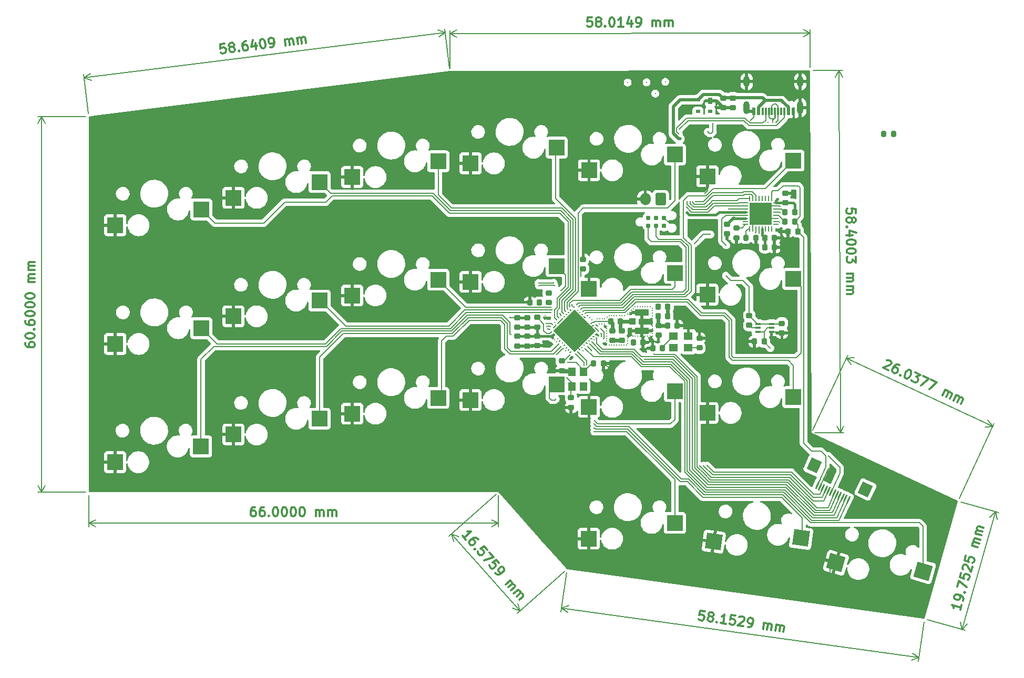
<source format=gbl>
%TF.GenerationSoftware,KiCad,Pcbnew,7.99.0-1450-gc37332bdb3*%
%TF.CreationDate,2023-08-19T09:53:15+01:00*%
%TF.ProjectId,benboard,62656e62-6f61-4726-942e-6b696361645f,rev?*%
%TF.SameCoordinates,Original*%
%TF.FileFunction,Copper,L4,Bot*%
%TF.FilePolarity,Positive*%
%FSLAX46Y46*%
G04 Gerber Fmt 4.6, Leading zero omitted, Abs format (unit mm)*
G04 Created by KiCad (PCBNEW 7.99.0-1450-gc37332bdb3) date 2023-08-19 09:53:15*
%MOMM*%
%LPD*%
G01*
G04 APERTURE LIST*
G04 Aperture macros list*
%AMRoundRect*
0 Rectangle with rounded corners*
0 $1 Rounding radius*
0 $2 $3 $4 $5 $6 $7 $8 $9 X,Y pos of 4 corners*
0 Add a 4 corners polygon primitive as box body*
4,1,4,$2,$3,$4,$5,$6,$7,$8,$9,$2,$3,0*
0 Add four circle primitives for the rounded corners*
1,1,$1+$1,$2,$3*
1,1,$1+$1,$4,$5*
1,1,$1+$1,$6,$7*
1,1,$1+$1,$8,$9*
0 Add four rect primitives between the rounded corners*
20,1,$1+$1,$2,$3,$4,$5,0*
20,1,$1+$1,$4,$5,$6,$7,0*
20,1,$1+$1,$6,$7,$8,$9,0*
20,1,$1+$1,$8,$9,$2,$3,0*%
%AMRotRect*
0 Rectangle, with rotation*
0 The origin of the aperture is its center*
0 $1 length*
0 $2 width*
0 $3 Rotation angle, in degrees counterclockwise*
0 Add horizontal line*
21,1,$1,$2,0,0,$3*%
G04 Aperture macros list end*
%ADD10C,0.300000*%
%TA.AperFunction,NonConductor*%
%ADD11C,0.300000*%
%TD*%
%TA.AperFunction,NonConductor*%
%ADD12C,0.200000*%
%TD*%
%TA.AperFunction,SMDPad,CuDef*%
%ADD13R,2.550000X2.500000*%
%TD*%
%TA.AperFunction,ComponentPad*%
%ADD14RoundRect,0.250000X0.600000X0.750000X-0.600000X0.750000X-0.600000X-0.750000X0.600000X-0.750000X0*%
%TD*%
%TA.AperFunction,ComponentPad*%
%ADD15O,1.700000X2.000000*%
%TD*%
%TA.AperFunction,SMDPad,CuDef*%
%ADD16RotRect,2.550000X2.500000X164.000000*%
%TD*%
%TA.AperFunction,SMDPad,CuDef*%
%ADD17RotRect,2.550000X2.500000X172.000000*%
%TD*%
%TA.AperFunction,SMDPad,CuDef*%
%ADD18RoundRect,0.225000X-0.250000X0.225000X-0.250000X-0.225000X0.250000X-0.225000X0.250000X0.225000X0*%
%TD*%
%TA.AperFunction,ConnectorPad*%
%ADD19C,0.787400*%
%TD*%
%TA.AperFunction,SMDPad,CuDef*%
%ADD20RoundRect,0.225000X-0.225000X-0.250000X0.225000X-0.250000X0.225000X0.250000X-0.225000X0.250000X0*%
%TD*%
%TA.AperFunction,SMDPad,CuDef*%
%ADD21RoundRect,0.225000X0.225000X0.250000X-0.225000X0.250000X-0.225000X-0.250000X0.225000X-0.250000X0*%
%TD*%
%TA.AperFunction,SMDPad,CuDef*%
%ADD22RoundRect,0.225000X0.250000X-0.225000X0.250000X0.225000X-0.250000X0.225000X-0.250000X-0.225000X0*%
%TD*%
%TA.AperFunction,SMDPad,CuDef*%
%ADD23RotRect,0.280000X1.250000X335.013000*%
%TD*%
%TA.AperFunction,SMDPad,CuDef*%
%ADD24RotRect,1.800000X2.000000X335.013000*%
%TD*%
%TA.AperFunction,SMDPad,CuDef*%
%ADD25RoundRect,0.218750X0.218750X0.256250X-0.218750X0.256250X-0.218750X-0.256250X0.218750X-0.256250X0*%
%TD*%
%TA.AperFunction,SMDPad,CuDef*%
%ADD26R,0.900000X0.400000*%
%TD*%
%TA.AperFunction,SMDPad,CuDef*%
%ADD27RoundRect,0.218750X-0.256250X0.218750X-0.256250X-0.218750X0.256250X-0.218750X0.256250X0.218750X0*%
%TD*%
%TA.AperFunction,SMDPad,CuDef*%
%ADD28R,0.600000X1.240000*%
%TD*%
%TA.AperFunction,SMDPad,CuDef*%
%ADD29R,0.300000X1.240000*%
%TD*%
%TA.AperFunction,ComponentPad*%
%ADD30O,1.000000X1.800000*%
%TD*%
%TA.AperFunction,ComponentPad*%
%ADD31O,1.000000X2.100000*%
%TD*%
%TA.AperFunction,SMDPad,CuDef*%
%ADD32R,1.200000X1.400000*%
%TD*%
%TA.AperFunction,SMDPad,CuDef*%
%ADD33RoundRect,0.200000X-0.200000X-0.275000X0.200000X-0.275000X0.200000X0.275000X-0.200000X0.275000X0*%
%TD*%
%TA.AperFunction,SMDPad,CuDef*%
%ADD34R,0.700000X1.000000*%
%TD*%
%TA.AperFunction,SMDPad,CuDef*%
%ADD35R,0.700000X0.600000*%
%TD*%
%TA.AperFunction,SMDPad,CuDef*%
%ADD36R,1.400000X1.200000*%
%TD*%
%TA.AperFunction,SMDPad,CuDef*%
%ADD37R,1.050000X1.000000*%
%TD*%
%TA.AperFunction,SMDPad,CuDef*%
%ADD38R,2.200000X1.050000*%
%TD*%
%TA.AperFunction,SMDPad,CuDef*%
%ADD39RoundRect,0.218750X-0.218750X-0.256250X0.218750X-0.256250X0.218750X0.256250X-0.218750X0.256250X0*%
%TD*%
%TA.AperFunction,SMDPad,CuDef*%
%ADD40RoundRect,0.062500X0.337500X0.062500X-0.337500X0.062500X-0.337500X-0.062500X0.337500X-0.062500X0*%
%TD*%
%TA.AperFunction,SMDPad,CuDef*%
%ADD41RoundRect,0.062500X0.062500X0.337500X-0.062500X0.337500X-0.062500X-0.337500X0.062500X-0.337500X0*%
%TD*%
%TA.AperFunction,ComponentPad*%
%ADD42C,0.500000*%
%TD*%
%TA.AperFunction,SMDPad,CuDef*%
%ADD43R,3.600000X3.600000*%
%TD*%
%TA.AperFunction,SMDPad,CuDef*%
%ADD44RoundRect,0.200000X-0.275000X0.200000X-0.275000X-0.200000X0.275000X-0.200000X0.275000X0.200000X0*%
%TD*%
%TA.AperFunction,SMDPad,CuDef*%
%ADD45C,0.250000*%
%TD*%
%TA.AperFunction,SMDPad,CuDef*%
%ADD46RotRect,4.850000X4.850000X225.000000*%
%TD*%
%TA.AperFunction,SMDPad,CuDef*%
%ADD47RoundRect,0.200000X0.200000X0.275000X-0.200000X0.275000X-0.200000X-0.275000X0.200000X-0.275000X0*%
%TD*%
%TA.AperFunction,ViaPad*%
%ADD48C,0.250000*%
%TD*%
%TA.AperFunction,ViaPad*%
%ADD49C,0.400000*%
%TD*%
%TA.AperFunction,ViaPad*%
%ADD50C,0.500000*%
%TD*%
%TA.AperFunction,Conductor*%
%ADD51C,0.200000*%
%TD*%
%TA.AperFunction,Conductor*%
%ADD52C,0.300000*%
%TD*%
%TA.AperFunction,Conductor*%
%ADD53C,0.600000*%
%TD*%
%TA.AperFunction,Conductor*%
%ADD54C,0.400000*%
%TD*%
%TA.AperFunction,Conductor*%
%ADD55C,0.500000*%
%TD*%
G04 APERTURE END LIST*
D10*
D11*
X84089776Y-38682710D02*
X83381041Y-38771583D01*
X83381041Y-38771583D02*
X83399040Y-39489206D01*
X83399040Y-39489206D02*
X83461027Y-39409445D01*
X83461027Y-39409445D02*
X83593886Y-39320797D01*
X83593886Y-39320797D02*
X83948254Y-39276360D01*
X83948254Y-39276360D02*
X84098888Y-39329459D01*
X84098888Y-39329459D02*
X84178649Y-39391445D01*
X84178649Y-39391445D02*
X84267297Y-39524305D01*
X84267297Y-39524305D02*
X84311734Y-39878672D01*
X84311734Y-39878672D02*
X84258635Y-40029307D01*
X84258635Y-40029307D02*
X84196649Y-40109067D01*
X84196649Y-40109067D02*
X84063789Y-40197716D01*
X84063789Y-40197716D02*
X83709422Y-40242152D01*
X83709422Y-40242152D02*
X83558787Y-40189053D01*
X83558787Y-40189053D02*
X83479026Y-40127067D01*
X85091117Y-39205036D02*
X84940483Y-39151937D01*
X84940483Y-39151937D02*
X84860722Y-39089951D01*
X84860722Y-39089951D02*
X84772074Y-38957091D01*
X84772074Y-38957091D02*
X84763186Y-38886218D01*
X84763186Y-38886218D02*
X84816285Y-38735583D01*
X84816285Y-38735583D02*
X84878271Y-38655823D01*
X84878271Y-38655823D02*
X85011131Y-38567174D01*
X85011131Y-38567174D02*
X85294625Y-38531625D01*
X85294625Y-38531625D02*
X85445260Y-38584724D01*
X85445260Y-38584724D02*
X85525020Y-38646710D01*
X85525020Y-38646710D02*
X85613669Y-38779570D01*
X85613669Y-38779570D02*
X85622556Y-38850443D01*
X85622556Y-38850443D02*
X85569457Y-39001078D01*
X85569457Y-39001078D02*
X85507471Y-39080839D01*
X85507471Y-39080839D02*
X85374611Y-39169487D01*
X85374611Y-39169487D02*
X85091117Y-39205036D01*
X85091117Y-39205036D02*
X84958257Y-39293684D01*
X84958257Y-39293684D02*
X84896271Y-39373445D01*
X84896271Y-39373445D02*
X84843172Y-39524079D01*
X84843172Y-39524079D02*
X84878722Y-39807574D01*
X84878722Y-39807574D02*
X84967370Y-39940433D01*
X84967370Y-39940433D02*
X85047131Y-40002419D01*
X85047131Y-40002419D02*
X85197765Y-40055518D01*
X85197765Y-40055518D02*
X85481259Y-40019969D01*
X85481259Y-40019969D02*
X85614119Y-39931321D01*
X85614119Y-39931321D02*
X85676105Y-39851560D01*
X85676105Y-39851560D02*
X85729204Y-39700926D01*
X85729204Y-39700926D02*
X85693655Y-39417431D01*
X85693655Y-39417431D02*
X85605006Y-39284572D01*
X85605006Y-39284572D02*
X85525246Y-39222586D01*
X85525246Y-39222586D02*
X85374611Y-39169487D01*
X86384840Y-39762687D02*
X86464601Y-39824673D01*
X86464601Y-39824673D02*
X86402615Y-39904434D01*
X86402615Y-39904434D02*
X86322854Y-39842447D01*
X86322854Y-39842447D02*
X86384840Y-39762687D01*
X86384840Y-39762687D02*
X86402615Y-39904434D01*
X87562578Y-38247230D02*
X87279084Y-38282780D01*
X87279084Y-38282780D02*
X87146224Y-38371428D01*
X87146224Y-38371428D02*
X87084238Y-38451189D01*
X87084238Y-38451189D02*
X86969153Y-38681584D01*
X86969153Y-38681584D02*
X86933829Y-38973965D01*
X86933829Y-38973965D02*
X87004927Y-39540954D01*
X87004927Y-39540954D02*
X87093575Y-39673813D01*
X87093575Y-39673813D02*
X87173336Y-39735799D01*
X87173336Y-39735799D02*
X87323971Y-39788898D01*
X87323971Y-39788898D02*
X87607465Y-39753349D01*
X87607465Y-39753349D02*
X87740324Y-39664701D01*
X87740324Y-39664701D02*
X87802311Y-39584940D01*
X87802311Y-39584940D02*
X87855410Y-39434306D01*
X87855410Y-39434306D02*
X87810973Y-39079938D01*
X87810973Y-39079938D02*
X87722325Y-38947078D01*
X87722325Y-38947078D02*
X87642564Y-38885092D01*
X87642564Y-38885092D02*
X87491929Y-38831993D01*
X87491929Y-38831993D02*
X87208435Y-38867542D01*
X87208435Y-38867542D02*
X87075576Y-38956191D01*
X87075576Y-38956191D02*
X87013589Y-39035952D01*
X87013589Y-39035952D02*
X86960491Y-39186586D01*
X89042259Y-38565598D02*
X89166682Y-39557828D01*
X88616793Y-38043047D02*
X88395735Y-39150586D01*
X88395735Y-39150586D02*
X89317091Y-39035051D01*
X90043150Y-37936174D02*
X90184897Y-37918399D01*
X90184897Y-37918399D02*
X90335532Y-37971498D01*
X90335532Y-37971498D02*
X90415292Y-38033484D01*
X90415292Y-38033484D02*
X90503941Y-38166344D01*
X90503941Y-38166344D02*
X90610364Y-38440950D01*
X90610364Y-38440950D02*
X90654800Y-38795318D01*
X90654800Y-38795318D02*
X90619476Y-39087700D01*
X90619476Y-39087700D02*
X90566377Y-39238334D01*
X90566377Y-39238334D02*
X90504391Y-39318095D01*
X90504391Y-39318095D02*
X90371531Y-39406743D01*
X90371531Y-39406743D02*
X90229784Y-39424518D01*
X90229784Y-39424518D02*
X90079150Y-39371419D01*
X90079150Y-39371419D02*
X89999389Y-39309433D01*
X89999389Y-39309433D02*
X89910741Y-39176573D01*
X89910741Y-39176573D02*
X89804318Y-38901966D01*
X89804318Y-38901966D02*
X89759881Y-38547599D01*
X89759881Y-38547599D02*
X89795205Y-38255217D01*
X89795205Y-38255217D02*
X89848304Y-38104583D01*
X89848304Y-38104583D02*
X89910290Y-38024822D01*
X89910290Y-38024822D02*
X90043150Y-37936174D01*
X91434634Y-39273433D02*
X91718128Y-39237884D01*
X91718128Y-39237884D02*
X91850987Y-39149235D01*
X91850987Y-39149235D02*
X91912974Y-39069475D01*
X91912974Y-39069475D02*
X92028059Y-38839079D01*
X92028059Y-38839079D02*
X92063383Y-38546698D01*
X92063383Y-38546698D02*
X91992284Y-37979710D01*
X91992284Y-37979710D02*
X91903636Y-37846850D01*
X91903636Y-37846850D02*
X91823875Y-37784864D01*
X91823875Y-37784864D02*
X91673241Y-37731765D01*
X91673241Y-37731765D02*
X91389747Y-37767314D01*
X91389747Y-37767314D02*
X91256887Y-37855963D01*
X91256887Y-37855963D02*
X91194901Y-37935723D01*
X91194901Y-37935723D02*
X91141802Y-38086358D01*
X91141802Y-38086358D02*
X91186239Y-38440725D01*
X91186239Y-38440725D02*
X91274887Y-38573585D01*
X91274887Y-38573585D02*
X91354648Y-38635571D01*
X91354648Y-38635571D02*
X91505282Y-38688670D01*
X91505282Y-38688670D02*
X91788776Y-38653121D01*
X91788776Y-38653121D02*
X91921636Y-38564473D01*
X91921636Y-38564473D02*
X91983622Y-38484712D01*
X91983622Y-38484712D02*
X92036721Y-38334077D01*
X93915206Y-38962376D02*
X93790784Y-37970147D01*
X93808558Y-38111894D02*
X93870545Y-38032133D01*
X93870545Y-38032133D02*
X94003404Y-37943485D01*
X94003404Y-37943485D02*
X94216025Y-37916823D01*
X94216025Y-37916823D02*
X94366659Y-37969922D01*
X94366659Y-37969922D02*
X94455307Y-38102782D01*
X94455307Y-38102782D02*
X94553068Y-38882390D01*
X94455307Y-38102782D02*
X94508406Y-37952147D01*
X94508406Y-37952147D02*
X94641266Y-37863499D01*
X94641266Y-37863499D02*
X94853886Y-37836837D01*
X94853886Y-37836837D02*
X95004521Y-37889936D01*
X95004521Y-37889936D02*
X95093169Y-38022796D01*
X95093169Y-38022796D02*
X95190930Y-38802404D01*
X95899665Y-38713531D02*
X95775242Y-37721302D01*
X95793017Y-37863049D02*
X95855003Y-37783288D01*
X95855003Y-37783288D02*
X95987863Y-37694640D01*
X95987863Y-37694640D02*
X96200483Y-37667978D01*
X96200483Y-37667978D02*
X96351118Y-37721076D01*
X96351118Y-37721076D02*
X96439766Y-37853936D01*
X96439766Y-37853936D02*
X96537527Y-38633545D01*
X96439766Y-37853936D02*
X96492865Y-37703302D01*
X96492865Y-37703302D02*
X96625725Y-37614654D01*
X96625725Y-37614654D02*
X96838345Y-37587992D01*
X96838345Y-37587992D02*
X96988979Y-37641090D01*
X96988979Y-37641090D02*
X97077628Y-37773950D01*
X97077628Y-37773950D02*
X97175388Y-38553559D01*
D12*
X62137789Y-49903885D02*
X61345540Y-43585962D01*
X120322968Y-42607631D02*
X119530719Y-36289708D01*
X61418503Y-44167826D02*
X119603682Y-36871572D01*
X61418503Y-44167826D02*
X119603682Y-36871572D01*
X61418503Y-44167826D02*
X62463289Y-43445800D01*
X61418503Y-44167826D02*
X62609217Y-44609527D01*
X119603682Y-36871572D02*
X118558896Y-37593598D01*
X119603682Y-36871572D02*
X118412968Y-36429871D01*
D10*
D11*
X122935296Y-118633263D02*
X122366483Y-117992056D01*
X122650889Y-118312659D02*
X123773001Y-117317237D01*
X123773001Y-117317237D02*
X123517898Y-117352573D01*
X123517898Y-117352573D02*
X123316228Y-117340507D01*
X123316228Y-117340507D02*
X123167992Y-117281040D01*
X124910626Y-118599651D02*
X124721022Y-118385915D01*
X124721022Y-118385915D02*
X124572786Y-118326448D01*
X124572786Y-118326448D02*
X124471951Y-118320416D01*
X124471951Y-118320416D02*
X124216847Y-118355751D01*
X124216847Y-118355751D02*
X123955710Y-118491921D01*
X123955710Y-118491921D02*
X123528239Y-118871130D01*
X123528239Y-118871130D02*
X123468773Y-119019366D01*
X123468773Y-119019366D02*
X123462740Y-119120200D01*
X123462740Y-119120200D02*
X123504108Y-119274469D01*
X123504108Y-119274469D02*
X123693712Y-119488205D01*
X123693712Y-119488205D02*
X123841948Y-119547672D01*
X123841948Y-119547672D02*
X123942783Y-119553705D01*
X123942783Y-119553705D02*
X124097052Y-119512336D01*
X124097052Y-119512336D02*
X124364221Y-119275331D01*
X124364221Y-119275331D02*
X124423688Y-119127095D01*
X124423688Y-119127095D02*
X124429721Y-119026260D01*
X124429721Y-119026260D02*
X124388353Y-118871991D01*
X124388353Y-118871991D02*
X124198749Y-118658256D01*
X124198749Y-118658256D02*
X124050513Y-118598789D01*
X124050513Y-118598789D02*
X123949678Y-118592756D01*
X123949678Y-118592756D02*
X123795409Y-118634124D01*
X124416793Y-120088043D02*
X124410760Y-120188878D01*
X124410760Y-120188878D02*
X124309925Y-120182845D01*
X124309925Y-120182845D02*
X124315958Y-120082010D01*
X124315958Y-120082010D02*
X124416793Y-120088043D01*
X124416793Y-120088043D02*
X124309925Y-120182845D01*
X126380058Y-120256102D02*
X125906048Y-119721763D01*
X125906048Y-119721763D02*
X125324308Y-120142339D01*
X125324308Y-120142339D02*
X125425143Y-120148372D01*
X125425143Y-120148372D02*
X125573379Y-120207839D01*
X125573379Y-120207839D02*
X125810384Y-120475008D01*
X125810384Y-120475008D02*
X125851752Y-120629277D01*
X125851752Y-120629277D02*
X125845719Y-120730112D01*
X125845719Y-120730112D02*
X125786252Y-120878348D01*
X125786252Y-120878348D02*
X125519083Y-121115353D01*
X125519083Y-121115353D02*
X125364814Y-121156722D01*
X125364814Y-121156722D02*
X125263979Y-121150689D01*
X125263979Y-121150689D02*
X125115743Y-121091222D01*
X125115743Y-121091222D02*
X124878738Y-120824052D01*
X124878738Y-120824052D02*
X124837370Y-120669784D01*
X124837370Y-120669784D02*
X124843403Y-120568949D01*
X126759266Y-120683573D02*
X127422881Y-121431647D01*
X127422881Y-121431647D02*
X125874160Y-121946164D01*
X128276099Y-122393457D02*
X127802089Y-121859118D01*
X127802089Y-121859118D02*
X127220349Y-122279695D01*
X127220349Y-122279695D02*
X127321184Y-122285728D01*
X127321184Y-122285728D02*
X127469420Y-122345194D01*
X127469420Y-122345194D02*
X127706425Y-122612364D01*
X127706425Y-122612364D02*
X127747793Y-122766633D01*
X127747793Y-122766633D02*
X127741760Y-122867468D01*
X127741760Y-122867468D02*
X127682294Y-123015704D01*
X127682294Y-123015704D02*
X127415124Y-123252709D01*
X127415124Y-123252709D02*
X127260855Y-123294077D01*
X127260855Y-123294077D02*
X127160020Y-123288044D01*
X127160020Y-123288044D02*
X127011784Y-123228577D01*
X127011784Y-123228577D02*
X126774779Y-122961408D01*
X126774779Y-122961408D02*
X126733411Y-122807139D01*
X126733411Y-122807139D02*
X126739444Y-122706304D01*
X127675399Y-123976652D02*
X127865003Y-124190387D01*
X127865003Y-124190387D02*
X128013239Y-124249854D01*
X128013239Y-124249854D02*
X128114074Y-124255887D01*
X128114074Y-124255887D02*
X128369178Y-124220552D01*
X128369178Y-124220552D02*
X128630314Y-124084381D01*
X128630314Y-124084381D02*
X129057785Y-123705173D01*
X129057785Y-123705173D02*
X129117252Y-123556937D01*
X129117252Y-123556937D02*
X129123285Y-123456102D01*
X129123285Y-123456102D02*
X129081917Y-123301833D01*
X129081917Y-123301833D02*
X128892313Y-123088098D01*
X128892313Y-123088098D02*
X128744077Y-123028631D01*
X128744077Y-123028631D02*
X128643242Y-123022598D01*
X128643242Y-123022598D02*
X128488973Y-123063966D01*
X128488973Y-123063966D02*
X128221803Y-123300971D01*
X128221803Y-123300971D02*
X128162337Y-123449207D01*
X128162337Y-123449207D02*
X128156304Y-123550042D01*
X128156304Y-123550042D02*
X128197672Y-123704311D01*
X128197672Y-123704311D02*
X128387276Y-123918047D01*
X128387276Y-123918047D02*
X128535512Y-123977514D01*
X128535512Y-123977514D02*
X128636347Y-123983546D01*
X128636347Y-123983546D02*
X128790616Y-123942178D01*
X129334435Y-125846838D02*
X130082509Y-125183223D01*
X129975642Y-125278025D02*
X130076477Y-125284058D01*
X130076477Y-125284058D02*
X130224713Y-125343525D01*
X130224713Y-125343525D02*
X130366916Y-125503827D01*
X130366916Y-125503827D02*
X130408284Y-125658096D01*
X130408284Y-125658096D02*
X130348817Y-125806331D01*
X130348817Y-125806331D02*
X129761044Y-126327743D01*
X130348817Y-125806331D02*
X130503086Y-125764963D01*
X130503086Y-125764963D02*
X130651322Y-125824430D01*
X130651322Y-125824430D02*
X130793525Y-125984732D01*
X130793525Y-125984732D02*
X130834893Y-126139001D01*
X130834893Y-126139001D02*
X130775426Y-126287237D01*
X130775426Y-126287237D02*
X130187654Y-126808648D01*
X130661664Y-127342987D02*
X131409739Y-126679373D01*
X131302871Y-126774175D02*
X131403706Y-126780207D01*
X131403706Y-126780207D02*
X131551942Y-126839674D01*
X131551942Y-126839674D02*
X131694145Y-126999976D01*
X131694145Y-126999976D02*
X131735513Y-127154245D01*
X131735513Y-127154245D02*
X131676046Y-127302481D01*
X131676046Y-127302481D02*
X131088273Y-127823892D01*
X131676046Y-127302481D02*
X131830315Y-127261113D01*
X131830315Y-127261113D02*
X131978551Y-127320579D01*
X131978551Y-127320579D02*
X132120754Y-127480881D01*
X132120754Y-127480881D02*
X132162122Y-127635150D01*
X132162122Y-127635150D02*
X132102656Y-127783386D01*
X132102656Y-127783386D02*
X131514883Y-128304797D01*
D12*
X127825963Y-111331807D02*
X120186605Y-118108657D01*
X138825963Y-123731807D02*
X131186605Y-130508657D01*
X120625290Y-117719501D02*
X131625290Y-130119501D01*
X120625290Y-117719501D02*
X131625290Y-130119501D01*
X120625290Y-117719501D02*
X121811541Y-118173053D01*
X120625290Y-117719501D02*
X120934168Y-118951367D01*
X131625290Y-130119501D02*
X130439039Y-129665949D01*
X131625290Y-130119501D02*
X131316412Y-128887635D01*
D10*
D11*
X161407925Y-130209828D02*
X160700430Y-130111565D01*
X160700430Y-130111565D02*
X160531418Y-130809233D01*
X160531418Y-130809233D02*
X160611993Y-130748310D01*
X160611993Y-130748310D02*
X160763319Y-130697213D01*
X160763319Y-130697213D02*
X161117066Y-130746344D01*
X161117066Y-130746344D02*
X161248738Y-130836746D01*
X161248738Y-130836746D02*
X161309662Y-130917322D01*
X161309662Y-130917322D02*
X161360758Y-131068647D01*
X161360758Y-131068647D02*
X161311627Y-131422395D01*
X161311627Y-131422395D02*
X161221225Y-131554067D01*
X161221225Y-131554067D02*
X161140649Y-131614990D01*
X161140649Y-131614990D02*
X160989324Y-131666087D01*
X160989324Y-131666087D02*
X160635577Y-131616956D01*
X160635577Y-131616956D02*
X160503904Y-131526554D01*
X160503904Y-131526554D02*
X160442981Y-131445978D01*
X162239230Y-130974315D02*
X162107558Y-130883913D01*
X162107558Y-130883913D02*
X162046635Y-130803337D01*
X162046635Y-130803337D02*
X161995538Y-130652012D01*
X161995538Y-130652012D02*
X162005364Y-130581262D01*
X162005364Y-130581262D02*
X162095766Y-130449590D01*
X162095766Y-130449590D02*
X162176342Y-130388667D01*
X162176342Y-130388667D02*
X162327667Y-130337570D01*
X162327667Y-130337570D02*
X162610665Y-130376875D01*
X162610665Y-130376875D02*
X162742337Y-130467277D01*
X162742337Y-130467277D02*
X162803261Y-130547853D01*
X162803261Y-130547853D02*
X162854357Y-130699178D01*
X162854357Y-130699178D02*
X162844531Y-130769927D01*
X162844531Y-130769927D02*
X162754129Y-130901600D01*
X162754129Y-130901600D02*
X162673553Y-130962523D01*
X162673553Y-130962523D02*
X162522228Y-131013620D01*
X162522228Y-131013620D02*
X162239230Y-130974315D01*
X162239230Y-130974315D02*
X162087905Y-131025412D01*
X162087905Y-131025412D02*
X162007329Y-131086335D01*
X162007329Y-131086335D02*
X161916927Y-131218007D01*
X161916927Y-131218007D02*
X161877622Y-131501005D01*
X161877622Y-131501005D02*
X161928719Y-131652330D01*
X161928719Y-131652330D02*
X161989642Y-131732906D01*
X161989642Y-131732906D02*
X162121315Y-131823308D01*
X162121315Y-131823308D02*
X162404312Y-131862613D01*
X162404312Y-131862613D02*
X162555638Y-131811517D01*
X162555638Y-131811517D02*
X162636213Y-131750593D01*
X162636213Y-131750593D02*
X162726615Y-131618921D01*
X162726615Y-131618921D02*
X162765921Y-131335923D01*
X162765921Y-131335923D02*
X162714824Y-131184598D01*
X162714824Y-131184598D02*
X162653901Y-131104022D01*
X162653901Y-131104022D02*
X162522228Y-131013620D01*
X163343707Y-131848856D02*
X163404630Y-131929432D01*
X163404630Y-131929432D02*
X163324055Y-131990355D01*
X163324055Y-131990355D02*
X163263132Y-131909780D01*
X163263132Y-131909780D02*
X163343707Y-131848856D01*
X163343707Y-131848856D02*
X163324055Y-131990355D01*
X164809793Y-132196708D02*
X163960800Y-132078792D01*
X164385297Y-132137750D02*
X164591649Y-130652012D01*
X164591649Y-130652012D02*
X164420671Y-130844607D01*
X164420671Y-130844607D02*
X164259520Y-130966454D01*
X164259520Y-130966454D02*
X164108195Y-131017550D01*
X166360385Y-130897669D02*
X165652891Y-130799406D01*
X165652891Y-130799406D02*
X165483878Y-131497074D01*
X165483878Y-131497074D02*
X165564454Y-131436151D01*
X165564454Y-131436151D02*
X165715779Y-131385054D01*
X165715779Y-131385054D02*
X166069526Y-131434186D01*
X166069526Y-131434186D02*
X166201199Y-131524588D01*
X166201199Y-131524588D02*
X166262122Y-131605164D01*
X166262122Y-131605164D02*
X166313219Y-131756489D01*
X166313219Y-131756489D02*
X166264087Y-132110236D01*
X166264087Y-132110236D02*
X166173685Y-132241909D01*
X166173685Y-132241909D02*
X166093109Y-132302832D01*
X166093109Y-132302832D02*
X165941784Y-132353929D01*
X165941784Y-132353929D02*
X165588037Y-132304797D01*
X165588037Y-132304797D02*
X165456364Y-132214395D01*
X165456364Y-132214395D02*
X165395441Y-132133819D01*
X166977477Y-131127605D02*
X167058053Y-131066682D01*
X167058053Y-131066682D02*
X167209378Y-131015585D01*
X167209378Y-131015585D02*
X167563125Y-131064717D01*
X167563125Y-131064717D02*
X167694798Y-131155119D01*
X167694798Y-131155119D02*
X167755721Y-131235694D01*
X167755721Y-131235694D02*
X167806818Y-131387020D01*
X167806818Y-131387020D02*
X167787165Y-131528519D01*
X167787165Y-131528519D02*
X167686937Y-131730941D01*
X167686937Y-131730941D02*
X166720028Y-132462018D01*
X166720028Y-132462018D02*
X167639770Y-132589760D01*
X168347265Y-132688023D02*
X168630262Y-132727329D01*
X168630262Y-132727329D02*
X168781588Y-132676232D01*
X168781588Y-132676232D02*
X168862163Y-132615309D01*
X168862163Y-132615309D02*
X169033141Y-132422713D01*
X169033141Y-132422713D02*
X169143196Y-132149541D01*
X169143196Y-132149541D02*
X169221806Y-131583546D01*
X169221806Y-131583546D02*
X169170709Y-131432221D01*
X169170709Y-131432221D02*
X169109786Y-131351645D01*
X169109786Y-131351645D02*
X168978114Y-131261243D01*
X168978114Y-131261243D02*
X168695116Y-131221938D01*
X168695116Y-131221938D02*
X168543791Y-131273034D01*
X168543791Y-131273034D02*
X168463215Y-131333958D01*
X168463215Y-131333958D02*
X168372813Y-131465630D01*
X168372813Y-131465630D02*
X168323681Y-131819377D01*
X168323681Y-131819377D02*
X168374778Y-131970703D01*
X168374778Y-131970703D02*
X168435701Y-132051278D01*
X168435701Y-132051278D02*
X168567374Y-132141680D01*
X168567374Y-132141680D02*
X168850372Y-132180986D01*
X168850372Y-132180986D02*
X169001697Y-132129889D01*
X169001697Y-132129889D02*
X169082273Y-132068966D01*
X169082273Y-132068966D02*
X169172675Y-131937293D01*
X170823495Y-133031944D02*
X170961063Y-132041452D01*
X170941410Y-132182951D02*
X171021986Y-132122028D01*
X171021986Y-132122028D02*
X171173311Y-132070931D01*
X171173311Y-132070931D02*
X171385560Y-132100410D01*
X171385560Y-132100410D02*
X171517232Y-132190812D01*
X171517232Y-132190812D02*
X171568329Y-132342137D01*
X171568329Y-132342137D02*
X171460240Y-133120381D01*
X171568329Y-132342137D02*
X171658731Y-132210465D01*
X171658731Y-132210465D02*
X171810056Y-132159368D01*
X171810056Y-132159368D02*
X172022305Y-132188847D01*
X172022305Y-132188847D02*
X172153977Y-132279249D01*
X172153977Y-132279249D02*
X172205074Y-132430574D01*
X172205074Y-132430574D02*
X172096985Y-133208818D01*
X172804479Y-133307081D02*
X172942048Y-132316589D01*
X172922395Y-132458088D02*
X173002971Y-132397164D01*
X173002971Y-132397164D02*
X173154296Y-132346068D01*
X173154296Y-132346068D02*
X173366544Y-132375547D01*
X173366544Y-132375547D02*
X173498217Y-132465949D01*
X173498217Y-132465949D02*
X173549314Y-132617274D01*
X173549314Y-132617274D02*
X173441224Y-133395518D01*
X173549314Y-132617274D02*
X173639716Y-132485601D01*
X173639716Y-132485601D02*
X173791041Y-132434504D01*
X173791041Y-132434504D02*
X174003289Y-132463983D01*
X174003289Y-132463983D02*
X174134962Y-132554385D01*
X174134962Y-132554385D02*
X174186059Y-132705711D01*
X174186059Y-132705711D02*
X174077969Y-133483955D01*
D12*
X139131216Y-123895246D02*
X138251045Y-130232480D01*
X196731216Y-131895246D02*
X195851045Y-138232480D01*
X138331717Y-129651636D02*
X195931717Y-137651636D01*
X138331717Y-129651636D02*
X195931717Y-137651636D01*
X138331717Y-129651636D02*
X139528183Y-129225762D01*
X138331717Y-129651636D02*
X139366837Y-130387452D01*
X195931717Y-137651636D02*
X194735251Y-138077510D01*
X195931717Y-137651636D02*
X194896597Y-136915820D01*
D10*
D11*
X202784376Y-129145331D02*
X202550047Y-129969821D01*
X202667212Y-129557576D02*
X201224354Y-129147501D01*
X201224354Y-129147501D02*
X201391422Y-129343498D01*
X201391422Y-129343498D02*
X201489782Y-129519968D01*
X201489782Y-129519968D02*
X201519435Y-129676910D01*
X202979650Y-128458256D02*
X203057759Y-128183426D01*
X203057759Y-128183426D02*
X203028107Y-128026484D01*
X203028107Y-128026484D02*
X202978927Y-127938249D01*
X202978927Y-127938249D02*
X202811859Y-127742252D01*
X202811859Y-127742252D02*
X202556556Y-127595435D01*
X202556556Y-127595435D02*
X202006896Y-127439215D01*
X202006896Y-127439215D02*
X201849954Y-127468868D01*
X201849954Y-127468868D02*
X201761719Y-127518048D01*
X201761719Y-127518048D02*
X201653957Y-127635936D01*
X201653957Y-127635936D02*
X201575847Y-127910766D01*
X201575847Y-127910766D02*
X201605500Y-128067708D01*
X201605500Y-128067708D02*
X201654680Y-128155943D01*
X201654680Y-128155943D02*
X201772567Y-128263705D01*
X201772567Y-128263705D02*
X202116105Y-128361342D01*
X202116105Y-128361342D02*
X202273047Y-128331690D01*
X202273047Y-128331690D02*
X202361282Y-128282510D01*
X202361282Y-128282510D02*
X202469045Y-128164622D01*
X202469045Y-128164622D02*
X202547154Y-127889792D01*
X202547154Y-127889792D02*
X202517501Y-127732850D01*
X202517501Y-127732850D02*
X202468321Y-127644615D01*
X202468321Y-127644615D02*
X202350434Y-127536852D01*
X203213255Y-127113759D02*
X203301490Y-127064579D01*
X203301490Y-127064579D02*
X203350670Y-127152814D01*
X203350670Y-127152814D02*
X203262435Y-127201994D01*
X203262435Y-127201994D02*
X203213255Y-127113759D01*
X203213255Y-127113759D02*
X203350670Y-127152814D01*
X202064032Y-126193078D02*
X202337415Y-125231173D01*
X202337415Y-125231173D02*
X203604526Y-126259616D01*
X202688908Y-123994438D02*
X202493634Y-124681514D01*
X202493634Y-124681514D02*
X203161182Y-124945495D01*
X203161182Y-124945495D02*
X203112002Y-124857260D01*
X203112002Y-124857260D02*
X203082349Y-124700318D01*
X203082349Y-124700318D02*
X203179986Y-124356780D01*
X203179986Y-124356780D02*
X203287749Y-124238893D01*
X203287749Y-124238893D02*
X203375983Y-124189712D01*
X203375983Y-124189712D02*
X203532926Y-124160060D01*
X203532926Y-124160060D02*
X203876463Y-124257697D01*
X203876463Y-124257697D02*
X203994351Y-124365459D01*
X203994351Y-124365459D02*
X204043531Y-124453694D01*
X204043531Y-124453694D02*
X204073184Y-124610636D01*
X204073184Y-124610636D02*
X203975547Y-124954174D01*
X203975547Y-124954174D02*
X203867785Y-125072061D01*
X203867785Y-125072061D02*
X203779550Y-125121242D01*
X203002070Y-123415126D02*
X202952890Y-123326891D01*
X202952890Y-123326891D02*
X202923237Y-123169949D01*
X202923237Y-123169949D02*
X203020874Y-122826411D01*
X203020874Y-122826411D02*
X203128636Y-122708524D01*
X203128636Y-122708524D02*
X203216871Y-122659344D01*
X203216871Y-122659344D02*
X203373814Y-122629691D01*
X203373814Y-122629691D02*
X203511229Y-122668746D01*
X203511229Y-122668746D02*
X203697824Y-122796035D01*
X203697824Y-122796035D02*
X204287985Y-123854854D01*
X204287985Y-123854854D02*
X204541841Y-122961657D01*
X203470004Y-121246139D02*
X203274730Y-121933214D01*
X203274730Y-121933214D02*
X203942278Y-122197196D01*
X203942278Y-122197196D02*
X203893098Y-122108961D01*
X203893098Y-122108961D02*
X203863445Y-121952018D01*
X203863445Y-121952018D02*
X203961082Y-121608481D01*
X203961082Y-121608481D02*
X204068844Y-121490593D01*
X204068844Y-121490593D02*
X204157079Y-121441413D01*
X204157079Y-121441413D02*
X204314022Y-121411760D01*
X204314022Y-121411760D02*
X204657559Y-121509397D01*
X204657559Y-121509397D02*
X204775447Y-121617160D01*
X204775447Y-121617160D02*
X204824627Y-121705394D01*
X204824627Y-121705394D02*
X204854280Y-121862337D01*
X204854280Y-121862337D02*
X204756643Y-122205874D01*
X204756643Y-122205874D02*
X204648880Y-122323762D01*
X204648880Y-122323762D02*
X204560645Y-122372942D01*
X205420574Y-119869820D02*
X204458669Y-119596436D01*
X204596084Y-119635491D02*
X204546904Y-119547256D01*
X204546904Y-119547256D02*
X204517251Y-119390314D01*
X204517251Y-119390314D02*
X204575833Y-119184191D01*
X204575833Y-119184191D02*
X204683595Y-119066303D01*
X204683595Y-119066303D02*
X204840538Y-119036651D01*
X204840538Y-119036651D02*
X205596320Y-119251452D01*
X204840538Y-119036651D02*
X204722650Y-118928888D01*
X204722650Y-118928888D02*
X204692998Y-118771946D01*
X204692998Y-118771946D02*
X204751580Y-118565824D01*
X204751580Y-118565824D02*
X204859342Y-118447936D01*
X204859342Y-118447936D02*
X205016284Y-118418283D01*
X205016284Y-118418283D02*
X205772067Y-118633085D01*
X205967341Y-117946009D02*
X205005436Y-117672626D01*
X205142851Y-117711681D02*
X205093671Y-117623446D01*
X205093671Y-117623446D02*
X205064018Y-117466503D01*
X205064018Y-117466503D02*
X205122600Y-117260381D01*
X205122600Y-117260381D02*
X205230363Y-117142493D01*
X205230363Y-117142493D02*
X205387305Y-117112841D01*
X205387305Y-117112841D02*
X206143088Y-117327642D01*
X205387305Y-117112841D02*
X205269417Y-117005078D01*
X205269417Y-117005078D02*
X205239765Y-116848136D01*
X205239765Y-116848136D02*
X205298347Y-116642013D01*
X205298347Y-116642013D02*
X205406109Y-116524126D01*
X205406109Y-116524126D02*
X205563052Y-116494473D01*
X205563052Y-116494473D02*
X206318834Y-116709274D01*
D12*
X197280953Y-131536692D02*
X203387227Y-133272159D01*
X202680953Y-112536692D02*
X208787227Y-114272159D01*
X202823146Y-133111841D02*
X208223146Y-114111841D01*
X202823146Y-133111841D02*
X208223146Y-114111841D01*
X202823146Y-133111841D02*
X202567033Y-131867933D01*
X202823146Y-133111841D02*
X203695195Y-132188569D01*
X208223146Y-114111841D02*
X208479259Y-115355749D01*
X208223146Y-114111841D02*
X207351097Y-115035113D01*
D10*
D11*
X143234296Y-34424876D02*
X142520011Y-34426154D01*
X142520011Y-34426154D02*
X142449860Y-35140566D01*
X142449860Y-35140566D02*
X142521161Y-35069010D01*
X142521161Y-35069010D02*
X142663890Y-34997326D01*
X142663890Y-34997326D02*
X143021032Y-34996687D01*
X143021032Y-34996687D02*
X143164017Y-35067860D01*
X143164017Y-35067860D02*
X143235573Y-35139161D01*
X143235573Y-35139161D02*
X143307257Y-35281890D01*
X143307257Y-35281890D02*
X143307895Y-35639032D01*
X143307895Y-35639032D02*
X143236722Y-35782017D01*
X143236722Y-35782017D02*
X143165422Y-35853573D01*
X143165422Y-35853573D02*
X143022693Y-35925257D01*
X143022693Y-35925257D02*
X142665550Y-35925896D01*
X142665550Y-35925896D02*
X142522566Y-35854723D01*
X142522566Y-35854723D02*
X142451009Y-35783422D01*
X144164015Y-35066072D02*
X144021030Y-34994899D01*
X144021030Y-34994899D02*
X143949474Y-34923598D01*
X143949474Y-34923598D02*
X143877790Y-34780869D01*
X143877790Y-34780869D02*
X143877662Y-34709441D01*
X143877662Y-34709441D02*
X143948835Y-34566456D01*
X143948835Y-34566456D02*
X144020136Y-34494900D01*
X144020136Y-34494900D02*
X144162865Y-34423216D01*
X144162865Y-34423216D02*
X144448579Y-34422705D01*
X144448579Y-34422705D02*
X144591564Y-34493878D01*
X144591564Y-34493878D02*
X144663120Y-34565179D01*
X144663120Y-34565179D02*
X144734804Y-34707908D01*
X144734804Y-34707908D02*
X144734931Y-34779336D01*
X144734931Y-34779336D02*
X144663758Y-34922321D01*
X144663758Y-34922321D02*
X144592458Y-34993877D01*
X144592458Y-34993877D02*
X144449728Y-35065561D01*
X144449728Y-35065561D02*
X144164015Y-35066072D01*
X144164015Y-35066072D02*
X144021285Y-35137756D01*
X144021285Y-35137756D02*
X143949985Y-35209312D01*
X143949985Y-35209312D02*
X143878812Y-35352297D01*
X143878812Y-35352297D02*
X143879323Y-35638011D01*
X143879323Y-35638011D02*
X143951007Y-35780740D01*
X143951007Y-35780740D02*
X144022563Y-35852041D01*
X144022563Y-35852041D02*
X144165547Y-35923214D01*
X144165547Y-35923214D02*
X144451261Y-35922703D01*
X144451261Y-35922703D02*
X144593990Y-35851019D01*
X144593990Y-35851019D02*
X144665291Y-35779462D01*
X144665291Y-35779462D02*
X144736464Y-35636478D01*
X144736464Y-35636478D02*
X144735953Y-35350764D01*
X144735953Y-35350764D02*
X144664269Y-35208035D01*
X144664269Y-35208035D02*
X144592713Y-35136734D01*
X144592713Y-35136734D02*
X144449728Y-35065561D01*
X145379575Y-35778185D02*
X145451132Y-35849486D01*
X145451132Y-35849486D02*
X145379831Y-35921042D01*
X145379831Y-35921042D02*
X145308275Y-35849741D01*
X145308275Y-35849741D02*
X145379575Y-35778185D01*
X145379575Y-35778185D02*
X145379831Y-35921042D01*
X146377147Y-34419256D02*
X146520004Y-34419001D01*
X146520004Y-34419001D02*
X146662989Y-34490174D01*
X146662989Y-34490174D02*
X146734545Y-34561474D01*
X146734545Y-34561474D02*
X146806229Y-34704204D01*
X146806229Y-34704204D02*
X146878168Y-34989790D01*
X146878168Y-34989790D02*
X146878807Y-35346932D01*
X146878807Y-35346932D02*
X146807889Y-35632774D01*
X146807889Y-35632774D02*
X146736716Y-35775758D01*
X146736716Y-35775758D02*
X146665416Y-35847314D01*
X146665416Y-35847314D02*
X146522686Y-35918998D01*
X146522686Y-35918998D02*
X146379829Y-35919254D01*
X146379829Y-35919254D02*
X146236845Y-35848081D01*
X146236845Y-35848081D02*
X146165289Y-35776780D01*
X146165289Y-35776780D02*
X146093605Y-35634051D01*
X146093605Y-35634051D02*
X146021665Y-35348465D01*
X146021665Y-35348465D02*
X146021027Y-34991322D01*
X146021027Y-34991322D02*
X146091944Y-34705481D01*
X146091944Y-34705481D02*
X146163117Y-34562496D01*
X146163117Y-34562496D02*
X146234418Y-34490940D01*
X146234418Y-34490940D02*
X146377147Y-34419256D01*
X148308397Y-35915805D02*
X147451256Y-35917338D01*
X147879827Y-35916571D02*
X147877144Y-34416574D01*
X147877144Y-34416574D02*
X147734671Y-34631115D01*
X147734671Y-34631115D02*
X147592069Y-34774227D01*
X147592069Y-34774227D02*
X147449340Y-34845911D01*
X149592321Y-34913507D02*
X149594109Y-35913506D01*
X149234157Y-34342718D02*
X148878930Y-35414784D01*
X148878930Y-35414784D02*
X149807500Y-35413123D01*
X150451250Y-35911973D02*
X150736964Y-35911462D01*
X150736964Y-35911462D02*
X150879693Y-35839778D01*
X150879693Y-35839778D02*
X150950994Y-35768222D01*
X150950994Y-35768222D02*
X151093468Y-35553681D01*
X151093468Y-35553681D02*
X151164385Y-35267840D01*
X151164385Y-35267840D02*
X151163363Y-34696412D01*
X151163363Y-34696412D02*
X151091679Y-34553683D01*
X151091679Y-34553683D02*
X151020123Y-34482382D01*
X151020123Y-34482382D02*
X150877139Y-34411209D01*
X150877139Y-34411209D02*
X150591425Y-34411720D01*
X150591425Y-34411720D02*
X150448696Y-34483404D01*
X150448696Y-34483404D02*
X150377395Y-34554960D01*
X150377395Y-34554960D02*
X150306222Y-34697945D01*
X150306222Y-34697945D02*
X150306861Y-35055087D01*
X150306861Y-35055087D02*
X150378544Y-35197816D01*
X150378544Y-35197816D02*
X150450101Y-35269117D01*
X150450101Y-35269117D02*
X150593085Y-35340290D01*
X150593085Y-35340290D02*
X150878799Y-35339779D01*
X150878799Y-35339779D02*
X151021528Y-35268095D01*
X151021528Y-35268095D02*
X151092829Y-35196539D01*
X151092829Y-35196539D02*
X151164002Y-35053554D01*
X152951246Y-35907502D02*
X152949457Y-34907504D01*
X152949713Y-35050361D02*
X153021014Y-34978805D01*
X153021014Y-34978805D02*
X153163743Y-34907121D01*
X153163743Y-34907121D02*
X153378028Y-34906738D01*
X153378028Y-34906738D02*
X153521013Y-34977911D01*
X153521013Y-34977911D02*
X153592697Y-35120640D01*
X153592697Y-35120640D02*
X153594102Y-35906353D01*
X153592697Y-35120640D02*
X153663870Y-34977655D01*
X153663870Y-34977655D02*
X153806599Y-34905971D01*
X153806599Y-34905971D02*
X154020884Y-34905588D01*
X154020884Y-34905588D02*
X154163869Y-34976761D01*
X154163869Y-34976761D02*
X154235553Y-35119490D01*
X154235553Y-35119490D02*
X154236958Y-35905203D01*
X154951242Y-35903926D02*
X154949454Y-34903927D01*
X154949710Y-35046784D02*
X155021010Y-34975228D01*
X155021010Y-34975228D02*
X155163740Y-34903544D01*
X155163740Y-34903544D02*
X155378025Y-34903161D01*
X155378025Y-34903161D02*
X155521010Y-34974334D01*
X155521010Y-34974334D02*
X155592694Y-35117063D01*
X155592694Y-35117063D02*
X155594099Y-35902776D01*
X155592694Y-35117063D02*
X155663867Y-34974079D01*
X155663867Y-34974079D02*
X155806596Y-34902395D01*
X155806596Y-34902395D02*
X156020881Y-34902011D01*
X156020881Y-34902011D02*
X156163866Y-34973184D01*
X156163866Y-34973184D02*
X156235550Y-35115914D01*
X156235550Y-35115914D02*
X156236955Y-35901627D01*
D12*
X178399106Y-42500001D02*
X178388193Y-36397267D01*
X120384285Y-42603747D02*
X120373372Y-36501013D01*
X178389241Y-36983686D02*
X120374420Y-37087432D01*
X178389241Y-36983686D02*
X120374420Y-37087432D01*
X178389241Y-36983686D02*
X177263788Y-37572120D01*
X178389241Y-36983686D02*
X177261690Y-36399281D01*
X120374420Y-37087432D02*
X121499873Y-36498998D01*
X120374420Y-37087432D02*
X121501971Y-37671837D01*
D10*
D11*
X88985716Y-113378328D02*
X88700001Y-113378328D01*
X88700001Y-113378328D02*
X88557144Y-113449757D01*
X88557144Y-113449757D02*
X88485716Y-113521185D01*
X88485716Y-113521185D02*
X88342858Y-113735471D01*
X88342858Y-113735471D02*
X88271430Y-114021185D01*
X88271430Y-114021185D02*
X88271430Y-114592614D01*
X88271430Y-114592614D02*
X88342858Y-114735471D01*
X88342858Y-114735471D02*
X88414287Y-114806900D01*
X88414287Y-114806900D02*
X88557144Y-114878328D01*
X88557144Y-114878328D02*
X88842858Y-114878328D01*
X88842858Y-114878328D02*
X88985716Y-114806900D01*
X88985716Y-114806900D02*
X89057144Y-114735471D01*
X89057144Y-114735471D02*
X89128573Y-114592614D01*
X89128573Y-114592614D02*
X89128573Y-114235471D01*
X89128573Y-114235471D02*
X89057144Y-114092614D01*
X89057144Y-114092614D02*
X88985716Y-114021185D01*
X88985716Y-114021185D02*
X88842858Y-113949757D01*
X88842858Y-113949757D02*
X88557144Y-113949757D01*
X88557144Y-113949757D02*
X88414287Y-114021185D01*
X88414287Y-114021185D02*
X88342858Y-114092614D01*
X88342858Y-114092614D02*
X88271430Y-114235471D01*
X90414287Y-113378328D02*
X90128572Y-113378328D01*
X90128572Y-113378328D02*
X89985715Y-113449757D01*
X89985715Y-113449757D02*
X89914287Y-113521185D01*
X89914287Y-113521185D02*
X89771429Y-113735471D01*
X89771429Y-113735471D02*
X89700001Y-114021185D01*
X89700001Y-114021185D02*
X89700001Y-114592614D01*
X89700001Y-114592614D02*
X89771429Y-114735471D01*
X89771429Y-114735471D02*
X89842858Y-114806900D01*
X89842858Y-114806900D02*
X89985715Y-114878328D01*
X89985715Y-114878328D02*
X90271429Y-114878328D01*
X90271429Y-114878328D02*
X90414287Y-114806900D01*
X90414287Y-114806900D02*
X90485715Y-114735471D01*
X90485715Y-114735471D02*
X90557144Y-114592614D01*
X90557144Y-114592614D02*
X90557144Y-114235471D01*
X90557144Y-114235471D02*
X90485715Y-114092614D01*
X90485715Y-114092614D02*
X90414287Y-114021185D01*
X90414287Y-114021185D02*
X90271429Y-113949757D01*
X90271429Y-113949757D02*
X89985715Y-113949757D01*
X89985715Y-113949757D02*
X89842858Y-114021185D01*
X89842858Y-114021185D02*
X89771429Y-114092614D01*
X89771429Y-114092614D02*
X89700001Y-114235471D01*
X91200000Y-114735471D02*
X91271429Y-114806900D01*
X91271429Y-114806900D02*
X91200000Y-114878328D01*
X91200000Y-114878328D02*
X91128572Y-114806900D01*
X91128572Y-114806900D02*
X91200000Y-114735471D01*
X91200000Y-114735471D02*
X91200000Y-114878328D01*
X92200001Y-113378328D02*
X92342858Y-113378328D01*
X92342858Y-113378328D02*
X92485715Y-113449757D01*
X92485715Y-113449757D02*
X92557144Y-113521185D01*
X92557144Y-113521185D02*
X92628572Y-113664042D01*
X92628572Y-113664042D02*
X92700001Y-113949757D01*
X92700001Y-113949757D02*
X92700001Y-114306900D01*
X92700001Y-114306900D02*
X92628572Y-114592614D01*
X92628572Y-114592614D02*
X92557144Y-114735471D01*
X92557144Y-114735471D02*
X92485715Y-114806900D01*
X92485715Y-114806900D02*
X92342858Y-114878328D01*
X92342858Y-114878328D02*
X92200001Y-114878328D01*
X92200001Y-114878328D02*
X92057144Y-114806900D01*
X92057144Y-114806900D02*
X91985715Y-114735471D01*
X91985715Y-114735471D02*
X91914286Y-114592614D01*
X91914286Y-114592614D02*
X91842858Y-114306900D01*
X91842858Y-114306900D02*
X91842858Y-113949757D01*
X91842858Y-113949757D02*
X91914286Y-113664042D01*
X91914286Y-113664042D02*
X91985715Y-113521185D01*
X91985715Y-113521185D02*
X92057144Y-113449757D01*
X92057144Y-113449757D02*
X92200001Y-113378328D01*
X93628572Y-113378328D02*
X93771429Y-113378328D01*
X93771429Y-113378328D02*
X93914286Y-113449757D01*
X93914286Y-113449757D02*
X93985715Y-113521185D01*
X93985715Y-113521185D02*
X94057143Y-113664042D01*
X94057143Y-113664042D02*
X94128572Y-113949757D01*
X94128572Y-113949757D02*
X94128572Y-114306900D01*
X94128572Y-114306900D02*
X94057143Y-114592614D01*
X94057143Y-114592614D02*
X93985715Y-114735471D01*
X93985715Y-114735471D02*
X93914286Y-114806900D01*
X93914286Y-114806900D02*
X93771429Y-114878328D01*
X93771429Y-114878328D02*
X93628572Y-114878328D01*
X93628572Y-114878328D02*
X93485715Y-114806900D01*
X93485715Y-114806900D02*
X93414286Y-114735471D01*
X93414286Y-114735471D02*
X93342857Y-114592614D01*
X93342857Y-114592614D02*
X93271429Y-114306900D01*
X93271429Y-114306900D02*
X93271429Y-113949757D01*
X93271429Y-113949757D02*
X93342857Y-113664042D01*
X93342857Y-113664042D02*
X93414286Y-113521185D01*
X93414286Y-113521185D02*
X93485715Y-113449757D01*
X93485715Y-113449757D02*
X93628572Y-113378328D01*
X95057143Y-113378328D02*
X95200000Y-113378328D01*
X95200000Y-113378328D02*
X95342857Y-113449757D01*
X95342857Y-113449757D02*
X95414286Y-113521185D01*
X95414286Y-113521185D02*
X95485714Y-113664042D01*
X95485714Y-113664042D02*
X95557143Y-113949757D01*
X95557143Y-113949757D02*
X95557143Y-114306900D01*
X95557143Y-114306900D02*
X95485714Y-114592614D01*
X95485714Y-114592614D02*
X95414286Y-114735471D01*
X95414286Y-114735471D02*
X95342857Y-114806900D01*
X95342857Y-114806900D02*
X95200000Y-114878328D01*
X95200000Y-114878328D02*
X95057143Y-114878328D01*
X95057143Y-114878328D02*
X94914286Y-114806900D01*
X94914286Y-114806900D02*
X94842857Y-114735471D01*
X94842857Y-114735471D02*
X94771428Y-114592614D01*
X94771428Y-114592614D02*
X94700000Y-114306900D01*
X94700000Y-114306900D02*
X94700000Y-113949757D01*
X94700000Y-113949757D02*
X94771428Y-113664042D01*
X94771428Y-113664042D02*
X94842857Y-113521185D01*
X94842857Y-113521185D02*
X94914286Y-113449757D01*
X94914286Y-113449757D02*
X95057143Y-113378328D01*
X96485714Y-113378328D02*
X96628571Y-113378328D01*
X96628571Y-113378328D02*
X96771428Y-113449757D01*
X96771428Y-113449757D02*
X96842857Y-113521185D01*
X96842857Y-113521185D02*
X96914285Y-113664042D01*
X96914285Y-113664042D02*
X96985714Y-113949757D01*
X96985714Y-113949757D02*
X96985714Y-114306900D01*
X96985714Y-114306900D02*
X96914285Y-114592614D01*
X96914285Y-114592614D02*
X96842857Y-114735471D01*
X96842857Y-114735471D02*
X96771428Y-114806900D01*
X96771428Y-114806900D02*
X96628571Y-114878328D01*
X96628571Y-114878328D02*
X96485714Y-114878328D01*
X96485714Y-114878328D02*
X96342857Y-114806900D01*
X96342857Y-114806900D02*
X96271428Y-114735471D01*
X96271428Y-114735471D02*
X96199999Y-114592614D01*
X96199999Y-114592614D02*
X96128571Y-114306900D01*
X96128571Y-114306900D02*
X96128571Y-113949757D01*
X96128571Y-113949757D02*
X96199999Y-113664042D01*
X96199999Y-113664042D02*
X96271428Y-113521185D01*
X96271428Y-113521185D02*
X96342857Y-113449757D01*
X96342857Y-113449757D02*
X96485714Y-113378328D01*
X98771427Y-114878328D02*
X98771427Y-113878328D01*
X98771427Y-114021185D02*
X98842856Y-113949757D01*
X98842856Y-113949757D02*
X98985713Y-113878328D01*
X98985713Y-113878328D02*
X99199999Y-113878328D01*
X99199999Y-113878328D02*
X99342856Y-113949757D01*
X99342856Y-113949757D02*
X99414285Y-114092614D01*
X99414285Y-114092614D02*
X99414285Y-114878328D01*
X99414285Y-114092614D02*
X99485713Y-113949757D01*
X99485713Y-113949757D02*
X99628570Y-113878328D01*
X99628570Y-113878328D02*
X99842856Y-113878328D01*
X99842856Y-113878328D02*
X99985713Y-113949757D01*
X99985713Y-113949757D02*
X100057142Y-114092614D01*
X100057142Y-114092614D02*
X100057142Y-114878328D01*
X100771427Y-114878328D02*
X100771427Y-113878328D01*
X100771427Y-114021185D02*
X100842856Y-113949757D01*
X100842856Y-113949757D02*
X100985713Y-113878328D01*
X100985713Y-113878328D02*
X101199999Y-113878328D01*
X101199999Y-113878328D02*
X101342856Y-113949757D01*
X101342856Y-113949757D02*
X101414285Y-114092614D01*
X101414285Y-114092614D02*
X101414285Y-114878328D01*
X101414285Y-114092614D02*
X101485713Y-113949757D01*
X101485713Y-113949757D02*
X101628570Y-113878328D01*
X101628570Y-113878328D02*
X101842856Y-113878328D01*
X101842856Y-113878328D02*
X101985713Y-113949757D01*
X101985713Y-113949757D02*
X102057142Y-114092614D01*
X102057142Y-114092614D02*
X102057142Y-114878328D01*
D12*
X62200000Y-111500000D02*
X62200000Y-116586420D01*
X128200000Y-111500000D02*
X128200000Y-116586420D01*
X62200000Y-116000000D02*
X128200000Y-116000000D01*
X62200000Y-116000000D02*
X128200000Y-116000000D01*
X62200000Y-116000000D02*
X63326504Y-115413579D01*
X62200000Y-116000000D02*
X63326504Y-116586421D01*
X128200000Y-116000000D02*
X127073496Y-116586421D01*
X128200000Y-116000000D02*
X127073496Y-115413579D01*
D10*
D11*
X185744893Y-66032297D02*
X185742447Y-65318016D01*
X185742447Y-65318016D02*
X185027921Y-65249034D01*
X185027921Y-65249034D02*
X185099594Y-65320217D01*
X185099594Y-65320217D02*
X185171511Y-65462829D01*
X185171511Y-65462829D02*
X185172734Y-65819970D01*
X185172734Y-65819970D02*
X185101795Y-65963071D01*
X185101795Y-65963071D02*
X185030612Y-66034743D01*
X185030612Y-66034743D02*
X184888000Y-66106661D01*
X184888000Y-66106661D02*
X184530859Y-66107884D01*
X184530859Y-66107884D02*
X184387758Y-66036945D01*
X184387758Y-66036945D02*
X184316085Y-65965761D01*
X184316085Y-65965761D02*
X184244168Y-65823150D01*
X184244168Y-65823150D02*
X184242945Y-65466009D01*
X184242945Y-65466009D02*
X184313884Y-65322908D01*
X184313884Y-65322908D02*
X184385067Y-65251235D01*
X185105220Y-66963064D02*
X185176159Y-66819963D01*
X185176159Y-66819963D02*
X185247342Y-66748291D01*
X185247342Y-66748291D02*
X185389954Y-66676373D01*
X185389954Y-66676373D02*
X185461382Y-66676129D01*
X185461382Y-66676129D02*
X185604483Y-66747067D01*
X185604483Y-66747067D02*
X185676156Y-66818251D01*
X185676156Y-66818251D02*
X185748073Y-66960863D01*
X185748073Y-66960863D02*
X185749052Y-67246575D01*
X185749052Y-67246575D02*
X185678113Y-67389676D01*
X185678113Y-67389676D02*
X185606929Y-67461349D01*
X185606929Y-67461349D02*
X185464317Y-67533266D01*
X185464317Y-67533266D02*
X185392889Y-67533511D01*
X185392889Y-67533511D02*
X185249788Y-67462572D01*
X185249788Y-67462572D02*
X185178116Y-67391389D01*
X185178116Y-67391389D02*
X185106198Y-67248777D01*
X185106198Y-67248777D02*
X185105220Y-66963064D01*
X185105220Y-66963064D02*
X185033302Y-66820453D01*
X185033302Y-66820453D02*
X184961630Y-66749269D01*
X184961630Y-66749269D02*
X184818529Y-66678330D01*
X184818529Y-66678330D02*
X184532816Y-66679309D01*
X184532816Y-66679309D02*
X184390204Y-66751226D01*
X184390204Y-66751226D02*
X184319021Y-66822899D01*
X184319021Y-66822899D02*
X184248082Y-66966000D01*
X184248082Y-66966000D02*
X184249060Y-67251712D01*
X184249060Y-67251712D02*
X184320978Y-67394324D01*
X184320978Y-67394324D02*
X184392650Y-67465508D01*
X184392650Y-67465508D02*
X184535751Y-67536446D01*
X184535751Y-67536446D02*
X184821464Y-67535468D01*
X184821464Y-67535468D02*
X184964076Y-67463551D01*
X184964076Y-67463551D02*
X185035259Y-67391878D01*
X185035259Y-67391878D02*
X185106198Y-67248777D01*
X184395097Y-68179789D02*
X184323913Y-68251461D01*
X184323913Y-68251461D02*
X184252240Y-68180278D01*
X184252240Y-68180278D02*
X184323424Y-68108605D01*
X184323424Y-68108605D02*
X184395097Y-68179789D01*
X184395097Y-68179789D02*
X184252240Y-68180278D01*
X185256882Y-69533988D02*
X184256888Y-69537413D01*
X185827084Y-69174891D02*
X184754439Y-68821419D01*
X184754439Y-68821419D02*
X184757619Y-69749985D01*
X185760549Y-70603698D02*
X185761038Y-70746554D01*
X185761038Y-70746554D02*
X185690099Y-70889655D01*
X185690099Y-70889655D02*
X185618915Y-70961328D01*
X185618915Y-70961328D02*
X185476304Y-71033245D01*
X185476304Y-71033245D02*
X185190836Y-71105652D01*
X185190836Y-71105652D02*
X184833695Y-71106875D01*
X184833695Y-71106875D02*
X184547738Y-71036425D01*
X184547738Y-71036425D02*
X184404637Y-70965486D01*
X184404637Y-70965486D02*
X184332964Y-70894303D01*
X184332964Y-70894303D02*
X184261047Y-70751691D01*
X184261047Y-70751691D02*
X184260557Y-70608835D01*
X184260557Y-70608835D02*
X184331496Y-70465734D01*
X184331496Y-70465734D02*
X184402680Y-70394061D01*
X184402680Y-70394061D02*
X184545291Y-70322144D01*
X184545291Y-70322144D02*
X184830759Y-70249737D01*
X184830759Y-70249737D02*
X185187900Y-70248514D01*
X185187900Y-70248514D02*
X185473857Y-70318964D01*
X185473857Y-70318964D02*
X185616958Y-70389903D01*
X185616958Y-70389903D02*
X185688631Y-70461086D01*
X185688631Y-70461086D02*
X185760549Y-70603698D01*
X185765441Y-72032261D02*
X185765930Y-72175117D01*
X185765930Y-72175117D02*
X185694991Y-72318218D01*
X185694991Y-72318218D02*
X185623808Y-72389891D01*
X185623808Y-72389891D02*
X185481196Y-72461808D01*
X185481196Y-72461808D02*
X185195728Y-72534215D01*
X185195728Y-72534215D02*
X184838587Y-72535438D01*
X184838587Y-72535438D02*
X184552630Y-72464988D01*
X184552630Y-72464988D02*
X184409529Y-72394049D01*
X184409529Y-72394049D02*
X184337856Y-72322866D01*
X184337856Y-72322866D02*
X184265939Y-72180254D01*
X184265939Y-72180254D02*
X184265450Y-72037398D01*
X184265450Y-72037398D02*
X184336389Y-71894297D01*
X184336389Y-71894297D02*
X184407572Y-71822624D01*
X184407572Y-71822624D02*
X184550184Y-71750706D01*
X184550184Y-71750706D02*
X184835652Y-71678300D01*
X184835652Y-71678300D02*
X185192793Y-71677077D01*
X185192793Y-71677077D02*
X185478750Y-71747526D01*
X185478750Y-71747526D02*
X185621851Y-71818465D01*
X185621851Y-71818465D02*
X185693523Y-71889649D01*
X185693523Y-71889649D02*
X185765441Y-72032261D01*
X185768866Y-73032254D02*
X185772046Y-73960820D01*
X185772046Y-73960820D02*
X185198908Y-73462780D01*
X185198908Y-73462780D02*
X185199642Y-73677065D01*
X185199642Y-73677065D02*
X185128703Y-73820165D01*
X185128703Y-73820165D02*
X185057519Y-73891838D01*
X185057519Y-73891838D02*
X184914908Y-73963756D01*
X184914908Y-73963756D02*
X184557767Y-73964979D01*
X184557767Y-73964979D02*
X184414666Y-73894040D01*
X184414666Y-73894040D02*
X184342993Y-73822856D01*
X184342993Y-73822856D02*
X184271076Y-73680245D01*
X184271076Y-73680245D02*
X184269608Y-73251676D01*
X184269608Y-73251676D02*
X184340547Y-73108575D01*
X184340547Y-73108575D02*
X184411731Y-73036902D01*
X184278170Y-75751660D02*
X185278164Y-75748236D01*
X185135308Y-75748725D02*
X185206980Y-75819909D01*
X185206980Y-75819909D02*
X185278898Y-75962520D01*
X185278898Y-75962520D02*
X185279632Y-76176805D01*
X185279632Y-76176805D02*
X185208693Y-76319906D01*
X185208693Y-76319906D02*
X185066081Y-76391823D01*
X185066081Y-76391823D02*
X184280371Y-76394514D01*
X185066081Y-76391823D02*
X185209182Y-76462762D01*
X185209182Y-76462762D02*
X185281099Y-76605374D01*
X185281099Y-76605374D02*
X185281833Y-76819658D01*
X185281833Y-76819658D02*
X185210894Y-76962759D01*
X185210894Y-76962759D02*
X185068283Y-77034676D01*
X185068283Y-77034676D02*
X184282573Y-77037367D01*
X184285019Y-77751649D02*
X185285013Y-77748224D01*
X185142157Y-77748713D02*
X185213830Y-77819897D01*
X185213830Y-77819897D02*
X185285747Y-77962509D01*
X185285747Y-77962509D02*
X185286481Y-78176793D01*
X185286481Y-78176793D02*
X185215542Y-78319894D01*
X185215542Y-78319894D02*
X185072930Y-78391811D01*
X185072930Y-78391811D02*
X184287221Y-78394502D01*
X185072930Y-78391811D02*
X185216031Y-78462750D01*
X185216031Y-78462750D02*
X185287949Y-78605362D01*
X185287949Y-78605362D02*
X185288682Y-78819646D01*
X185288682Y-78819646D02*
X185217743Y-78962747D01*
X185217743Y-78962747D02*
X185075132Y-79034665D01*
X185075132Y-79034665D02*
X184289422Y-79037355D01*
D12*
X179099997Y-101398288D02*
X183830691Y-101382087D01*
X178899997Y-42998288D02*
X183630691Y-42982087D01*
X183244275Y-101384095D02*
X183044275Y-42984095D01*
X183244275Y-101384095D02*
X183044275Y-42984095D01*
X183244275Y-101384095D02*
X182654000Y-100259606D01*
X183244275Y-101384095D02*
X183826834Y-100255590D01*
X183044275Y-42984095D02*
X183634550Y-44108584D01*
X183044275Y-42984095D02*
X182461716Y-44112600D01*
D10*
D11*
X51978328Y-86914284D02*
X51978328Y-87199998D01*
X51978328Y-87199998D02*
X52049757Y-87342855D01*
X52049757Y-87342855D02*
X52121185Y-87414284D01*
X52121185Y-87414284D02*
X52335471Y-87557141D01*
X52335471Y-87557141D02*
X52621185Y-87628569D01*
X52621185Y-87628569D02*
X53192614Y-87628569D01*
X53192614Y-87628569D02*
X53335471Y-87557141D01*
X53335471Y-87557141D02*
X53406900Y-87485712D01*
X53406900Y-87485712D02*
X53478328Y-87342855D01*
X53478328Y-87342855D02*
X53478328Y-87057141D01*
X53478328Y-87057141D02*
X53406900Y-86914284D01*
X53406900Y-86914284D02*
X53335471Y-86842855D01*
X53335471Y-86842855D02*
X53192614Y-86771426D01*
X53192614Y-86771426D02*
X52835471Y-86771426D01*
X52835471Y-86771426D02*
X52692614Y-86842855D01*
X52692614Y-86842855D02*
X52621185Y-86914284D01*
X52621185Y-86914284D02*
X52549757Y-87057141D01*
X52549757Y-87057141D02*
X52549757Y-87342855D01*
X52549757Y-87342855D02*
X52621185Y-87485712D01*
X52621185Y-87485712D02*
X52692614Y-87557141D01*
X52692614Y-87557141D02*
X52835471Y-87628569D01*
X51978328Y-85842855D02*
X51978328Y-85699998D01*
X51978328Y-85699998D02*
X52049757Y-85557141D01*
X52049757Y-85557141D02*
X52121185Y-85485713D01*
X52121185Y-85485713D02*
X52264042Y-85414284D01*
X52264042Y-85414284D02*
X52549757Y-85342855D01*
X52549757Y-85342855D02*
X52906900Y-85342855D01*
X52906900Y-85342855D02*
X53192614Y-85414284D01*
X53192614Y-85414284D02*
X53335471Y-85485713D01*
X53335471Y-85485713D02*
X53406900Y-85557141D01*
X53406900Y-85557141D02*
X53478328Y-85699998D01*
X53478328Y-85699998D02*
X53478328Y-85842855D01*
X53478328Y-85842855D02*
X53406900Y-85985713D01*
X53406900Y-85985713D02*
X53335471Y-86057141D01*
X53335471Y-86057141D02*
X53192614Y-86128570D01*
X53192614Y-86128570D02*
X52906900Y-86199998D01*
X52906900Y-86199998D02*
X52549757Y-86199998D01*
X52549757Y-86199998D02*
X52264042Y-86128570D01*
X52264042Y-86128570D02*
X52121185Y-86057141D01*
X52121185Y-86057141D02*
X52049757Y-85985713D01*
X52049757Y-85985713D02*
X51978328Y-85842855D01*
X53335471Y-84699999D02*
X53406900Y-84628570D01*
X53406900Y-84628570D02*
X53478328Y-84699999D01*
X53478328Y-84699999D02*
X53406900Y-84771427D01*
X53406900Y-84771427D02*
X53335471Y-84699999D01*
X53335471Y-84699999D02*
X53478328Y-84699999D01*
X51978328Y-83342856D02*
X51978328Y-83628570D01*
X51978328Y-83628570D02*
X52049757Y-83771427D01*
X52049757Y-83771427D02*
X52121185Y-83842856D01*
X52121185Y-83842856D02*
X52335471Y-83985713D01*
X52335471Y-83985713D02*
X52621185Y-84057141D01*
X52621185Y-84057141D02*
X53192614Y-84057141D01*
X53192614Y-84057141D02*
X53335471Y-83985713D01*
X53335471Y-83985713D02*
X53406900Y-83914284D01*
X53406900Y-83914284D02*
X53478328Y-83771427D01*
X53478328Y-83771427D02*
X53478328Y-83485713D01*
X53478328Y-83485713D02*
X53406900Y-83342856D01*
X53406900Y-83342856D02*
X53335471Y-83271427D01*
X53335471Y-83271427D02*
X53192614Y-83199998D01*
X53192614Y-83199998D02*
X52835471Y-83199998D01*
X52835471Y-83199998D02*
X52692614Y-83271427D01*
X52692614Y-83271427D02*
X52621185Y-83342856D01*
X52621185Y-83342856D02*
X52549757Y-83485713D01*
X52549757Y-83485713D02*
X52549757Y-83771427D01*
X52549757Y-83771427D02*
X52621185Y-83914284D01*
X52621185Y-83914284D02*
X52692614Y-83985713D01*
X52692614Y-83985713D02*
X52835471Y-84057141D01*
X51978328Y-82271427D02*
X51978328Y-82128570D01*
X51978328Y-82128570D02*
X52049757Y-81985713D01*
X52049757Y-81985713D02*
X52121185Y-81914285D01*
X52121185Y-81914285D02*
X52264042Y-81842856D01*
X52264042Y-81842856D02*
X52549757Y-81771427D01*
X52549757Y-81771427D02*
X52906900Y-81771427D01*
X52906900Y-81771427D02*
X53192614Y-81842856D01*
X53192614Y-81842856D02*
X53335471Y-81914285D01*
X53335471Y-81914285D02*
X53406900Y-81985713D01*
X53406900Y-81985713D02*
X53478328Y-82128570D01*
X53478328Y-82128570D02*
X53478328Y-82271427D01*
X53478328Y-82271427D02*
X53406900Y-82414285D01*
X53406900Y-82414285D02*
X53335471Y-82485713D01*
X53335471Y-82485713D02*
X53192614Y-82557142D01*
X53192614Y-82557142D02*
X52906900Y-82628570D01*
X52906900Y-82628570D02*
X52549757Y-82628570D01*
X52549757Y-82628570D02*
X52264042Y-82557142D01*
X52264042Y-82557142D02*
X52121185Y-82485713D01*
X52121185Y-82485713D02*
X52049757Y-82414285D01*
X52049757Y-82414285D02*
X51978328Y-82271427D01*
X51978328Y-80842856D02*
X51978328Y-80699999D01*
X51978328Y-80699999D02*
X52049757Y-80557142D01*
X52049757Y-80557142D02*
X52121185Y-80485714D01*
X52121185Y-80485714D02*
X52264042Y-80414285D01*
X52264042Y-80414285D02*
X52549757Y-80342856D01*
X52549757Y-80342856D02*
X52906900Y-80342856D01*
X52906900Y-80342856D02*
X53192614Y-80414285D01*
X53192614Y-80414285D02*
X53335471Y-80485714D01*
X53335471Y-80485714D02*
X53406900Y-80557142D01*
X53406900Y-80557142D02*
X53478328Y-80699999D01*
X53478328Y-80699999D02*
X53478328Y-80842856D01*
X53478328Y-80842856D02*
X53406900Y-80985714D01*
X53406900Y-80985714D02*
X53335471Y-81057142D01*
X53335471Y-81057142D02*
X53192614Y-81128571D01*
X53192614Y-81128571D02*
X52906900Y-81199999D01*
X52906900Y-81199999D02*
X52549757Y-81199999D01*
X52549757Y-81199999D02*
X52264042Y-81128571D01*
X52264042Y-81128571D02*
X52121185Y-81057142D01*
X52121185Y-81057142D02*
X52049757Y-80985714D01*
X52049757Y-80985714D02*
X51978328Y-80842856D01*
X51978328Y-79414285D02*
X51978328Y-79271428D01*
X51978328Y-79271428D02*
X52049757Y-79128571D01*
X52049757Y-79128571D02*
X52121185Y-79057143D01*
X52121185Y-79057143D02*
X52264042Y-78985714D01*
X52264042Y-78985714D02*
X52549757Y-78914285D01*
X52549757Y-78914285D02*
X52906900Y-78914285D01*
X52906900Y-78914285D02*
X53192614Y-78985714D01*
X53192614Y-78985714D02*
X53335471Y-79057143D01*
X53335471Y-79057143D02*
X53406900Y-79128571D01*
X53406900Y-79128571D02*
X53478328Y-79271428D01*
X53478328Y-79271428D02*
X53478328Y-79414285D01*
X53478328Y-79414285D02*
X53406900Y-79557143D01*
X53406900Y-79557143D02*
X53335471Y-79628571D01*
X53335471Y-79628571D02*
X53192614Y-79700000D01*
X53192614Y-79700000D02*
X52906900Y-79771428D01*
X52906900Y-79771428D02*
X52549757Y-79771428D01*
X52549757Y-79771428D02*
X52264042Y-79700000D01*
X52264042Y-79700000D02*
X52121185Y-79628571D01*
X52121185Y-79628571D02*
X52049757Y-79557143D01*
X52049757Y-79557143D02*
X51978328Y-79414285D01*
X53478328Y-77128572D02*
X52478328Y-77128572D01*
X52621185Y-77128572D02*
X52549757Y-77057143D01*
X52549757Y-77057143D02*
X52478328Y-76914286D01*
X52478328Y-76914286D02*
X52478328Y-76700000D01*
X52478328Y-76700000D02*
X52549757Y-76557143D01*
X52549757Y-76557143D02*
X52692614Y-76485715D01*
X52692614Y-76485715D02*
X53478328Y-76485715D01*
X52692614Y-76485715D02*
X52549757Y-76414286D01*
X52549757Y-76414286D02*
X52478328Y-76271429D01*
X52478328Y-76271429D02*
X52478328Y-76057143D01*
X52478328Y-76057143D02*
X52549757Y-75914286D01*
X52549757Y-75914286D02*
X52692614Y-75842857D01*
X52692614Y-75842857D02*
X53478328Y-75842857D01*
X53478328Y-75128572D02*
X52478328Y-75128572D01*
X52621185Y-75128572D02*
X52549757Y-75057143D01*
X52549757Y-75057143D02*
X52478328Y-74914286D01*
X52478328Y-74914286D02*
X52478328Y-74700000D01*
X52478328Y-74700000D02*
X52549757Y-74557143D01*
X52549757Y-74557143D02*
X52692614Y-74485715D01*
X52692614Y-74485715D02*
X53478328Y-74485715D01*
X52692614Y-74485715D02*
X52549757Y-74414286D01*
X52549757Y-74414286D02*
X52478328Y-74271429D01*
X52478328Y-74271429D02*
X52478328Y-74057143D01*
X52478328Y-74057143D02*
X52549757Y-73914286D01*
X52549757Y-73914286D02*
X52692614Y-73842857D01*
X52692614Y-73842857D02*
X53478328Y-73842857D01*
D12*
X61700000Y-50400000D02*
X54013580Y-50400000D01*
X61700000Y-111000000D02*
X54013580Y-111000000D01*
X54600000Y-50400000D02*
X54600000Y-111000000D01*
X54600000Y-50400000D02*
X54600000Y-111000000D01*
X54600000Y-50400000D02*
X55186421Y-51526504D01*
X54600000Y-50400000D02*
X54013579Y-51526504D01*
X54600000Y-111000000D02*
X54013579Y-109873496D01*
X54600000Y-111000000D02*
X55186421Y-109873496D01*
D10*
D11*
X190766310Y-89713755D02*
X190861227Y-89679189D01*
X190861227Y-89679189D02*
X191020886Y-89674800D01*
X191020886Y-89674800D02*
X191344593Y-89825680D01*
X191344593Y-89825680D02*
X191443900Y-89950774D01*
X191443900Y-89950774D02*
X191478465Y-90045691D01*
X191478465Y-90045691D02*
X191482854Y-90205350D01*
X191482854Y-90205350D02*
X191422502Y-90334833D01*
X191422502Y-90334833D02*
X191267232Y-90498881D01*
X191267232Y-90498881D02*
X190128223Y-90913665D01*
X190128223Y-90913665D02*
X190969861Y-91305954D01*
X192768903Y-90489554D02*
X192509937Y-90368849D01*
X192509937Y-90368849D02*
X192350278Y-90373239D01*
X192350278Y-90373239D02*
X192255361Y-90407804D01*
X192255361Y-90407804D02*
X192035350Y-90541676D01*
X192035350Y-90541676D02*
X191849904Y-90770465D01*
X191849904Y-90770465D02*
X191608496Y-91288396D01*
X191608496Y-91288396D02*
X191612885Y-91448055D01*
X191612885Y-91448055D02*
X191647450Y-91542973D01*
X191647450Y-91542973D02*
X191746757Y-91668066D01*
X191746757Y-91668066D02*
X192005723Y-91788770D01*
X192005723Y-91788770D02*
X192165381Y-91784381D01*
X192165381Y-91784381D02*
X192260299Y-91749816D01*
X192260299Y-91749816D02*
X192385392Y-91650509D01*
X192385392Y-91650509D02*
X192536273Y-91326802D01*
X192536273Y-91326802D02*
X192531883Y-91167144D01*
X192531883Y-91167144D02*
X192497318Y-91072226D01*
X192497318Y-91072226D02*
X192398011Y-90947133D01*
X192398011Y-90947133D02*
X192139046Y-90826428D01*
X192139046Y-90826428D02*
X191979387Y-90830818D01*
X191979387Y-90830818D02*
X191884470Y-90865383D01*
X191884470Y-90865383D02*
X191759376Y-90964690D01*
X192907712Y-92051576D02*
X192942278Y-92146494D01*
X192942278Y-92146494D02*
X192847360Y-92181059D01*
X192847360Y-92181059D02*
X192812795Y-92086142D01*
X192812795Y-92086142D02*
X192907712Y-92051576D01*
X192907712Y-92051576D02*
X192847360Y-92181059D01*
X194387437Y-91243955D02*
X194516920Y-91304307D01*
X194516920Y-91304307D02*
X194616226Y-91429401D01*
X194616226Y-91429401D02*
X194650792Y-91524318D01*
X194650792Y-91524318D02*
X194655181Y-91683977D01*
X194655181Y-91683977D02*
X194599218Y-91973119D01*
X194599218Y-91973119D02*
X194448338Y-92296826D01*
X194448338Y-92296826D02*
X194262892Y-92525615D01*
X194262892Y-92525615D02*
X194137799Y-92624922D01*
X194137799Y-92624922D02*
X194042881Y-92659487D01*
X194042881Y-92659487D02*
X193883222Y-92663876D01*
X193883222Y-92663876D02*
X193753740Y-92603524D01*
X193753740Y-92603524D02*
X193654433Y-92478431D01*
X193654433Y-92478431D02*
X193619868Y-92383513D01*
X193619868Y-92383513D02*
X193615478Y-92223854D01*
X193615478Y-92223854D02*
X193671441Y-91934713D01*
X193671441Y-91934713D02*
X193822322Y-91611006D01*
X193822322Y-91611006D02*
X194007767Y-91382217D01*
X194007767Y-91382217D02*
X194132861Y-91282910D01*
X194132861Y-91282910D02*
X194227778Y-91248345D01*
X194227778Y-91248345D02*
X194387437Y-91243955D01*
X195293816Y-91666420D02*
X196135454Y-92058709D01*
X196135454Y-92058709D02*
X195440856Y-92365407D01*
X195440856Y-92365407D02*
X195635080Y-92455936D01*
X195635080Y-92455936D02*
X195734387Y-92581029D01*
X195734387Y-92581029D02*
X195768952Y-92675947D01*
X195768952Y-92675947D02*
X195773341Y-92835605D01*
X195773341Y-92835605D02*
X195622461Y-93159312D01*
X195622461Y-93159312D02*
X195497367Y-93258619D01*
X195497367Y-93258619D02*
X195402450Y-93293184D01*
X195402450Y-93293184D02*
X195242791Y-93297574D01*
X195242791Y-93297574D02*
X194854343Y-93116517D01*
X194854343Y-93116517D02*
X194755036Y-92991424D01*
X194755036Y-92991424D02*
X194720471Y-92896506D01*
X196588643Y-92269941D02*
X197495022Y-92692406D01*
X197495022Y-92692406D02*
X196278653Y-93780390D01*
X197883470Y-92873462D02*
X198789850Y-93295927D01*
X198789850Y-93295927D02*
X197573480Y-94383912D01*
X199709945Y-95379721D02*
X200132410Y-94473342D01*
X200072057Y-94602825D02*
X200166975Y-94568260D01*
X200166975Y-94568260D02*
X200326634Y-94563870D01*
X200326634Y-94563870D02*
X200520858Y-94654399D01*
X200520858Y-94654399D02*
X200620165Y-94779492D01*
X200620165Y-94779492D02*
X200624554Y-94939151D01*
X200624554Y-94939151D02*
X200292617Y-95651306D01*
X200624554Y-94939151D02*
X200749647Y-94839844D01*
X200749647Y-94839844D02*
X200909306Y-94835455D01*
X200909306Y-94835455D02*
X201103530Y-94925983D01*
X201103530Y-94925983D02*
X201202837Y-95051077D01*
X201202837Y-95051077D02*
X201207226Y-95210735D01*
X201207226Y-95210735D02*
X200875289Y-95922891D01*
X201522703Y-96224651D02*
X201945168Y-95318272D01*
X201884816Y-95447755D02*
X201979733Y-95413189D01*
X201979733Y-95413189D02*
X202139392Y-95408800D01*
X202139392Y-95408800D02*
X202333616Y-95499328D01*
X202333616Y-95499328D02*
X202432923Y-95624422D01*
X202432923Y-95624422D02*
X202437312Y-95784081D01*
X202437312Y-95784081D02*
X202105376Y-96496236D01*
X202437312Y-95784081D02*
X202562406Y-95684774D01*
X202562406Y-95684774D02*
X202722065Y-95680385D01*
X202722065Y-95680385D02*
X202916289Y-95770913D01*
X202916289Y-95770913D02*
X203015595Y-95896006D01*
X203015595Y-95896006D02*
X203019985Y-96055665D01*
X203019985Y-96055665D02*
X202688048Y-96767820D01*
D12*
X178811232Y-100946810D02*
X184446751Y-88856059D01*
X202411232Y-111946810D02*
X208046751Y-99856059D01*
X184199010Y-89387579D02*
X207799010Y-100387579D01*
X184199010Y-89387579D02*
X207799010Y-100387579D01*
X184199010Y-89387579D02*
X185467792Y-89331968D01*
X184199010Y-89387579D02*
X184972307Y-90395007D01*
X207799010Y-100387579D02*
X206530228Y-100443190D01*
X207799010Y-100387579D02*
X207025713Y-99380151D01*
D13*
%TO.P,SW16,1,1*%
%TO.N,GND*%
X161831483Y-60044220D03*
%TO.P,SW16,2,2*%
%TO.N,SW16*%
X175681483Y-57504220D03*
%TD*%
%TO.P,SW6,1,1*%
%TO.N,GND*%
X85510000Y-101680000D03*
%TO.P,SW6,2,2*%
%TO.N,SW6*%
X99360000Y-99140000D03*
%TD*%
%TO.P,SW8,1,1*%
%TO.N,GND*%
X104628494Y-79264805D03*
%TO.P,SW8,2,2*%
%TO.N,SW8*%
X118478494Y-76724805D03*
%TD*%
%TO.P,SW5,1,1*%
%TO.N,GND*%
X85509895Y-82621207D03*
%TO.P,SW5,2,2*%
%TO.N,SW5*%
X99359895Y-80081207D03*
%TD*%
%TO.P,SW18,1,1*%
%TO.N,GND*%
X161826830Y-98194347D03*
%TO.P,SW18,2,2*%
%TO.N,SW18*%
X175676830Y-95654347D03*
%TD*%
%TO.P,SW10,1,1*%
%TO.N,GND*%
X123699237Y-57970911D03*
%TO.P,SW10,2,2*%
%TO.N,SW10*%
X137549237Y-55430911D03*
%TD*%
%TO.P,SW4,1,1*%
%TO.N,GND*%
X85514653Y-63529873D03*
%TO.P,SW4,2,2*%
%TO.N,SW4*%
X99364653Y-60989873D03*
%TD*%
%TO.P,SW14,1,1*%
%TO.N,GND*%
X142767663Y-78180569D03*
%TO.P,SW14,2,2*%
%TO.N,SW14*%
X156617663Y-75640569D03*
%TD*%
D14*
%TO.P,J4,1,Pin_1*%
%TO.N,VBAT*%
X154330000Y-63750000D03*
D15*
%TO.P,J4,2,Pin_2*%
%TO.N,GND*%
X151830000Y-63750000D03*
%TD*%
D13*
%TO.P,SW9,1,1*%
%TO.N,GND*%
X104628599Y-98323598D03*
%TO.P,SW9,2,2*%
%TO.N,SW9*%
X118478599Y-95783598D03*
%TD*%
%TO.P,SW7,1,1*%
%TO.N,GND*%
X104633252Y-60173471D03*
%TO.P,SW7,2,2*%
%TO.N,SW7*%
X118483252Y-57633471D03*
%TD*%
%TO.P,SW11,1,1*%
%TO.N,GND*%
X123700000Y-77062245D03*
%TO.P,SW11,2,2*%
%TO.N,SW11*%
X137550000Y-74522245D03*
%TD*%
%TO.P,SW19,1,1*%
%TO.N,GND*%
X142745000Y-118480000D03*
%TO.P,SW19,2,2*%
%TO.N,SW19*%
X156595000Y-115940000D03*
%TD*%
%TO.P,SW2,1,1*%
%TO.N,GND*%
X66475000Y-87080000D03*
%TO.P,SW2,2,2*%
%TO.N,SW2*%
X80325000Y-84540000D03*
%TD*%
%TO.P,SW15,1,1*%
%TO.N,GND*%
X142767731Y-97231836D03*
%TO.P,SW15,2,2*%
%TO.N,SW15*%
X156617731Y-94691836D03*
%TD*%
D16*
%TO.P,SW21,1,1*%
%TO.N,GND*%
X182553425Y-122349449D03*
%TO.P,SW21,2,2*%
%TO.N,SW21*%
X196567019Y-123725422D03*
%TD*%
D13*
%TO.P,SW1,1,1*%
%TO.N,GND*%
X66465000Y-67940000D03*
%TO.P,SW1,2,2*%
%TO.N,SW1*%
X80315000Y-65400000D03*
%TD*%
D17*
%TO.P,SW20,1,1*%
%TO.N,GND*%
X162864214Y-118955163D03*
%TO.P,SW20,2,2*%
%TO.N,SW20*%
X176932927Y-118367430D03*
%TD*%
D13*
%TO.P,SW3,1,1*%
%TO.N,GND*%
X66430000Y-106140000D03*
%TO.P,SW3,2,2*%
%TO.N,SW3*%
X80280000Y-103600000D03*
%TD*%
%TO.P,SW12,1,1*%
%TO.N,GND*%
X123694584Y-96121038D03*
%TO.P,SW12,2,2*%
%TO.N,SW12*%
X137544584Y-93581038D03*
%TD*%
%TO.P,SW13,1,1*%
%TO.N,GND*%
X142772421Y-59089235D03*
%TO.P,SW13,2,2*%
%TO.N,SW13*%
X156622421Y-56549235D03*
%TD*%
%TO.P,SW17,1,1*%
%TO.N,GND*%
X161826725Y-79135554D03*
%TO.P,SW17,2,2*%
%TO.N,SW17*%
X175676725Y-76595554D03*
%TD*%
D18*
%TO.P,C21,1*%
%TO.N,Net-(U1-ANT)*%
X146530000Y-84935000D03*
%TO.P,C21,2*%
%TO.N,GND*%
X146530000Y-86485000D03*
%TD*%
D19*
%TO.P,J3,1,VCC*%
%TO.N,+3V3*%
X152300000Y-66765000D03*
%TO.P,J3,2,SWDIO*%
%TO.N,SWDI*%
X152300000Y-68035000D03*
%TO.P,J3,3,~{RESET}*%
%TO.N,RST*%
X153570000Y-66765000D03*
%TO.P,J3,4,SWCLK*%
%TO.N,SWDC*%
X153570000Y-68035000D03*
%TO.P,J3,5,GND*%
%TO.N,GND*%
X154840000Y-66765000D03*
%TO.P,J3,6,SWO*%
%TO.N,unconnected-(J3-SWO-Pad6)*%
X154840000Y-68035000D03*
%TD*%
D20*
%TO.P,C26,1*%
%TO.N,VDD_NRF*%
X171095000Y-69960000D03*
%TO.P,C26,2*%
%TO.N,GND*%
X172645000Y-69960000D03*
%TD*%
D21*
%TO.P,C19,1*%
%TO.N,+5V*%
X170975000Y-86700000D03*
%TO.P,C19,2*%
%TO.N,GND*%
X169425000Y-86700000D03*
%TD*%
D22*
%TO.P,C10,1*%
%TO.N,VDD_NRF*%
X132800000Y-84375000D03*
%TO.P,C10,2*%
%TO.N,GND*%
X132800000Y-82825000D03*
%TD*%
D18*
%TO.P,C1,1*%
%TO.N,VBUS_MAIN*%
X136270000Y-78835000D03*
%TO.P,C1,2*%
%TO.N,GND*%
X136270000Y-80385000D03*
%TD*%
D23*
%TO.P,J2,1,3V3*%
%TO.N,+3V3*%
X179526513Y-109905616D03*
%TO.P,J2,2,GND*%
%TO.N,GND*%
X179979715Y-110116822D03*
%TO.P,J2,3,SDA*%
%TO.N,VIK_SDA*%
X180432917Y-110328029D03*
%TO.P,J2,4,SCL*%
%TO.N,VIK_SCL*%
X180886119Y-110539235D03*
%TO.P,J2,5,RGB_LED_OUT*%
%TO.N,VIK_RGB*%
X181339320Y-110750441D03*
%TO.P,J2,6,5V*%
%TO.N,+5V*%
X181792522Y-110961647D03*
%TO.P,J2,7,GPIO_AD1*%
%TO.N,VIK_A0*%
X182245724Y-111172854D03*
%TO.P,J2,8,MOSI*%
%TO.N,MOSI*%
X182698926Y-111384060D03*
%TO.P,J2,9,GPIO_AD2*%
%TO.N,VIK_A1*%
X183152128Y-111595266D03*
%TO.P,J2,10,SPI_CS*%
%TO.N,SPICS*%
X183605329Y-111806473D03*
%TO.P,J2,11,MISO*%
%TO.N,MISO*%
X184058531Y-112017679D03*
%TO.P,J2,12,SCLK*%
%TO.N,SCLK*%
X184511733Y-112228885D03*
D24*
%TO.P,J2,13*%
%TO.N,N/C*%
X187293912Y-110520184D03*
%TO.P,J2,14*%
X179045638Y-106676230D03*
%TD*%
D25*
%TO.P,L7,1,1*%
%TO.N,+3V3*%
X175907500Y-67370000D03*
%TO.P,L7,2,2*%
%TO.N,Net-(U3-SW2)*%
X174332500Y-67370000D03*
%TD*%
D20*
%TO.P,C2,1*%
%TO.N,VDD_NRF*%
X171085000Y-71510000D03*
%TO.P,C2,2*%
%TO.N,GND*%
X172635000Y-71510000D03*
%TD*%
D22*
%TO.P,C20,1*%
%TO.N,VDD_NRF*%
X174370000Y-64335000D03*
%TO.P,C20,2*%
%TO.N,GND*%
X174370000Y-62785000D03*
%TD*%
D20*
%TO.P,C7,1*%
%TO.N,Net-(U1-DEC3)*%
X149925000Y-86800000D03*
%TO.P,C7,2*%
%TO.N,GND*%
X151475000Y-86800000D03*
%TD*%
D25*
%TO.P,L6,1,1*%
%TO.N,VDD_NRF*%
X175907500Y-65840000D03*
%TO.P,L6,2,2*%
%TO.N,Net-(U3-SW1)*%
X174332500Y-65840000D03*
%TD*%
D20*
%TO.P,C16,1*%
%TO.N,GND*%
X153015000Y-87800000D03*
%TO.P,C16,2*%
%TO.N,Net-(U1-XC1)*%
X154565000Y-87800000D03*
%TD*%
D26*
%TO.P,U2,1,VIN*%
%TO.N,VSYS*%
X172160000Y-83850000D03*
%TO.P,U2,2,FB*%
%TO.N,+5V*%
X172160000Y-84500000D03*
%TO.P,U2,3,GND*%
%TO.N,GND*%
X172160000Y-85150000D03*
%TO.P,U2,4,VOUT*%
%TO.N,+5V*%
X169960000Y-85150000D03*
%TO.P,U2,5,L*%
%TO.N,Net-(U2-L)*%
X169960000Y-84500000D03*
%TO.P,U2,6,EN*%
%TO.N,VSYS*%
X169960000Y-83850000D03*
%TD*%
D22*
%TO.P,C22,1*%
%TO.N,GND*%
X139886827Y-97301166D03*
%TO.P,C22,2*%
%TO.N,Net-(U1-XL2{slash}P0.01)*%
X139886827Y-95751166D03*
%TD*%
D27*
%TO.P,L5,1,1*%
%TO.N,VSYS*%
X168590000Y-82502500D03*
%TO.P,L5,2,2*%
%TO.N,Net-(U2-L)*%
X168590000Y-84077500D03*
%TD*%
D18*
%TO.P,C14,1*%
%TO.N,Net-(J5-In)*%
X148040000Y-84935000D03*
%TO.P,C14,2*%
%TO.N,GND*%
X148040000Y-86485000D03*
%TD*%
D21*
%TO.P,C5,1*%
%TO.N,Net-(U1-DECUSB)*%
X134785000Y-80420000D03*
%TO.P,C5,2*%
%TO.N,GND*%
X133235000Y-80420000D03*
%TD*%
D18*
%TO.P,C24,1*%
%TO.N,VBUS_IN*%
X164380000Y-47455000D03*
%TO.P,C24,2*%
%TO.N,GND*%
X164380000Y-49005000D03*
%TD*%
D21*
%TO.P,C25,1*%
%TO.N,+3V3*%
X176395000Y-68950000D03*
%TO.P,C25,2*%
%TO.N,GND*%
X174845000Y-68950000D03*
%TD*%
D18*
%TO.P,C11,1*%
%TO.N,VDD_NRF*%
X134400000Y-85825000D03*
%TO.P,C11,2*%
%TO.N,GND*%
X134400000Y-87375000D03*
%TD*%
%TO.P,C27,1*%
%TO.N,VBAT*%
X165030000Y-67795000D03*
%TO.P,C27,2*%
%TO.N,GND*%
X165030000Y-69345000D03*
%TD*%
%TO.P,C12,1*%
%TO.N,VDD_NRF*%
X131200000Y-85850000D03*
%TO.P,C12,2*%
%TO.N,GND*%
X131200000Y-87400000D03*
%TD*%
D28*
%TO.P,J1,A1,GND*%
%TO.N,GND*%
X169280000Y-49590000D03*
%TO.P,J1,A4,VBUS*%
%TO.N,VBUS_IN*%
X170080000Y-49590000D03*
D29*
%TO.P,J1,A5,CC1*%
%TO.N,CC1*%
X171230000Y-49590000D03*
%TO.P,J1,A6,D+*%
%TO.N,D+*%
X172230000Y-49590000D03*
%TO.P,J1,A7,D-*%
%TO.N,D-*%
X172730000Y-49590000D03*
%TO.P,J1,A8,SBU1*%
%TO.N,unconnected-(J1-SBU1-PadA8)*%
X173730000Y-49590000D03*
D28*
%TO.P,J1,A9,VBUS*%
%TO.N,VBUS_IN*%
X174880000Y-49590000D03*
%TO.P,J1,A12,GND*%
%TO.N,GND*%
X175680000Y-49590000D03*
%TO.P,J1,B1,GND*%
X175680000Y-49590000D03*
%TO.P,J1,B4,VBUS*%
%TO.N,VBUS_IN*%
X174880000Y-49590000D03*
D29*
%TO.P,J1,B5,CC2*%
%TO.N,CC2*%
X174230000Y-49590000D03*
%TO.P,J1,B6,D+*%
%TO.N,D+*%
X173230000Y-49590000D03*
%TO.P,J1,B7,D-*%
%TO.N,D-*%
X171730000Y-49590000D03*
%TO.P,J1,B8,SBU2*%
%TO.N,unconnected-(J1-SBU2-PadB8)*%
X170730000Y-49590000D03*
D28*
%TO.P,J1,B9,VBUS*%
%TO.N,VBUS_IN*%
X170080000Y-49590000D03*
%TO.P,J1,B12,GND*%
%TO.N,GND*%
X169280000Y-49590000D03*
D30*
%TO.P,J1,S1,SHIELD*%
X168160000Y-44790000D03*
D31*
X168160000Y-48990000D03*
D30*
X176800000Y-44790000D03*
D31*
X176800000Y-48990000D03*
%TD*%
D32*
%TO.P,Y2,1,1*%
%TO.N,Net-(U1-XL2{slash}P0.01)*%
X139989279Y-93969402D03*
%TO.P,Y2,2,2*%
%TO.N,GND*%
X139989279Y-91569402D03*
%TO.P,Y2,3,3*%
%TO.N,Net-(U1-XL1{slash}P0.00)*%
X141889279Y-91569402D03*
%TO.P,Y2,4*%
%TO.N,N/C*%
X141889279Y-93969402D03*
%TD*%
D33*
%TO.P,TH1,1*%
%TO.N,GND*%
X190190000Y-53220000D03*
%TO.P,TH1,2*%
%TO.N,Net-(U3-NTC)*%
X191840000Y-53220000D03*
%TD*%
D34*
%TO.P,D4,1,GND*%
%TO.N,GND*%
X162300000Y-47910000D03*
D35*
%TO.P,D4,2,I/O1*%
%TO.N,D+*%
X162300000Y-49610000D03*
%TO.P,D4,3,I/O2*%
%TO.N,D-*%
X160300000Y-49610000D03*
%TO.P,D4,4,VCC*%
%TO.N,VBUS_IN*%
X160300000Y-47710000D03*
%TD*%
D36*
%TO.P,Y1,1,1*%
%TO.N,Net-(U1-XC1)*%
X156370000Y-85780000D03*
%TO.P,Y1,2,2*%
%TO.N,GND*%
X158770000Y-85780000D03*
%TO.P,Y1,3,3*%
%TO.N,Net-(U1-XC2)*%
X158770000Y-87680000D03*
%TO.P,Y1,4*%
%TO.N,N/C*%
X156370000Y-87680000D03*
%TD*%
D37*
%TO.P,J5,1,In*%
%TO.N,Net-(J5-In)*%
X149780000Y-83470000D03*
D38*
%TO.P,J5,2,Ext*%
%TO.N,GND*%
X151305000Y-81995000D03*
X151305000Y-84945000D03*
%TD*%
D22*
%TO.P,C8,1*%
%TO.N,Net-(U1-DEC5)*%
X141800000Y-74975000D03*
%TO.P,C8,2*%
%TO.N,GND*%
X141800000Y-73425000D03*
%TD*%
D39*
%TO.P,L2,1,1*%
%TO.N,Net-(U1-DEC4)*%
X153882500Y-82610000D03*
%TO.P,L2,2,2*%
%TO.N,Net-(L1-Pad1)*%
X155457500Y-82610000D03*
%TD*%
D25*
%TO.P,L4,1,1*%
%TO.N,Net-(J5-In)*%
X147847500Y-83440000D03*
%TO.P,L4,2,2*%
%TO.N,Net-(U1-ANT)*%
X146272500Y-83440000D03*
%TD*%
D18*
%TO.P,C3,1*%
%TO.N,Net-(U1-DEC4)*%
X153950000Y-84115000D03*
%TO.P,C3,2*%
%TO.N,GND*%
X153950000Y-85665000D03*
%TD*%
%TO.P,C13,1*%
%TO.N,VDD_NRF*%
X132800000Y-85850000D03*
%TO.P,C13,2*%
%TO.N,GND*%
X132800000Y-87400000D03*
%TD*%
%TO.P,C6,1*%
%TO.N,Net-(U1-DEC1)*%
X138400000Y-89825000D03*
%TO.P,C6,2*%
%TO.N,GND*%
X138400000Y-91375000D03*
%TD*%
D20*
%TO.P,C4,1*%
%TO.N,Net-(U1-DEC4)*%
X155435000Y-84140000D03*
%TO.P,C4,2*%
%TO.N,GND*%
X156985000Y-84140000D03*
%TD*%
D27*
%TO.P,L3,1,1*%
%TO.N,Net-(U1-DCCH)*%
X134400000Y-82812500D03*
%TO.P,L3,2,2*%
%TO.N,VDD_NRF*%
X134400000Y-84387500D03*
%TD*%
D18*
%TO.P,C15,1*%
%TO.N,VBUS_IN*%
X165950000Y-47425000D03*
%TO.P,C15,2*%
%TO.N,GND*%
X165950000Y-48975000D03*
%TD*%
D40*
%TO.P,U3,1,VOUT1*%
%TO.N,VDD_NRF*%
X172860000Y-64320000D03*
%TO.P,U3,2,PVSS1*%
%TO.N,GND*%
X172860000Y-64820000D03*
%TO.P,U3,3,SW1*%
%TO.N,Net-(U3-SW1)*%
X172860000Y-65320000D03*
%TO.P,U3,4,PVDD*%
%TO.N,VSYS*%
X172860000Y-65820000D03*
%TO.P,U3,5,SW2*%
%TO.N,Net-(U3-SW2)*%
X172860000Y-66320000D03*
%TO.P,U3,6,PVSS2*%
%TO.N,GND*%
X172860000Y-66820000D03*
%TO.P,U3,7,GPIO0*%
%TO.N,RST*%
X172860000Y-67320000D03*
%TO.P,U3,8,GPIO1*%
%TO.N,INT*%
X172860000Y-67820000D03*
D41*
%TO.P,U3,9,GPIO2*%
%TO.N,unconnected-(U3-GPIO2-Pad9)*%
X172160000Y-68520000D03*
%TO.P,U3,10,GPIO3*%
%TO.N,unconnected-(U3-GPIO3-Pad10)*%
X171660000Y-68520000D03*
%TO.P,U3,11,GPIO4*%
%TO.N,unconnected-(U3-GPIO4-Pad11)*%
X171160000Y-68520000D03*
%TO.P,U3,12,VDDIO*%
%TO.N,VDD_NRF*%
X170660000Y-68520000D03*
%TO.P,U3,13,SDA*%
%TO.N,SDA*%
X170160000Y-68520000D03*
%TO.P,U3,14,SCL*%
%TO.N,SCK*%
X169660000Y-68520000D03*
%TO.P,U3,15,SHPHLD*%
%TO.N,GND*%
X169160000Y-68520000D03*
%TO.P,U3,16,VSET2*%
%TO.N,Net-(U3-VSET2)*%
X168660000Y-68520000D03*
D40*
%TO.P,U3,17,VSET1*%
%TO.N,Net-(U3-VSET1)*%
X167960000Y-67820000D03*
%TO.P,U3,18,NTC*%
%TO.N,Net-(U3-NTC)*%
X167960000Y-67320000D03*
%TO.P,U3,19,VBAT*%
%TO.N,VBAT*%
X167960000Y-66820000D03*
%TO.P,U3,20,VSYS*%
%TO.N,VSYS*%
X167960000Y-66320000D03*
%TO.P,U3,21,VBUS*%
%TO.N,VBUS_IN*%
X167960000Y-65820000D03*
%TO.P,U3,22,VBUSOUT*%
%TO.N,VBUS_MAIN*%
X167960000Y-65320000D03*
%TO.P,U3,23,CC1*%
%TO.N,CC1*%
X167960000Y-64820000D03*
%TO.P,U3,24,CC2*%
%TO.N,CC2*%
X167960000Y-64320000D03*
D41*
%TO.P,U3,25,LED0*%
%TO.N,Net-(D3-K)*%
X168660000Y-63620000D03*
%TO.P,U3,26,LED1*%
%TO.N,Net-(D2-K)*%
X169160000Y-63620000D03*
%TO.P,U3,27,LED2*%
%TO.N,Net-(D1-K)*%
X169660000Y-63620000D03*
%TO.P,U3,28,LSIN1/VINLDO1*%
%TO.N,unconnected-(U3-LSIN1{slash}VINLDO1-Pad28)*%
X170160000Y-63620000D03*
%TO.P,U3,29,LSOUT1/VOUTLDO1*%
%TO.N,unconnected-(U3-LSOUT1{slash}VOUTLDO1-Pad29)*%
X170660000Y-63620000D03*
%TO.P,U3,30,LSIN2/VINLDO2*%
%TO.N,unconnected-(U3-LSIN2{slash}VINLDO2-Pad30)*%
X171160000Y-63620000D03*
%TO.P,U3,31,LSOUT2/VOUTLDO2*%
%TO.N,unconnected-(U3-LSOUT2{slash}VOUTLDO2-Pad31)*%
X171660000Y-63620000D03*
%TO.P,U3,32,VOUT2*%
%TO.N,+3V3*%
X172160000Y-63620000D03*
D42*
%TO.P,U3,33,AVSS*%
%TO.N,GND*%
X171410000Y-67070000D03*
X171410000Y-66070000D03*
X171410000Y-65070000D03*
X170410000Y-67070000D03*
X170410000Y-66070000D03*
D43*
X170410000Y-66070000D03*
D42*
X170410000Y-65070000D03*
X169410000Y-67070000D03*
X169410000Y-66070000D03*
X169410000Y-65070000D03*
%TD*%
D25*
%TO.P,L1,1,1*%
%TO.N,Net-(L1-Pad1)*%
X155467500Y-81100000D03*
%TO.P,L1,2,2*%
%TO.N,Net-(U1-DCC)*%
X153892500Y-81100000D03*
%TD*%
D18*
%TO.P,C17,1*%
%TO.N,GND*%
X160552588Y-86171191D03*
%TO.P,C17,2*%
%TO.N,Net-(U1-XC2)*%
X160552588Y-87721191D03*
%TD*%
D44*
%TO.P,R1,1*%
%TO.N,Net-(U3-VSET1)*%
X166520000Y-68365000D03*
%TO.P,R1,2*%
%TO.N,GND*%
X166520000Y-70015000D03*
%TD*%
D45*
%TO.P,U1,A8,AIN7/P0.31*%
%TO.N,unconnected-(U1-AIN7{slash}P0.31-PadA8)*%
X141814214Y-88181981D03*
%TO.P,U1,A10,AIN5/P0.29*%
%TO.N,SCLK*%
X142167767Y-87828427D03*
%TO.P,U1,A12,AIN0/P0.02*%
%TO.N,VIK_A0*%
X142521320Y-87474874D03*
%TO.P,U1,A14,P1.15*%
%TO.N,MISO*%
X142874874Y-87121320D03*
%TO.P,U1,A16,P1.13*%
%TO.N,SPICS*%
X143228427Y-86767767D03*
%TO.P,U1,A18,DEC2*%
%TO.N,unconnected-(U1-DEC2-PadA18)*%
X143581981Y-86414214D03*
%TO.P,U1,A20,P1.10*%
%TO.N,MOSI*%
X143935534Y-86060660D03*
%TO.P,U1,A22,VDD*%
%TO.N,VDD_NRF*%
X144289087Y-85707107D03*
%TO.P,U1,A23,XC2*%
%TO.N,Net-(U1-XC2)*%
X144642641Y-85353553D03*
%TO.P,U1,AA24,SWDCLK*%
%TO.N,SWDC*%
X141107107Y-81110913D03*
%TO.P,U1,AB2,DCCH*%
%TO.N,Net-(U1-DCCH)*%
X136687689Y-85176777D03*
%TO.P,U1,AC5,DECUSB*%
%TO.N,Net-(U1-DECUSB)*%
X137041243Y-84469670D03*
%TO.P,U1,AC9,P0.14*%
%TO.N,RST*%
X137748350Y-83762563D03*
%TO.P,U1,AC11,P0.16*%
X138101903Y-83409010D03*
%TO.P,U1,AC13,P0.18/~{RESET}*%
X138455456Y-83055456D03*
%TO.P,U1,AC15,P0.19*%
%TO.N,SW2*%
X138809010Y-82701903D03*
%TO.P,U1,AC17,P0.21*%
%TO.N,SW5*%
X139162563Y-82348350D03*
%TO.P,U1,AC19,P0.23*%
%TO.N,SW8*%
X139516117Y-81994796D03*
%TO.P,U1,AC21,P0.25*%
%TO.N,SW11*%
X139869670Y-81641243D03*
%TO.P,U1,AC24,SWDIO*%
%TO.N,SWDI*%
X140753553Y-80757359D03*
%TO.P,U1,AD2,VBUS*%
%TO.N,VBUS_MAIN*%
X136157359Y-84646447D03*
%TO.P,U1,AD4,D-*%
%TO.N,D-*%
X136510913Y-84292893D03*
%TO.P,U1,AD6,D+*%
%TO.N,D+*%
X136864466Y-83939340D03*
%TO.P,U1,AD8,P0.13*%
%TO.N,unconnected-(U1-P0.13-PadAD8)*%
X137218019Y-83585786D03*
%TO.P,U1,AD10,P0.15*%
%TO.N,SW1*%
X137571573Y-83232233D03*
%TO.P,U1,AD12,P0.17*%
%TO.N,SW4*%
X137925126Y-82878680D03*
%TO.P,U1,AD14,VDD*%
%TO.N,VDD_NRF*%
X138278680Y-82525126D03*
%TO.P,U1,AD16,P0.20*%
%TO.N,SW7*%
X138632233Y-82171573D03*
%TO.P,U1,AD18,P0.22*%
%TO.N,SW10*%
X138985786Y-81818019D03*
%TO.P,U1,AD20,P0.24*%
%TO.N,SW13*%
X139339340Y-81464466D03*
%TO.P,U1,AD22,TRACEDATA0/P1.00*%
%TO.N,SW14*%
X139692893Y-81110913D03*
%TO.P,U1,AD23,VDD*%
%TO.N,VDD_NRF*%
X140046447Y-80757359D03*
%TO.P,U1,B1,VDD*%
X140046447Y-89242641D03*
%TO.P,U1,B3,DCC*%
%TO.N,Net-(U1-DCC)*%
X140576777Y-88712311D03*
%TO.P,U1,B5,DEC4*%
%TO.N,Net-(U1-DEC4)*%
X140930330Y-88358757D03*
%TO.P,U1,B7,VSS*%
%TO.N,GND*%
X141283883Y-88005204D03*
%TO.P,U1,B9,AIN6/P0.30*%
%TO.N,unconnected-(U1-AIN6{slash}P0.30-PadB9)*%
X141637437Y-87651650D03*
%TO.P,U1,B11,AIN4/P0.28*%
%TO.N,unconnected-(U1-AIN4{slash}P0.28-PadB11)*%
X141990990Y-87298097D03*
%TO.P,U1,B13,AIN1/P0.03*%
%TO.N,VIK_A1*%
X142344544Y-86944544D03*
%TO.P,U1,B15,P1.14*%
%TO.N,VIK_RGB*%
X142698097Y-86590990D03*
%TO.P,U1,B17,P1.12*%
%TO.N,VIK_SCL*%
X143051650Y-86237437D03*
%TO.P,U1,B19,P1.11*%
%TO.N,VIK_SDA*%
X143405204Y-85883883D03*
%TO.P,U1,B24,XC1*%
%TO.N,Net-(U1-XC1)*%
X144642641Y-84646447D03*
%TO.P,U1,C1,DEC1*%
%TO.N,Net-(U1-DEC1)*%
X139692893Y-88889087D03*
%TO.P,U1,D2,XL1/P0.00*%
%TO.N,Net-(U1-XL1{slash}P0.00)*%
X139869670Y-88358757D03*
%TO.P,U1,D23,DEC3*%
%TO.N,Net-(U1-DEC3)*%
X143758757Y-84469670D03*
%TO.P,U1,E24,DEC6*%
%TO.N,Net-(U1-DEC4)*%
X143935534Y-83939340D03*
D46*
%TO.P,U1,EP,VSS*%
%TO.N,GND*%
X140400000Y-85000000D03*
D45*
%TO.P,U1,F2,XL2/P0.01*%
%TO.N,Net-(U1-XL2{slash}P0.01)*%
X139516117Y-88005204D03*
%TO.P,U1,F23,VSS_PA*%
%TO.N,GND*%
X143405204Y-84116117D03*
%TO.P,U1,G1,P0.26*%
%TO.N,unconnected-(U1-P0.26-PadG1)*%
X138985786Y-88181981D03*
%TO.P,U1,H2,P0.27*%
%TO.N,SW12*%
X139162563Y-87651650D03*
%TO.P,U1,H23,ANT*%
%TO.N,Net-(U1-ANT)*%
X143051650Y-83762563D03*
%TO.P,U1,J1,AIN2/P0.04*%
%TO.N,SDA*%
X138632233Y-87828427D03*
%TO.P,U1,J24,NFC2/P0.10*%
%TO.N,unconnected-(U1-NFC2{slash}P0.10-PadJ24)*%
X143228427Y-83232233D03*
%TO.P,U1,K2,AIN3/P0.05*%
%TO.N,SCK*%
X138809010Y-87298097D03*
%TO.P,U1,L1,P0.06*%
%TO.N,SW9*%
X138278680Y-87474874D03*
%TO.P,U1,L24,NFC1/P0.09*%
%TO.N,unconnected-(U1-NFC1{slash}P0.09-PadL24)*%
X142874874Y-82878680D03*
%TO.P,U1,M2,TRACECLK/P0.07*%
%TO.N,unconnected-(U1-TRACECLK{slash}P0.07-PadM2)*%
X138455456Y-86944544D03*
%TO.P,U1,N1,P0.08*%
%TO.N,SW6*%
X137925126Y-87121320D03*
%TO.P,U1,N24,DEC5*%
%TO.N,Net-(U1-DEC5)*%
X142521320Y-82525126D03*
%TO.P,U1,P2,P1.08*%
%TO.N,SW3*%
X138101903Y-86590990D03*
%TO.P,U1,P23,P1.07*%
%TO.N,SW15*%
X141990990Y-82701903D03*
%TO.P,U1,R1,TRACEDATA3/P1.09*%
%TO.N,unconnected-(U1-TRACEDATA3{slash}P1.09-PadR1)*%
X137571573Y-86767767D03*
%TO.P,U1,R24,P1.06*%
%TO.N,SW18*%
X142167767Y-82171573D03*
%TO.P,U1,T2,TRACEDATA2/P0.11*%
%TO.N,unconnected-(U1-TRACEDATA2{slash}P0.11-PadT2)*%
X137748350Y-86237437D03*
%TO.P,U1,T23,P1.05*%
%TO.N,SW21*%
X141637437Y-82348350D03*
%TO.P,U1,U1,TRACEDATA1/P0.12*%
%TO.N,unconnected-(U1-TRACEDATA1{slash}P0.12-PadU1)*%
X137218019Y-86414214D03*
%TO.P,U1,U24,P1.04*%
%TO.N,SW17*%
X141814214Y-81818019D03*
%TO.P,U1,V23,P1.03*%
%TO.N,SW20*%
X141283883Y-81994796D03*
%TO.P,U1,W1,VDD*%
%TO.N,VDD_NRF*%
X136864466Y-86060660D03*
%TO.P,U1,W24,P1.02*%
%TO.N,SW16*%
X141460660Y-81464466D03*
%TO.P,U1,Y2,VDDH*%
%TO.N,VDD_NRF*%
X137041243Y-85530330D03*
%TO.P,U1,Y23,P1.01*%
%TO.N,SW19*%
X140930330Y-81641243D03*
%TD*%
D22*
%TO.P,C9,1*%
%TO.N,VDD_NRF*%
X131200000Y-84400000D03*
%TO.P,C9,2*%
%TO.N,GND*%
X131200000Y-82850000D03*
%TD*%
D21*
%TO.P,C23,1*%
%TO.N,GND*%
X145077408Y-90200000D03*
%TO.P,C23,2*%
%TO.N,Net-(U1-XL1{slash}P0.00)*%
X143527408Y-90200000D03*
%TD*%
D47*
%TO.P,R2,1*%
%TO.N,GND*%
X169665000Y-69960000D03*
%TO.P,R2,2*%
%TO.N,Net-(U3-VSET2)*%
X168015000Y-69960000D03*
%TD*%
D18*
%TO.P,C18,1*%
%TO.N,VSYS*%
X173840000Y-83745000D03*
%TO.P,C18,2*%
%TO.N,GND*%
X173840000Y-85295000D03*
%TD*%
D48*
%TO.N,VBUS_MAIN*%
X136270000Y-78835000D03*
%TO.N,Net-(U1-XC1)*%
X156270000Y-85850000D03*
%TO.N,Net-(U1-XC2)*%
X158780000Y-87680000D03*
X144749928Y-85903909D03*
%TO.N,Net-(U1-XC1)*%
X145083010Y-86236990D03*
%TO.N,Net-(U1-DCC)*%
X153964500Y-81070000D03*
%TO.N,Net-(U1-DEC4)*%
X153900000Y-82550000D03*
%TO.N,Net-(U1-DEC3)*%
X149900000Y-86800000D03*
%TO.N,GND*%
X146000000Y-87300000D03*
X145600000Y-87000000D03*
X145660000Y-82730000D03*
X145600000Y-86600000D03*
X145600000Y-86200000D03*
X145600000Y-85800000D03*
X145600000Y-85000000D03*
X145600000Y-84600000D03*
X145600000Y-84200000D03*
X145264926Y-83864500D03*
X144853558Y-83864500D03*
X144410082Y-83864500D03*
X144100000Y-83000000D03*
X144500000Y-83000000D03*
X144900000Y-83000000D03*
X145300000Y-83000000D03*
X146400000Y-82500000D03*
X146800000Y-82500000D03*
X147250497Y-82500000D03*
X147700000Y-82500000D03*
X148100000Y-82500000D03*
X148500000Y-82500000D03*
X149000000Y-82300000D03*
X149300000Y-82000000D03*
X149600000Y-81700000D03*
X149900000Y-81400000D03*
X150200000Y-81100000D03*
X150600000Y-81100000D03*
X151000000Y-81100000D03*
X151400000Y-81100000D03*
X151800000Y-81100000D03*
X152200000Y-81100000D03*
X152600000Y-81100000D03*
X153000000Y-81300000D03*
X153000000Y-81700000D03*
X153000000Y-82100000D03*
X153000000Y-82600000D03*
X153000000Y-83000000D03*
X153000000Y-83400000D03*
X153000000Y-83800000D03*
X153000000Y-84200000D03*
X153000000Y-84600000D03*
X153000000Y-85000000D03*
X153000000Y-85400000D03*
X153000000Y-85800000D03*
X152600000Y-85800000D03*
X152200000Y-85800000D03*
X151800000Y-85800000D03*
X151400000Y-85800000D03*
X151000000Y-85800000D03*
X150600000Y-85800000D03*
X150200000Y-85800000D03*
X149800000Y-85800000D03*
X149400000Y-85800000D03*
X149000000Y-85800000D03*
X149000000Y-86200000D03*
X149000000Y-86600000D03*
X149000000Y-87000000D03*
X148800000Y-87300000D03*
X148400000Y-87300000D03*
X148000000Y-87300000D03*
X147600000Y-87300000D03*
X147200000Y-87300000D03*
X146800000Y-87300000D03*
X146400000Y-87300000D03*
D49*
%TO.N,VBAT*%
X166062583Y-66762417D03*
D48*
%TO.N,Net-(U1-DEC4)*%
X144167947Y-84243212D03*
X142392570Y-90466259D03*
%TO.N,Net-(U1-DECUSB)*%
X137376922Y-84015730D03*
X135107343Y-80420000D03*
%TO.N,Net-(U1-DEC3)*%
X144284875Y-85074876D03*
%TO.N,Net-(U1-DEC5)*%
X142444751Y-82525046D03*
X141424500Y-76200000D03*
%TO.N,VDD_NRF*%
X135520000Y-85820000D03*
D49*
X171095000Y-69960000D03*
D48*
X143875876Y-85524124D03*
X140340000Y-81170000D03*
X138049026Y-82169889D03*
X139735500Y-89446239D03*
D49*
X173140000Y-63730000D03*
D48*
%TO.N,GND*%
X146000000Y-91000000D03*
X66000000Y-108400000D03*
X145600000Y-85400000D03*
X141800000Y-72200000D03*
X132754741Y-80379925D03*
X168800000Y-51000000D03*
X151305000Y-84945000D03*
X181600000Y-124600000D03*
X146000000Y-82500000D03*
X146000000Y-91000000D03*
X173570000Y-64895500D03*
X181355866Y-107174442D03*
X66200000Y-70600000D03*
X135720000Y-82550000D03*
X157350000Y-66560000D03*
X176200000Y-51000000D03*
X104633252Y-62200000D03*
X143200000Y-116000000D03*
X143509627Y-84083063D03*
X178400000Y-108330000D03*
X104200000Y-101400000D03*
X154370000Y-102830000D03*
X161400000Y-76600000D03*
X151305000Y-81995000D03*
X135600000Y-86800000D03*
X130000000Y-82800000D03*
X162400000Y-100400000D03*
X169370000Y-71604500D03*
X171610000Y-51340000D03*
X172600000Y-45800000D03*
X175830000Y-62970000D03*
X161400000Y-62800000D03*
%TO.N,Net-(U1-XL2{slash}P0.01)*%
X139423078Y-88077924D03*
X139143642Y-92481449D03*
%TO.N,Net-(U1-XL1{slash}P0.00)*%
X139375000Y-90075000D03*
X139689321Y-88440094D03*
%TO.N,D+*%
X172849503Y-51400000D03*
X162750000Y-51514500D03*
X135878461Y-83766050D03*
X162330000Y-49670000D03*
X161880000Y-52910000D03*
%TO.N,D-*%
X135915454Y-84267588D03*
X160300000Y-49630000D03*
X172400000Y-51400000D03*
%TO.N,SW2*%
X136649213Y-82049500D03*
X138713230Y-82687209D03*
%TO.N,SW3*%
X138027136Y-86683546D03*
X130200000Y-85600000D03*
%TO.N,SW5*%
X136800500Y-81613214D03*
X139066784Y-82333656D03*
%TO.N,SW8*%
X139418553Y-81978862D03*
X136624500Y-81200000D03*
%TO.N,SW11*%
X138268461Y-78468462D03*
X139766030Y-81605845D03*
%TO.N,SW12*%
X137400000Y-96000000D03*
X139072175Y-87736211D03*
%TO.N,SW15*%
X143625167Y-99424833D03*
X142166287Y-82877905D03*
%TO.N,SW19*%
X140965661Y-81677325D03*
X143600000Y-101200000D03*
%TO.N,SW20*%
X141319192Y-82030903D03*
X143600000Y-100600000D03*
%TO.N,SW21*%
X141672782Y-82384419D03*
X143600000Y-100000000D03*
%TO.N,SDA*%
X170135500Y-69235946D03*
X134646561Y-77244806D03*
X137067549Y-77220306D03*
X137575956Y-88777932D03*
%TO.N,VBUS_MAIN*%
X165280000Y-65320000D03*
X136448872Y-84738094D03*
%TO.N,VIK_RGB*%
X142840000Y-86620000D03*
X160617231Y-106713804D03*
%TO.N,VIK_A0*%
X153233602Y-88711898D03*
X143185061Y-88154939D03*
%TO.N,VIK_A1*%
X151665580Y-89509500D03*
X142500000Y-86970000D03*
%TO.N,RST*%
X173420000Y-67440000D03*
D50*
%TO.N,VBUS_IN*%
X158559097Y-65897319D03*
X157430000Y-54000000D03*
D48*
%TO.N,Net-(U1-DCC)*%
X141950000Y-90544900D03*
%TO.N,VSYS*%
X164850000Y-71180000D03*
X173540000Y-65910000D03*
%TO.N,+5V*%
X171980000Y-87740000D03*
X181330366Y-105160580D03*
%TO.N,+3V3*%
X153440000Y-46727500D03*
X172255000Y-62505000D03*
X152120000Y-66550000D03*
%TO.N,Net-(D1-K)*%
X155070000Y-44810000D03*
X159945500Y-64174500D03*
%TO.N,Net-(D2-K)*%
X152040000Y-44890000D03*
X159496037Y-64180450D03*
%TO.N,Net-(D3-K)*%
X159048373Y-64139835D03*
X148990000Y-44940000D03*
%TO.N,CC1*%
X157220000Y-53220000D03*
X158434500Y-64995611D03*
%TO.N,CC2*%
X158599507Y-64163757D03*
X157330000Y-52470000D03*
%TO.N,VIK_SDA*%
X143550000Y-85870000D03*
X161789548Y-106685452D03*
%TO.N,VIK_SCL*%
X143220000Y-86260000D03*
X161201881Y-106698119D03*
%TO.N,SCK*%
X162320000Y-69435500D03*
X134709833Y-77689833D03*
X137204999Y-77648974D03*
X169584500Y-69160500D03*
X138713454Y-87312633D03*
X159730000Y-70894500D03*
%TD*%
D51*
%TO.N,SW18*%
X142167767Y-82171573D02*
X142292767Y-82046573D01*
X142292767Y-82046573D02*
X148581857Y-82046573D01*
X148581857Y-82046573D02*
X150328430Y-80300000D01*
X150328430Y-80300000D02*
X158600000Y-80300000D01*
X158600000Y-80300000D02*
X160800000Y-82500000D01*
X175676830Y-90556830D02*
X175676830Y-95654347D01*
X160800000Y-82500000D02*
X164460000Y-82500000D01*
X165350000Y-83390000D02*
X165350000Y-89230000D01*
X164460000Y-82500000D02*
X165350000Y-83390000D01*
X165350000Y-89230000D02*
X165870000Y-89750000D01*
X165870000Y-89750000D02*
X174870000Y-89750000D01*
X174870000Y-89750000D02*
X175676830Y-90556830D01*
%TO.N,Net-(U1-DECUSB)*%
X135107343Y-80420000D02*
X134785000Y-80420000D01*
%TO.N,Net-(U1-XC1)*%
X145083010Y-86236990D02*
X145175000Y-86145000D01*
X145175000Y-86145000D02*
X145175000Y-85178806D01*
X145175000Y-85178806D02*
X144642641Y-84646447D01*
%TO.N,Net-(U1-XC2)*%
X144749928Y-85903909D02*
X144749928Y-85460840D01*
X144749928Y-85460840D02*
X144642641Y-85353553D01*
X158770000Y-87680000D02*
X160511397Y-87680000D01*
X160511397Y-87680000D02*
X160552588Y-87721191D01*
%TO.N,Net-(U1-XC1)*%
X154565000Y-87800000D02*
X154565000Y-87585000D01*
X154565000Y-87585000D02*
X156370000Y-85780000D01*
%TO.N,Net-(U1-DEC4)*%
X142392570Y-89820997D02*
X140930330Y-88358757D01*
X142392570Y-90466259D02*
X142392570Y-89820997D01*
%TO.N,Net-(U1-DCC)*%
X141950000Y-90544900D02*
X141950000Y-90085534D01*
X141950000Y-90085534D02*
X140576777Y-88712311D01*
%TO.N,Net-(U1-DEC4)*%
X144167947Y-84243212D02*
X143935534Y-84010799D01*
X143935534Y-84010799D02*
X143935534Y-83939340D01*
D52*
%TO.N,VDD_NRF*%
X144106104Y-85524124D02*
X144289087Y-85707107D01*
X143875876Y-85524124D02*
X144106104Y-85524124D01*
D51*
%TO.N,Net-(U1-DEC5)*%
X142444751Y-82525046D02*
X142521240Y-82525046D01*
X142521240Y-82525046D02*
X142521320Y-82525126D01*
D53*
%TO.N,Net-(L1-Pad1)*%
X155467500Y-81100000D02*
X155467500Y-82600000D01*
D51*
X155467500Y-82600000D02*
X155457500Y-82610000D01*
D53*
%TO.N,Net-(U1-DEC4)*%
X153950000Y-84115000D02*
X155410000Y-84115000D01*
D51*
X155410000Y-84115000D02*
X155435000Y-84140000D01*
D53*
X153882500Y-82610000D02*
X153882500Y-84047500D01*
D51*
X153882500Y-84047500D02*
X153950000Y-84115000D01*
%TO.N,MOSI*%
X151206558Y-89084500D02*
X150042058Y-87920000D01*
X151907121Y-89150000D02*
X151841621Y-89084500D01*
X181525000Y-113900000D02*
X179269116Y-113900000D01*
X159792731Y-92479092D02*
X156463635Y-89150000D01*
X159792731Y-107061359D02*
X159792731Y-92479092D01*
X162106372Y-109375000D02*
X159792731Y-107061359D01*
X179269116Y-113900000D02*
X174744115Y-109375000D01*
X156463635Y-89150000D02*
X151907121Y-89150000D01*
X151841621Y-89084500D02*
X151206558Y-89084500D01*
X181700000Y-113600000D02*
X181525000Y-113900000D01*
X181656633Y-113685557D02*
X181700000Y-113600000D01*
X174744115Y-109375000D02*
X162106372Y-109375000D01*
X182808568Y-111158568D02*
X181656633Y-113685557D01*
X144006981Y-86132107D02*
X143935534Y-86060660D01*
X150042058Y-87920000D02*
X144946346Y-87920000D01*
X144946346Y-87920000D02*
X144006981Y-86980635D01*
X144006981Y-86980635D02*
X144006981Y-86132107D01*
%TO.N,SW17*%
X141814214Y-81818019D02*
X141985660Y-81646573D01*
X150162745Y-79900000D02*
X158765686Y-79900000D01*
X141985660Y-81646573D02*
X148416171Y-81646573D01*
X148416171Y-81646573D02*
X150162745Y-79900000D01*
X164625686Y-82100000D02*
X165750000Y-83224315D01*
X158765686Y-79900000D02*
X160965686Y-82100000D01*
X160965686Y-82100000D02*
X164625686Y-82100000D01*
X165750000Y-89064314D02*
X165975686Y-89290000D01*
X165750000Y-83224315D02*
X165750000Y-89064314D01*
X165975686Y-89290000D02*
X176160000Y-89290000D01*
X176160000Y-89290000D02*
X176920000Y-88530000D01*
X176920000Y-88530000D02*
X176920000Y-77838829D01*
X176920000Y-77838829D02*
X175676725Y-76595554D01*
%TO.N,SW16*%
X175681483Y-57504220D02*
X171180703Y-62005000D01*
X161576041Y-63225000D02*
X158725000Y-63225000D01*
X158725000Y-63225000D02*
X158010000Y-63940000D01*
X141678553Y-81246573D02*
X141460660Y-81464466D01*
X171180703Y-62005000D02*
X162796041Y-62005000D01*
X162796041Y-62005000D02*
X161576041Y-63225000D01*
X158300000Y-79500000D02*
X149997058Y-79500000D01*
X158010000Y-63940000D02*
X158010000Y-69978628D01*
X158010000Y-69978628D02*
X159200000Y-71168628D01*
X159200000Y-71168628D02*
X159200000Y-78600000D01*
X159200000Y-78600000D02*
X158300000Y-79500000D01*
X149997058Y-79500000D02*
X148250485Y-81246573D01*
X148250485Y-81246573D02*
X141678553Y-81246573D01*
%TO.N,SWDC*%
X141107107Y-81110913D02*
X141371447Y-80846573D01*
X158800000Y-71334314D02*
X157665685Y-70200000D01*
X141371447Y-80846573D02*
X148084799Y-80846573D01*
X148084799Y-80846573D02*
X149831372Y-79100000D01*
X149831372Y-79100000D02*
X158065686Y-79100000D01*
X158065686Y-79100000D02*
X158800000Y-78365686D01*
X158800000Y-78365686D02*
X158800000Y-71334314D01*
X157665685Y-70200000D02*
X154000000Y-70200000D01*
X154000000Y-70200000D02*
X153570000Y-69770000D01*
X153570000Y-69770000D02*
X153570000Y-68035000D01*
%TO.N,SWDI*%
X140753553Y-80757359D02*
X141064339Y-80446573D01*
X147919113Y-80446573D02*
X149665686Y-78700000D01*
X141064339Y-80446573D02*
X147919113Y-80446573D01*
X149665686Y-78700000D02*
X157900000Y-78700000D01*
X157900000Y-78700000D02*
X158373628Y-78226372D01*
X158373628Y-78200000D02*
X158373628Y-71473628D01*
X158373628Y-71473628D02*
X157500000Y-70600000D01*
X157500000Y-70600000D02*
X152800000Y-70600000D01*
X152800000Y-70600000D02*
X152300000Y-70100000D01*
X152300000Y-70100000D02*
X152300000Y-68035000D01*
%TO.N,SW14*%
X139692893Y-81110913D02*
X139614340Y-81032360D01*
X139614340Y-81032360D02*
X139614340Y-80588425D01*
X139614340Y-80588425D02*
X140156192Y-80046573D01*
X140156192Y-80046573D02*
X147753427Y-80046573D01*
X147753427Y-80046573D02*
X149500000Y-78300000D01*
X149500000Y-78300000D02*
X156210000Y-78300000D01*
X156210000Y-78300000D02*
X156617663Y-77892337D01*
X156617663Y-77892337D02*
X156617663Y-75640569D01*
%TO.N,VBAT*%
X166062583Y-66762417D02*
X166120166Y-66820000D01*
D54*
X166120166Y-66820000D02*
X167960000Y-66820000D01*
D55*
X166062583Y-66762417D02*
X165030000Y-67795000D01*
D51*
%TO.N,Net-(U1-DECUSB)*%
X137376922Y-84133991D02*
X137041243Y-84469670D01*
X137376922Y-84015730D02*
X137376922Y-84133991D01*
%TO.N,Net-(U1-DEC1)*%
X138756980Y-89825000D02*
X139692893Y-88889087D01*
X138400000Y-89825000D02*
X138756980Y-89825000D01*
%TO.N,Net-(U1-DEC3)*%
X143758757Y-84469670D02*
X144284875Y-84995788D01*
X144284875Y-84995788D02*
X144284875Y-85074876D01*
%TO.N,Net-(U1-DEC5)*%
X141424500Y-75350500D02*
X141800000Y-74975000D01*
X142599873Y-82446573D02*
X142521320Y-82525126D01*
X141424500Y-76200000D02*
X141424500Y-75350500D01*
X142600000Y-82446573D02*
X142599873Y-82446573D01*
%TO.N,VDD_NRF*%
X138049500Y-82170363D02*
X138049026Y-82169889D01*
D54*
X137041243Y-85530330D02*
X136746573Y-85825000D01*
X172860000Y-64320000D02*
X174335000Y-64320000D01*
X136746573Y-85825000D02*
X136530000Y-85825000D01*
X174335000Y-64320000D02*
X174345000Y-64310000D01*
X171095000Y-71500000D02*
X171085000Y-71510000D01*
D51*
X138278680Y-82429180D02*
X138278680Y-82525126D01*
D54*
X170660000Y-69525000D02*
X171095000Y-69960000D01*
X174385000Y-64320000D02*
X175630000Y-64320000D01*
D51*
X140046447Y-80876447D02*
X140340000Y-81170000D01*
D54*
X131200000Y-85850000D02*
X134375000Y-85850000D01*
X131200000Y-84400000D02*
X134387500Y-84400000D01*
X175910000Y-64600000D02*
X175907500Y-64602500D01*
X175907500Y-64602500D02*
X175907500Y-65840000D01*
X172860000Y-64320000D02*
X172860000Y-64010000D01*
X134400000Y-85825000D02*
X136530000Y-85825000D01*
X140046447Y-89242641D02*
X139939098Y-89242641D01*
X134387500Y-84400000D02*
X134400000Y-84387500D01*
X136530000Y-85825000D02*
X136628806Y-85825000D01*
X172860000Y-64010000D02*
X173140000Y-63730000D01*
X134400000Y-84387500D02*
X134400000Y-85825000D01*
X139939098Y-89242641D02*
X139735500Y-89446239D01*
D51*
X138049500Y-82200000D02*
X138049500Y-82170363D01*
D54*
X171095000Y-69960000D02*
X171095000Y-71500000D01*
X170660000Y-68520000D02*
X170660000Y-69525000D01*
X175630000Y-64320000D02*
X175910000Y-64600000D01*
X136628806Y-85825000D02*
X136864466Y-86060660D01*
X174370000Y-64335000D02*
X174385000Y-64320000D01*
D51*
X138049500Y-82200000D02*
X138278680Y-82429180D01*
X140046447Y-80757359D02*
X140046447Y-80876447D01*
D54*
X134375000Y-85850000D02*
X134400000Y-85825000D01*
D51*
%TO.N,GND*%
X169665000Y-69960000D02*
X169665000Y-71309500D01*
X169280000Y-49590000D02*
X169280000Y-50520000D01*
X161826725Y-77026725D02*
X161400000Y-76600000D01*
X169665000Y-71309500D02*
X169370000Y-71604500D01*
X174370000Y-62785000D02*
X175645000Y-62785000D01*
X135025000Y-87375000D02*
X135600000Y-86800000D01*
X131200000Y-82850000D02*
X130050000Y-82850000D01*
X134400000Y-87375000D02*
X135025000Y-87375000D01*
X172860000Y-66820000D02*
X171160000Y-66820000D01*
X171660000Y-64820000D02*
X170410000Y-66070000D01*
X143405204Y-84116117D02*
X142521321Y-85000000D01*
D55*
X164380000Y-49005000D02*
X165920000Y-49005000D01*
D51*
X176800000Y-44790000D02*
X176610000Y-44790000D01*
X142745000Y-116455000D02*
X143200000Y-116000000D01*
X66465000Y-70335000D02*
X66200000Y-70600000D01*
X172600000Y-44790000D02*
X168160000Y-44790000D01*
D55*
X162300000Y-47910000D02*
X163285000Y-47910000D01*
D51*
X104628599Y-100971401D02*
X104200000Y-101400000D01*
X143476573Y-84116117D02*
X143509627Y-84083063D01*
X161831483Y-60044220D02*
X161831483Y-62368517D01*
X172645000Y-71500000D02*
X172635000Y-71510000D01*
X66430000Y-106140000D02*
X66430000Y-107970000D01*
X104628599Y-98323598D02*
X104628599Y-100971401D01*
D55*
X163285000Y-47910000D02*
X164380000Y-49005000D01*
D51*
X156339300Y-67570700D02*
X157350000Y-66560000D01*
X141283883Y-88005204D02*
X140400000Y-87121321D01*
X175680000Y-50480000D02*
X176200000Y-51000000D01*
X165900000Y-48705000D02*
X165930000Y-48675000D01*
X66430000Y-107970000D02*
X66000000Y-108400000D01*
D55*
X165920000Y-49005000D02*
X165950000Y-48975000D01*
D51*
X175645000Y-62785000D02*
X175830000Y-62970000D01*
X143405204Y-84116117D02*
X143476573Y-84116117D01*
X104633252Y-62200000D02*
X104633252Y-60173471D01*
X140400000Y-87121321D02*
X140400000Y-85000000D01*
X171160000Y-66820000D02*
X170410000Y-66070000D01*
X141800000Y-73425000D02*
X141800000Y-72200000D01*
X132800000Y-82850000D02*
X131200000Y-82850000D01*
X176800000Y-48990000D02*
X176800000Y-44790000D01*
X181600000Y-123302874D02*
X181600000Y-124600000D01*
X169160000Y-67320000D02*
X170410000Y-66070000D01*
X176610000Y-44790000D02*
X176600000Y-44800000D01*
X173494500Y-64820000D02*
X173570000Y-64895500D01*
X173695000Y-85150000D02*
X173840000Y-85295000D01*
X172860000Y-64820000D02*
X173494500Y-64820000D01*
X176590000Y-44790000D02*
X172600000Y-44790000D01*
X169160000Y-68520000D02*
X169160000Y-67320000D01*
X182553425Y-122349449D02*
X181600000Y-123302874D01*
X161826830Y-98194347D02*
X161826830Y-99826830D01*
X172860000Y-64820000D02*
X171660000Y-64820000D01*
X176600000Y-44800000D02*
X176590000Y-44790000D01*
X66465000Y-67940000D02*
X66465000Y-70335000D01*
X132800000Y-87400000D02*
X131200000Y-87400000D01*
X142745000Y-118480000D02*
X142745000Y-116455000D01*
X169280000Y-50520000D02*
X168800000Y-51000000D01*
X175680000Y-49590000D02*
X175680000Y-50480000D01*
X164335000Y-48730000D02*
X164360000Y-48705000D01*
X132825000Y-87375000D02*
X132800000Y-87400000D01*
X130050000Y-82850000D02*
X130000000Y-82800000D01*
X145077408Y-90200000D02*
X145200000Y-90200000D01*
X142521321Y-85000000D02*
X140400000Y-85000000D01*
X161826725Y-79135554D02*
X161826725Y-77026725D01*
X161831483Y-62368517D02*
X161400000Y-62800000D01*
X172600000Y-44790000D02*
X172600000Y-45800000D01*
X154840000Y-66765000D02*
X155645700Y-67570700D01*
X155645700Y-67570700D02*
X156339300Y-67570700D01*
X172160000Y-85150000D02*
X173695000Y-85150000D01*
X134400000Y-87375000D02*
X132825000Y-87375000D01*
X172645000Y-69960000D02*
X172645000Y-71500000D01*
X145200000Y-90200000D02*
X146000000Y-91000000D01*
X161826830Y-99826830D02*
X162400000Y-100400000D01*
D53*
X146530000Y-86485000D02*
X148040000Y-86485000D01*
D51*
X181355866Y-107174442D02*
X179844133Y-110445557D01*
%TO.N,Net-(U1-ANT)*%
X146530000Y-83697500D02*
X146272500Y-83440000D01*
X143157717Y-83762563D02*
X143262217Y-83658063D01*
X143531937Y-83658063D02*
X143750000Y-83440000D01*
X143051650Y-83762563D02*
X143157717Y-83762563D01*
D53*
X146530000Y-84935000D02*
X146530000Y-83697500D01*
D51*
X143750000Y-83440000D02*
X146272500Y-83440000D01*
X143262217Y-83658063D02*
X143531937Y-83658063D01*
%TO.N,Net-(U1-XL2{slash}P0.01)*%
X139443397Y-88077924D02*
X139516117Y-88005204D01*
X139886827Y-95751166D02*
X139886827Y-94071854D01*
X139423078Y-88077924D02*
X139443397Y-88077924D01*
X139989279Y-93589279D02*
X139800000Y-93400000D01*
X139886827Y-94071854D02*
X139989279Y-93969402D01*
X139989279Y-93327086D02*
X139989279Y-93969402D01*
X139143642Y-92481449D02*
X139989279Y-93327086D01*
%TO.N,Net-(U1-XL1{slash}P0.00)*%
X143258681Y-90200000D02*
X141889279Y-91569402D01*
X141889279Y-91289279D02*
X141889279Y-91569402D01*
X143527408Y-90200000D02*
X143258681Y-90200000D01*
X139375000Y-90075000D02*
X140675000Y-90075000D01*
X139788333Y-88440094D02*
X139869670Y-88358757D01*
X140675000Y-90075000D02*
X141889279Y-91289279D01*
X139689321Y-88440094D02*
X139788333Y-88440094D01*
%TO.N,D+*%
X173230000Y-49590000D02*
X173230000Y-51019503D01*
X173230000Y-49590000D02*
X173230000Y-48720000D01*
X172550000Y-48400000D02*
X172230000Y-48720000D01*
X135878461Y-83766050D02*
X136691176Y-83766050D01*
X161910000Y-52910000D02*
X162120000Y-53120000D01*
X162470000Y-53120000D02*
X162490000Y-53140000D01*
X162740000Y-52890000D02*
X162740000Y-52390000D01*
X173230000Y-51019503D02*
X172849503Y-51400000D01*
X172230000Y-48720000D02*
X172230000Y-49590000D01*
X173230000Y-48720000D02*
X172910000Y-48400000D01*
X172910000Y-48400000D02*
X172550000Y-48400000D01*
X136691176Y-83766050D02*
X136864466Y-83939340D01*
X162120000Y-53120000D02*
X162470000Y-53120000D01*
X162490000Y-53140000D02*
X162740000Y-52890000D01*
X161880000Y-52910000D02*
X161910000Y-52910000D01*
X162740000Y-52390000D02*
X162740000Y-51524500D01*
X162740000Y-51524500D02*
X162750000Y-51514500D01*
%TO.N,D-*%
X135915454Y-84267588D02*
X136015149Y-84167893D01*
X172390000Y-51000000D02*
X172390000Y-51390000D01*
X172390000Y-50800000D02*
X172390000Y-51000000D01*
X171730000Y-50530000D02*
X171730000Y-49590000D01*
X172390000Y-50800000D02*
X172000000Y-50800000D01*
X172390000Y-51390000D02*
X172400000Y-51400000D01*
X172780000Y-50610000D02*
X172780000Y-49800000D01*
X172390000Y-51000000D02*
X172780000Y-50610000D01*
X136385913Y-84167893D02*
X136510913Y-84292893D01*
X172730000Y-49590000D02*
X172730000Y-50660000D01*
X172000000Y-50800000D02*
X171730000Y-50530000D01*
X172730000Y-50660000D02*
X172590000Y-50800000D01*
X136015149Y-84167893D02*
X136385913Y-84167893D01*
X172590000Y-50800000D02*
X172390000Y-50800000D01*
%TO.N,Net-(U1-DCCH)*%
X134400000Y-82812500D02*
X135470343Y-83882843D01*
X135965686Y-85425000D02*
X136439466Y-85425000D01*
X135470343Y-83882843D02*
X135470343Y-84929657D01*
X136439466Y-85425000D02*
X136687689Y-85176777D01*
X135470343Y-84929657D02*
X135965686Y-85425000D01*
%TO.N,SW1*%
X101409095Y-63200000D02*
X100409095Y-64200000D01*
X120268628Y-66000000D02*
X117468628Y-63200000D01*
X139400000Y-77937256D02*
X139400000Y-67331372D01*
X100409095Y-64200000D02*
X93800000Y-64200000D01*
X82515000Y-67600000D02*
X80315000Y-65400000D01*
X137614340Y-81158153D02*
X137614340Y-79722918D01*
X90400000Y-67600000D02*
X82515000Y-67600000D01*
X137225000Y-82885660D02*
X137225000Y-81547493D01*
X138068628Y-66000000D02*
X120268628Y-66000000D01*
X137571573Y-83232233D02*
X137225000Y-82885660D01*
X137225000Y-81547493D02*
X137614340Y-81158153D01*
X139400000Y-67331372D02*
X138068628Y-66000000D01*
X93800000Y-64200000D02*
X90400000Y-67600000D01*
X117468628Y-63200000D02*
X101409095Y-63200000D01*
X137614340Y-79722918D02*
X139400000Y-77937256D01*
%TO.N,SW2*%
X138727924Y-82701903D02*
X138713230Y-82687209D01*
X100320000Y-87080000D02*
X82865000Y-87080000D01*
X120425000Y-84600000D02*
X102800000Y-84600000D01*
X102800000Y-84600000D02*
X100320000Y-87080000D01*
X138809010Y-82701903D02*
X138727924Y-82701903D01*
X123024500Y-82049500D02*
X123000000Y-82025000D01*
X123000000Y-82025000D02*
X120425000Y-84600000D01*
X136649213Y-82049500D02*
X123024500Y-82049500D01*
X82865000Y-87080000D02*
X80325000Y-84540000D01*
%TO.N,SW3*%
X123141186Y-82449500D02*
X120590685Y-85000000D01*
X100485685Y-87480000D02*
X82320000Y-87480000D01*
X102965685Y-85000000D02*
X100485685Y-87480000D01*
X138101903Y-86590990D02*
X138101903Y-86608779D01*
X130200000Y-85600000D02*
X130000000Y-85400000D01*
X138101903Y-86608779D02*
X138027136Y-86683546D01*
X82320000Y-87480000D02*
X80280000Y-89520000D01*
X128849500Y-82449500D02*
X123141186Y-82449500D01*
X130000000Y-85400000D02*
X130000000Y-83600001D01*
X80280000Y-89520000D02*
X80280000Y-103600000D01*
X120590685Y-85000000D02*
X102965685Y-85000000D01*
X130000000Y-83600001D02*
X128849500Y-82449500D01*
%TO.N,SW4*%
X120434314Y-65600000D02*
X117634314Y-62800000D01*
X137625000Y-81713179D02*
X138014340Y-81323839D01*
X138014340Y-81323839D02*
X138014340Y-79888603D01*
X138234314Y-65600000D02*
X120434314Y-65600000D01*
X139800000Y-78102942D02*
X139800000Y-67165686D01*
X117634314Y-62800000D02*
X101174780Y-62800000D01*
X138014340Y-79888603D02*
X139800000Y-78102942D01*
X101174780Y-62800000D02*
X99364653Y-60989873D01*
X137625000Y-82578554D02*
X137625000Y-81713179D01*
X139800000Y-67165686D02*
X138234314Y-65600000D01*
X137925126Y-82878680D02*
X137625000Y-82578554D01*
%TO.N,SW5*%
X120200000Y-84200000D02*
X103600000Y-84200000D01*
X103600000Y-84200000D02*
X99481207Y-80081207D01*
X136788714Y-81625000D02*
X122775000Y-81625000D01*
X139081478Y-82348350D02*
X139066784Y-82333656D01*
X136800500Y-81613214D02*
X136788714Y-81625000D01*
X122775000Y-81625000D02*
X120200000Y-84200000D01*
X99481207Y-80081207D02*
X99359895Y-80081207D01*
X139162563Y-82348350D02*
X139081478Y-82348350D01*
%TO.N,SW6*%
X136749308Y-88297138D02*
X130200000Y-88297138D01*
X120756370Y-85400000D02*
X103200000Y-85400000D01*
X103200000Y-85400000D02*
X99360000Y-89240000D01*
X129600000Y-83765686D02*
X128683814Y-82849500D01*
X129600000Y-87697138D02*
X129600000Y-83765686D01*
X130200000Y-88297138D02*
X129600000Y-87697138D01*
X99360000Y-89240000D02*
X99360000Y-99140000D01*
X137925126Y-87121320D02*
X136749308Y-88297138D01*
X123306871Y-82849500D02*
X120756370Y-85400000D01*
X128683814Y-82849500D02*
X123306871Y-82849500D01*
%TO.N,SW7*%
X118483252Y-63083252D02*
X118483252Y-57633471D01*
X140200000Y-78268627D02*
X140200000Y-67000000D01*
X120600000Y-65200000D02*
X118483252Y-63083252D01*
X138400000Y-65200000D02*
X120600000Y-65200000D01*
X138632233Y-82171573D02*
X138414340Y-81953680D01*
X138414340Y-81953680D02*
X138414340Y-80054288D01*
X140200000Y-67000000D02*
X138400000Y-65200000D01*
X138414340Y-80054288D02*
X140200000Y-78268627D01*
%TO.N,SW8*%
X139434487Y-81994796D02*
X139418553Y-81978862D01*
X122953689Y-81200000D02*
X118478494Y-76724805D01*
X139516117Y-81994796D02*
X139434487Y-81994796D01*
X136624500Y-81200000D02*
X122953689Y-81200000D01*
%TO.N,SW9*%
X120922055Y-85800000D02*
X119800000Y-85800000D01*
X138278680Y-87474874D02*
X137056416Y-88697138D01*
X123472557Y-83249500D02*
X120922055Y-85800000D01*
X119000000Y-95262197D02*
X118478599Y-95783598D01*
X119800000Y-85800000D02*
X119000000Y-86600000D01*
X129200000Y-83931372D02*
X128518128Y-83249500D01*
X137056416Y-88697138D02*
X130034314Y-88697138D01*
X130034314Y-88697138D02*
X129200000Y-87862823D01*
X129200000Y-87862823D02*
X129200000Y-83931372D01*
X119000000Y-86600000D02*
X119000000Y-95262197D01*
X128518128Y-83249500D02*
X123472557Y-83249500D01*
%TO.N,SW10*%
X138985786Y-81818019D02*
X138814340Y-81646573D01*
X138814340Y-80219974D02*
X140600000Y-78434313D01*
X137400000Y-63634314D02*
X137400000Y-55580148D01*
X137400000Y-55580148D02*
X137549237Y-55430911D01*
X140600000Y-78434313D02*
X140600000Y-66834314D01*
X140600000Y-66834314D02*
X137400000Y-63634314D01*
X138814340Y-81646573D02*
X138814340Y-80219974D01*
%TO.N,SW11*%
X139000000Y-75972245D02*
X137550000Y-74522245D01*
X139869670Y-81641243D02*
X139801428Y-81641243D01*
X139801428Y-81641243D02*
X139766030Y-81605845D01*
X138268461Y-78468462D02*
X138303108Y-78468462D01*
X139000000Y-77771570D02*
X139000000Y-75972245D01*
X138303108Y-78468462D02*
X139000000Y-77771570D01*
%TO.N,SW12*%
X137400000Y-96000000D02*
X137278962Y-96121038D01*
X136400000Y-95800000D02*
X136400000Y-93705815D01*
X139162563Y-87651650D02*
X139156736Y-87651650D01*
X136721038Y-96121038D02*
X136400000Y-95800000D01*
X137278962Y-96121038D02*
X136721038Y-96121038D01*
X139156736Y-87651650D02*
X139072175Y-87736211D01*
X136400000Y-93705815D02*
X137034681Y-93071134D01*
%TO.N,SW13*%
X156600000Y-64000000D02*
X156600000Y-56571656D01*
X139339340Y-81464466D02*
X139214340Y-81339466D01*
X139214340Y-81339466D02*
X139214340Y-80385660D01*
X156600000Y-56571656D02*
X156622421Y-56549235D01*
X141000000Y-66000000D02*
X141800000Y-65200000D01*
X141800000Y-65200000D02*
X155400000Y-65200000D01*
X139214340Y-80385660D02*
X141000000Y-78600000D01*
X155400000Y-65200000D02*
X156600000Y-64000000D01*
X141000000Y-78600000D02*
X141000000Y-66000000D01*
%TO.N,SW15*%
X143625167Y-99424833D02*
X144200334Y-100000000D01*
X156617731Y-99257269D02*
X156617731Y-94691836D01*
X142166287Y-82877905D02*
X141990990Y-82702608D01*
X141990990Y-82702608D02*
X141990990Y-82701903D01*
X144200334Y-100000000D02*
X155875000Y-100000000D01*
X155875000Y-100000000D02*
X156617731Y-99257269D01*
%TO.N,SW18*%
X175676830Y-95654347D02*
X175676830Y-96724347D01*
%TO.N,SW19*%
X140930330Y-81641994D02*
X140930330Y-81641243D01*
X156600000Y-115935000D02*
X156595000Y-115940000D01*
X156600000Y-108965686D02*
X156600000Y-115935000D01*
X140965661Y-81677325D02*
X140930330Y-81641994D01*
X143600000Y-101200000D02*
X148834314Y-101200000D01*
X148834314Y-101200000D02*
X156600000Y-108965686D01*
%TO.N,SW20*%
X143600000Y-100600000D02*
X143800000Y-100800000D01*
X143800000Y-100800000D02*
X149000000Y-100800000D01*
X141283883Y-81995594D02*
X141283883Y-81994796D01*
X158612256Y-109275000D02*
X161137257Y-111800000D01*
X173775000Y-111800000D02*
X177100000Y-115125000D01*
X161137257Y-111800000D02*
X173775000Y-111800000D01*
X177100000Y-118200357D02*
X176932927Y-118367430D01*
X157475000Y-109275000D02*
X158612256Y-109275000D01*
X149000000Y-100800000D02*
X157475000Y-109275000D01*
X141319192Y-82030903D02*
X141283883Y-81995594D01*
X177100000Y-115125000D02*
X177100000Y-118200357D01*
%TO.N,SW21*%
X196567019Y-116492019D02*
X196567019Y-123725422D01*
X143601041Y-100000000D02*
X144001041Y-100400000D01*
X144001041Y-100400000D02*
X149165686Y-100400000D01*
X161302942Y-111400000D02*
X173940686Y-111400000D01*
X158777941Y-108875000D02*
X161302942Y-111400000D01*
X173940686Y-111400000D02*
X178451244Y-115910557D01*
X141672782Y-82384419D02*
X141637437Y-82349074D01*
X149165686Y-100400000D02*
X157640686Y-108875000D01*
X143600000Y-100000000D02*
X143601041Y-100000000D01*
X195985557Y-115910557D02*
X196567019Y-116492019D01*
X157640686Y-108875000D02*
X158777941Y-108875000D01*
X178451244Y-115910557D02*
X195985557Y-115910557D01*
X141637437Y-82349074D02*
X141637437Y-82348350D01*
%TO.N,SDA*%
X137090000Y-77230000D02*
X137080306Y-77220306D01*
X138525461Y-87828427D02*
X137575956Y-88777932D01*
X170160000Y-69211446D02*
X170135500Y-69235946D01*
X137080306Y-77220306D02*
X137067549Y-77220306D01*
X137075194Y-77244806D02*
X137090000Y-77230000D01*
X170160000Y-68520000D02*
X170160000Y-69211446D01*
X138632233Y-87828427D02*
X138525461Y-87828427D01*
X134646561Y-77244806D02*
X137075194Y-77244806D01*
%TO.N,VBUS_MAIN*%
X136249006Y-84738094D02*
X136448872Y-84738094D01*
X136157359Y-84646447D02*
X136249006Y-84738094D01*
X167960000Y-65320000D02*
X165280000Y-65320000D01*
%TO.N,VIK_RGB*%
X142802691Y-86590990D02*
X142803427Y-86591726D01*
X162478427Y-108575000D02*
X160617231Y-106713804D01*
X178900488Y-112400000D02*
X175075488Y-108575000D01*
X175075488Y-108575000D02*
X170325000Y-108575000D01*
X180581633Y-112385557D02*
X180567190Y-112400000D01*
X181490902Y-110390902D02*
X180581633Y-112385557D01*
X170325000Y-108575000D02*
X162478427Y-108575000D01*
X180567190Y-112400000D02*
X178900488Y-112400000D01*
X142698097Y-86590990D02*
X142802691Y-86590990D01*
X142803427Y-86591726D02*
X142803427Y-86620000D01*
%TO.N,VIK_A0*%
X160192730Y-92313406D02*
X156629320Y-88750000D01*
X170209315Y-108975000D02*
X162272058Y-108975000D01*
X181225000Y-113500000D02*
X179434802Y-113500000D01*
X160192731Y-106895673D02*
X160192731Y-104400000D01*
X179434802Y-113500000D02*
X174909800Y-108975000D01*
X162272058Y-108975000D02*
X161323529Y-108026471D01*
X181381633Y-113135557D02*
X181225000Y-113500000D01*
X153271704Y-88750000D02*
X153233602Y-88711898D01*
X174909800Y-108975000D02*
X170209315Y-108975000D01*
X156629320Y-88750000D02*
X155775000Y-88750000D01*
X160192731Y-104400000D02*
X160192730Y-92313406D01*
X155775000Y-88750000D02*
X153271704Y-88750000D01*
X143185061Y-88138615D02*
X142521320Y-87474874D01*
X161323529Y-108026471D02*
X160192731Y-106895673D01*
X143185061Y-88154939D02*
X143185061Y-88138615D01*
X182384838Y-110934838D02*
X181381633Y-113135557D01*
%TO.N,VIK_A1*%
X156297950Y-89550000D02*
X159392731Y-92644778D01*
X142344544Y-86944544D02*
X142449139Y-86944544D01*
X142449874Y-86945279D02*
X142449874Y-86970000D01*
X179103430Y-114300000D02*
X181925000Y-114300000D01*
X161940686Y-109775000D02*
X174578430Y-109775000D01*
X151706080Y-89550000D02*
X156297950Y-89550000D01*
X174578430Y-109775000D02*
X179103430Y-114300000D01*
X181925000Y-114300000D02*
X182231633Y-113635557D01*
X142449139Y-86944544D02*
X142449874Y-86945279D01*
X182231633Y-113635557D02*
X183281805Y-111331805D01*
X159392731Y-107227045D02*
X161940686Y-109775000D01*
X151665580Y-89509500D02*
X151706080Y-89550000D01*
X159392731Y-92644778D02*
X159392731Y-107227045D01*
%TO.N,SPICS*%
X156132265Y-89950000D02*
X151506372Y-89950000D01*
X178948301Y-114710557D02*
X174437743Y-110200000D01*
X149876372Y-88320000D02*
X144780660Y-88320000D01*
X182281633Y-114710557D02*
X178948301Y-114710557D01*
X144780660Y-88320000D02*
X143228427Y-86767767D01*
X158992731Y-107392731D02*
X158992731Y-92810464D01*
X151506372Y-89950000D02*
X149876372Y-88320000D01*
X183818366Y-111339442D02*
X182281633Y-114710557D01*
X174437743Y-110200000D02*
X161800000Y-110200000D01*
X161800000Y-110200000D02*
X158992731Y-107392731D01*
X158992731Y-92810464D02*
X156132265Y-89950000D01*
%TO.N,RST*%
X172860000Y-67320000D02*
X173300000Y-67320000D01*
X138455456Y-83055456D02*
X138101903Y-83409010D01*
X137748350Y-83762563D02*
X138101903Y-83409010D01*
X173300000Y-67320000D02*
X173420000Y-67440000D01*
D55*
%TO.N,VBUS_IN*%
X170080000Y-49590000D02*
X170080000Y-48934594D01*
X171172297Y-47842297D02*
X170740000Y-47410000D01*
X171172297Y-47842297D02*
X173787703Y-47842297D01*
X174880000Y-48934594D02*
X174880000Y-49590000D01*
X170740000Y-47410000D02*
X164425000Y-47410000D01*
D54*
X158559097Y-65897319D02*
X158931778Y-66270000D01*
D55*
X161180000Y-46830000D02*
X160300000Y-47710000D01*
D54*
X158931778Y-66270000D02*
X163250000Y-66270000D01*
D55*
X173787703Y-47842297D02*
X173887703Y-47942297D01*
X157440000Y-47710000D02*
X160300000Y-47710000D01*
D54*
X163700000Y-65820000D02*
X167960000Y-65820000D01*
D55*
X156355000Y-48795000D02*
X157440000Y-47710000D01*
X171022297Y-47992297D02*
X171172297Y-47842297D01*
X156355000Y-53168173D02*
X156355000Y-48795000D01*
X173887703Y-47942297D02*
X174880000Y-48934594D01*
X163755000Y-46830000D02*
X161180000Y-46830000D01*
X170080000Y-48934594D02*
X171022297Y-47992297D01*
X157430000Y-54000000D02*
X157186827Y-54000000D01*
X157186827Y-54000000D02*
X156355000Y-53168173D01*
X164425000Y-47410000D02*
X164380000Y-47455000D01*
D54*
X163250000Y-66270000D02*
X163700000Y-65820000D01*
D55*
X164380000Y-47455000D02*
X163755000Y-46830000D01*
D51*
%TO.N,MISO*%
X151340686Y-90350000D02*
X149710685Y-88720000D01*
X161634314Y-110600000D02*
X158592731Y-107558417D01*
X178782615Y-115110557D02*
X174272058Y-110600000D01*
X184193366Y-111714442D02*
X182656633Y-115085557D01*
X144473554Y-88720000D02*
X142874874Y-87121320D01*
X158592731Y-92976150D02*
X155966580Y-90350000D01*
X182656633Y-115085557D02*
X182631633Y-115110557D01*
X169075000Y-110600000D02*
X168950000Y-110600000D01*
X149710685Y-88720000D02*
X144473554Y-88720000D01*
X158592731Y-107558417D02*
X158592731Y-92976150D01*
X155966580Y-90350000D02*
X151340686Y-90350000D01*
X174272058Y-110600000D02*
X169075000Y-110600000D01*
X169075000Y-110600000D02*
X161634314Y-110600000D01*
X182631633Y-115110557D02*
X178782615Y-115110557D01*
%TO.N,SCLK*%
X151175000Y-90750000D02*
X149545000Y-89120000D01*
X155800895Y-90750000D02*
X151175000Y-90750000D01*
X178616929Y-115510557D02*
X174106372Y-111000000D01*
X158192731Y-93141836D02*
X155800895Y-90750000D01*
X174106372Y-111000000D02*
X161468628Y-111000000D01*
X183000000Y-115500000D02*
X182885557Y-115510557D01*
X149545000Y-89120000D02*
X143459340Y-89120000D01*
X143459340Y-89120000D02*
X142167767Y-87828427D01*
X182885557Y-115510557D02*
X178616929Y-115510557D01*
X184511733Y-112228885D02*
X183000000Y-115500000D01*
X158192731Y-107724103D02*
X158192731Y-93141836D01*
X161468628Y-111000000D02*
X158192731Y-107724103D01*
%TO.N,VSYS*%
X169960000Y-83850000D02*
X172160000Y-83850000D01*
X172160000Y-83850000D02*
X173735000Y-83850000D01*
X169960000Y-83850000D02*
X169937500Y-83850000D01*
X173450000Y-65820000D02*
X173540000Y-65910000D01*
X164130000Y-66980000D02*
X164790000Y-66320000D01*
X173735000Y-83850000D02*
X173840000Y-83745000D01*
X172860000Y-65820000D02*
X173450000Y-65820000D01*
X164790000Y-66320000D02*
X167960000Y-66320000D01*
X164130000Y-70460000D02*
X164130000Y-66980000D01*
X167556396Y-76810000D02*
X165570000Y-76810000D01*
X168590000Y-77843604D02*
X167556396Y-76810000D01*
X164850000Y-71180000D02*
X164130000Y-70460000D01*
X165570000Y-76810000D02*
X164800000Y-76040000D01*
X168590000Y-82502500D02*
X168590000Y-77843604D01*
X169937500Y-83850000D02*
X168590000Y-82502500D01*
%TO.N,+5V*%
X183170000Y-107950000D02*
X183170000Y-107000214D01*
X183170000Y-107950000D02*
X181658267Y-111221115D01*
X170860000Y-85150000D02*
X170975000Y-85035000D01*
X171510000Y-84500000D02*
X170975000Y-85035000D01*
X169960000Y-85150000D02*
X170860000Y-85150000D01*
X183170000Y-107000214D02*
X181330366Y-105160580D01*
X170975000Y-85035000D02*
X170975000Y-86700000D01*
X170975000Y-86735000D02*
X171980000Y-87740000D01*
X172160000Y-84500000D02*
X171510000Y-84500000D01*
X170975000Y-86700000D02*
X170975000Y-86735000D01*
%TO.N,+3V3*%
X180140000Y-104360000D02*
X180905866Y-105125866D01*
X177320000Y-103060000D02*
X178620000Y-104360000D01*
X177320000Y-69875000D02*
X177320000Y-103060000D01*
X175907500Y-67370000D02*
X176395000Y-67857500D01*
X178620000Y-104360000D02*
X180140000Y-104360000D01*
X175910000Y-67370000D02*
X176750000Y-66530000D01*
X174021040Y-61570000D02*
X173186040Y-62405000D01*
X176440000Y-61570000D02*
X174021040Y-61570000D01*
X180905866Y-105125866D02*
X180905866Y-106904442D01*
X179536698Y-109891160D02*
X180203301Y-108428839D01*
X172355000Y-62405000D02*
X172160000Y-62600000D01*
X175907500Y-67370000D02*
X175910000Y-67370000D01*
X176750000Y-61880000D02*
X176440000Y-61570000D01*
X176395000Y-68950000D02*
X177320000Y-69875000D01*
X172160000Y-62600000D02*
X172160000Y-63620000D01*
X176750000Y-66530000D02*
X176750000Y-61880000D01*
X173186040Y-62405000D02*
X172355000Y-62405000D01*
X180905866Y-106904442D02*
X179394133Y-110175557D01*
X176395000Y-67857500D02*
X176395000Y-68950000D01*
%TO.N,Net-(D1-K)*%
X168180000Y-62520000D02*
X167674314Y-62520000D01*
X167674314Y-62520000D02*
X167464314Y-62730000D01*
X161192226Y-64174500D02*
X159945500Y-64174500D01*
X161963364Y-63403363D02*
X161192226Y-64174500D01*
X169038337Y-62520000D02*
X168180000Y-62520000D01*
X162636727Y-62730000D02*
X161963364Y-63403363D01*
X169660000Y-63620000D02*
X169660000Y-63141662D01*
X169660000Y-63141662D02*
X169038337Y-62520000D01*
X167464314Y-62730000D02*
X162636727Y-62730000D01*
%TO.N,Net-(D2-K)*%
X162802413Y-63130000D02*
X161357911Y-64574500D01*
X169160000Y-63620000D02*
X169160000Y-63207348D01*
X160655000Y-64599500D02*
X159769459Y-64599500D01*
X168872652Y-62920000D02*
X167840000Y-62920000D01*
X159769459Y-64599500D02*
X159520500Y-64350541D01*
X161357911Y-64574500D02*
X160680000Y-64574500D01*
X160680000Y-64574500D02*
X160655000Y-64599500D01*
X167629999Y-63130000D02*
X162802413Y-63130000D01*
X169160000Y-63207348D02*
X168872652Y-62920000D01*
X159520500Y-64350541D02*
X159496037Y-64326078D01*
X167840000Y-62920000D02*
X167629999Y-63130000D01*
X159496037Y-64326078D02*
X159496037Y-64180450D01*
%TO.N,Net-(D3-K)*%
X166710000Y-63870000D02*
X166570000Y-64010000D01*
X159624273Y-65020000D02*
X159048373Y-64444100D01*
X163170000Y-64010000D02*
X162890000Y-64010000D01*
X162372157Y-64272157D02*
X162257157Y-64387157D01*
X167374314Y-63620000D02*
X167364314Y-63610000D01*
X168660000Y-63620000D02*
X167374314Y-63620000D01*
X166970000Y-63610000D02*
X166710000Y-63870000D01*
X162634314Y-64010000D02*
X162372157Y-64272157D01*
X167364314Y-63610000D02*
X166970000Y-63610000D01*
X162890000Y-64010000D02*
X162634314Y-64010000D01*
X162372157Y-64272157D02*
X161624314Y-65020000D01*
X159048373Y-64444100D02*
X159048373Y-64139835D01*
X161624314Y-65020000D02*
X159624273Y-65020000D01*
X166570000Y-64010000D02*
X163170000Y-64010000D01*
%TO.N,CC1*%
X161955684Y-65820000D02*
X159258889Y-65820000D01*
X156905000Y-52293959D02*
X158508959Y-50690000D01*
X156905000Y-52905000D02*
X156905000Y-52293959D01*
X158508959Y-50690000D02*
X167888959Y-50690000D01*
X164874314Y-64820000D02*
X164864314Y-64810000D01*
X167888959Y-50690000D02*
X168681887Y-51482928D01*
X157220000Y-53220000D02*
X156905000Y-52905000D01*
X170727072Y-51482928D02*
X171230000Y-50980000D01*
X168681887Y-51482928D02*
X170727072Y-51482928D01*
X159258889Y-65820000D02*
X158434500Y-64995611D01*
X167960000Y-64820000D02*
X164874314Y-64820000D01*
X171230000Y-50980000D02*
X171230000Y-49590000D01*
X164864314Y-64810000D02*
X162965686Y-64810000D01*
X162965686Y-64810000D02*
X161955684Y-65820000D01*
%TO.N,CC2*%
X167960000Y-64320000D02*
X166879999Y-64320000D01*
X166789999Y-64410000D02*
X162800000Y-64410000D01*
X168516202Y-51882928D02*
X172967616Y-51882928D01*
X166879999Y-64320000D02*
X166789999Y-64410000D01*
X157330000Y-52470000D02*
X158710000Y-51090000D01*
X158710000Y-51090000D02*
X167723273Y-51090000D01*
X158648373Y-64609785D02*
X158599507Y-64560919D01*
X162300000Y-64910000D02*
X162190000Y-65020000D01*
X162800000Y-64410000D02*
X162300000Y-64910000D01*
X159458587Y-65420000D02*
X158648373Y-64609785D01*
X167723273Y-51090000D02*
X168516202Y-51882928D01*
X162300000Y-64910000D02*
X161789999Y-65420000D01*
X158599507Y-64560919D02*
X158599507Y-64163757D01*
X161789999Y-65420000D02*
X159458587Y-65420000D01*
X172967616Y-51882928D02*
X174230000Y-50620544D01*
X174230000Y-50620544D02*
X174230000Y-49590000D01*
%TO.N,VIK_SDA*%
X180421971Y-110328029D02*
X180432917Y-110328029D01*
X180014173Y-111314173D02*
X178946033Y-111314173D01*
X162875000Y-107775000D02*
X162709724Y-107609724D01*
X180687376Y-109837376D02*
X180014173Y-111314173D01*
X162709724Y-107609724D02*
X162709724Y-107605628D01*
X170375000Y-107775000D02*
X170350000Y-107750000D01*
X162709724Y-107605628D02*
X161789548Y-106685452D01*
X178946033Y-111314173D02*
X175406858Y-107775000D01*
X175406858Y-107775000D02*
X162875000Y-107775000D01*
%TO.N,VIK_SCL*%
X162678762Y-108175000D02*
X161201881Y-106698119D01*
X170600000Y-108175000D02*
X162678762Y-108175000D01*
X180356633Y-111810557D02*
X178876731Y-111810557D01*
X175241173Y-108175000D02*
X174909802Y-108175000D01*
X143156981Y-86238173D02*
X143156981Y-86260000D01*
X143156245Y-86237437D02*
X143156981Y-86238173D01*
X143051650Y-86237437D02*
X143156245Y-86237437D01*
X178876731Y-111810557D02*
X175241173Y-108175000D01*
X180356633Y-111810557D02*
X181023236Y-110348236D01*
X174909802Y-108175000D02*
X170600000Y-108175000D01*
%TO.N,Net-(U2-L)*%
X168590000Y-84077500D02*
X169012500Y-84500000D01*
X169012500Y-84500000D02*
X169960000Y-84500000D01*
%TO.N,Net-(U3-SW1)*%
X173812500Y-65320000D02*
X172860000Y-65320000D01*
X174332500Y-65840000D02*
X173812500Y-65320000D01*
%TO.N,Net-(U3-SW2)*%
X172860000Y-66320000D02*
X173308008Y-66320000D01*
X173308008Y-66320000D02*
X174332500Y-67344492D01*
X174332500Y-67344492D02*
X174332500Y-67370000D01*
%TO.N,Net-(U3-VSET1)*%
X166520000Y-68365000D02*
X167415000Y-68365000D01*
X167415000Y-68365000D02*
X167960000Y-67820000D01*
%TO.N,Net-(U3-VSET2)*%
X168410000Y-68520000D02*
X168015000Y-68915000D01*
X168015000Y-68915000D02*
X168015000Y-69960000D01*
X168660000Y-68520000D02*
X168410000Y-68520000D01*
%TO.N,SCK*%
X134847602Y-77644806D02*
X137200831Y-77644806D01*
X134802575Y-77689833D02*
X134847602Y-77644806D01*
X138727990Y-87298097D02*
X138713454Y-87312633D01*
X134709833Y-77689833D02*
X134802575Y-77689833D01*
X169660000Y-69085000D02*
X169660000Y-68520000D01*
X162320000Y-69435500D02*
X161189000Y-69435500D01*
X161189000Y-69435500D02*
X159730000Y-70894500D01*
X137200831Y-77644806D02*
X137204999Y-77648974D01*
X138809010Y-87298097D02*
X138727990Y-87298097D01*
X169584500Y-69160500D02*
X169660000Y-69085000D01*
%TO.N,Net-(J5-In)*%
X149750000Y-83440000D02*
X149780000Y-83470000D01*
D53*
X147847500Y-83440000D02*
X149750000Y-83440000D01*
X147847500Y-83440000D02*
X147847500Y-84742500D01*
D51*
X147847500Y-84742500D02*
X148040000Y-84935000D01*
%TD*%
%TA.AperFunction,Conductor*%
%TO.N,GND*%
G36*
X158366942Y-80920185D02*
G01*
X158387584Y-80936819D01*
X160344669Y-82893904D01*
X160350022Y-82900007D01*
X160365839Y-82920621D01*
X160371718Y-82928282D01*
X160483720Y-83014224D01*
X160497159Y-83024536D01*
X160643238Y-83085044D01*
X160677951Y-83089614D01*
X160799999Y-83105682D01*
X160800000Y-83105682D01*
X160835329Y-83101030D01*
X160843428Y-83100500D01*
X164159903Y-83100500D01*
X164226942Y-83120185D01*
X164247584Y-83136819D01*
X164713181Y-83602416D01*
X164746666Y-83663739D01*
X164749500Y-83690097D01*
X164749500Y-89186571D01*
X164748969Y-89194669D01*
X164748183Y-89200640D01*
X164744318Y-89229999D01*
X164744318Y-89230000D01*
X164756393Y-89321718D01*
X164764955Y-89386760D01*
X164764956Y-89386762D01*
X164809792Y-89495007D01*
X164825464Y-89532841D01*
X164921718Y-89658282D01*
X164949995Y-89679980D01*
X164956085Y-89685320D01*
X165193249Y-89922484D01*
X165414669Y-90143904D01*
X165420020Y-90150005D01*
X165441718Y-90178282D01*
X165539460Y-90253282D01*
X165567159Y-90274536D01*
X165713238Y-90335044D01*
X165791619Y-90345363D01*
X165869999Y-90355682D01*
X165870000Y-90355682D01*
X165905329Y-90351030D01*
X165913428Y-90350500D01*
X174569903Y-90350500D01*
X174636942Y-90370185D01*
X174657584Y-90386819D01*
X175040011Y-90769246D01*
X175073496Y-90830569D01*
X175076330Y-90856927D01*
X175076330Y-93779847D01*
X175056645Y-93846886D01*
X175003841Y-93892641D01*
X174952330Y-93903847D01*
X174353959Y-93903847D01*
X174353953Y-93903848D01*
X174294345Y-93910256D01*
X174254002Y-93925302D01*
X174184310Y-93930284D01*
X174122988Y-93896798D01*
X174089505Y-93835473D01*
X174094492Y-93765782D01*
X174103276Y-93747135D01*
X174203256Y-93573966D01*
X174272052Y-93375193D01*
X174301987Y-93166992D01*
X174291978Y-92956888D01*
X174242388Y-92752476D01*
X174155009Y-92561142D01*
X174129969Y-92525978D01*
X174033003Y-92389807D01*
X174032997Y-92389801D01*
X173880769Y-92244652D01*
X173880767Y-92244650D01*
X173703816Y-92130931D01*
X173703814Y-92130930D01*
X173508551Y-92052757D01*
X173508544Y-92052754D01*
X173508542Y-92052754D01*
X173508539Y-92052753D01*
X173508538Y-92052753D01*
X173302002Y-92012947D01*
X173302001Y-92012947D01*
X173144362Y-92012947D01*
X172987441Y-92027930D01*
X172987441Y-92027931D01*
X172987437Y-92027932D01*
X172785621Y-92087190D01*
X172598661Y-92183575D01*
X172433320Y-92313599D01*
X172433319Y-92313600D01*
X172295579Y-92472561D01*
X172295570Y-92472572D01*
X172190404Y-92654726D01*
X172121609Y-92853495D01*
X172121608Y-92853500D01*
X172121608Y-92853501D01*
X172091673Y-93061702D01*
X172101682Y-93271806D01*
X172151272Y-93476218D01*
X172238651Y-93667552D01*
X172276947Y-93721331D01*
X172299799Y-93787358D01*
X172283326Y-93855259D01*
X172232759Y-93903474D01*
X172166673Y-93916911D01*
X171992330Y-93903847D01*
X171992324Y-93903847D01*
X171861336Y-93903847D01*
X171861330Y-93903847D01*
X171665209Y-93918543D01*
X171665204Y-93918544D01*
X171409427Y-93976923D01*
X171409408Y-93976929D01*
X171165186Y-94072779D01*
X170937973Y-94203961D01*
X170732844Y-94367545D01*
X170554397Y-94559867D01*
X170406598Y-94776649D01*
X170406597Y-94776650D01*
X170292768Y-95013020D01*
X170215436Y-95263723D01*
X170215435Y-95263728D01*
X170215434Y-95263732D01*
X170204969Y-95333162D01*
X170176330Y-95523159D01*
X170176330Y-95785534D01*
X170189885Y-95875460D01*
X170215434Y-96044962D01*
X170215435Y-96044964D01*
X170215436Y-96044970D01*
X170255303Y-96174214D01*
X170289433Y-96284863D01*
X170292768Y-96295673D01*
X170406597Y-96532043D01*
X170406598Y-96532044D01*
X170406600Y-96532047D01*
X170406602Y-96532051D01*
X170494724Y-96661302D01*
X170554397Y-96748826D01*
X170732844Y-96941148D01*
X170732848Y-96941151D01*
X170732849Y-96941152D01*
X170937973Y-97104733D01*
X171165187Y-97235915D01*
X171409414Y-97331767D01*
X171665200Y-97390149D01*
X171665206Y-97390149D01*
X171665209Y-97390150D01*
X171861330Y-97404847D01*
X171861336Y-97404847D01*
X171992330Y-97404847D01*
X172188450Y-97390150D01*
X172188452Y-97390149D01*
X172188460Y-97390149D01*
X172444246Y-97331767D01*
X172688473Y-97235915D01*
X172915687Y-97104733D01*
X173120811Y-96941152D01*
X173151997Y-96907542D01*
X173195324Y-96860846D01*
X173299263Y-96748826D01*
X173447058Y-96532051D01*
X173560893Y-96295670D01*
X173638226Y-96044962D01*
X173654716Y-95935559D01*
X173684171Y-95872205D01*
X173743205Y-95834831D01*
X173813073Y-95835306D01*
X173871593Y-95873479D01*
X173900185Y-95937231D01*
X173901330Y-95954043D01*
X173901330Y-96952217D01*
X173901331Y-96952223D01*
X173907738Y-97011830D01*
X173958032Y-97146675D01*
X173958036Y-97146682D01*
X174044282Y-97261891D01*
X174044285Y-97261894D01*
X174159494Y-97348140D01*
X174159501Y-97348144D01*
X174294347Y-97398438D01*
X174294346Y-97398438D01*
X174301274Y-97399182D01*
X174353957Y-97404847D01*
X176595500Y-97404846D01*
X176662539Y-97424531D01*
X176708294Y-97477334D01*
X176719500Y-97528846D01*
X176719500Y-103016571D01*
X176718969Y-103024673D01*
X176714318Y-103059999D01*
X176714318Y-103060000D01*
X176719500Y-103099360D01*
X176734955Y-103216760D01*
X176734956Y-103216762D01*
X176793218Y-103357420D01*
X176795464Y-103362841D01*
X176891718Y-103488282D01*
X176919995Y-103509980D01*
X176926085Y-103515320D01*
X177652088Y-104241323D01*
X178164669Y-104753904D01*
X178170020Y-104760005D01*
X178191718Y-104788282D01*
X178279847Y-104855905D01*
X178321050Y-104912333D01*
X178325205Y-104982079D01*
X178291365Y-105042634D01*
X178249845Y-105083519D01*
X178249845Y-105083520D01*
X178218852Y-105134848D01*
X177333585Y-107034438D01*
X177314213Y-107091175D01*
X177303246Y-107229526D01*
X177302840Y-107234647D01*
X177332349Y-107375511D01*
X177359844Y-107426801D01*
X177400348Y-107502359D01*
X177487030Y-107590385D01*
X177501329Y-107604906D01*
X177552652Y-107635895D01*
X179270963Y-108436681D01*
X179326477Y-108455635D01*
X179327701Y-108456053D01*
X179342786Y-108457249D01*
X179408061Y-108482170D01*
X179449499Y-108538425D01*
X179453946Y-108608153D01*
X179445548Y-108632878D01*
X179386924Y-108759732D01*
X179319821Y-108904931D01*
X179294265Y-108941264D01*
X179261181Y-108973843D01*
X179261179Y-108973845D01*
X179230194Y-109025161D01*
X178757001Y-110040529D01*
X178710841Y-110092979D01*
X178643651Y-110112146D01*
X178576766Y-110091946D01*
X178556926Y-110075831D01*
X175862186Y-107381093D01*
X175856832Y-107374988D01*
X175835144Y-107346722D01*
X175835141Y-107346720D01*
X175835140Y-107346718D01*
X175709699Y-107250464D01*
X175706041Y-107248949D01*
X175563620Y-107189956D01*
X175563618Y-107189955D01*
X175446219Y-107174500D01*
X175406858Y-107169318D01*
X175371528Y-107173969D01*
X175363430Y-107174500D01*
X170554468Y-107174500D01*
X170514736Y-107166597D01*
X170514613Y-107167060D01*
X170507557Y-107165169D01*
X170507018Y-107165062D01*
X170506762Y-107164956D01*
X170506760Y-107164955D01*
X170350001Y-107144318D01*
X170349999Y-107144318D01*
X170193239Y-107164955D01*
X170193238Y-107164956D01*
X170192981Y-107165062D01*
X170192442Y-107165169D01*
X170185387Y-107167060D01*
X170185263Y-107166597D01*
X170145532Y-107174500D01*
X163179193Y-107174500D01*
X163112154Y-107154815D01*
X163091512Y-107138181D01*
X162358791Y-106405460D01*
X162344422Y-106388219D01*
X162261180Y-106267622D01*
X162168838Y-106185815D01*
X162147482Y-106166895D01*
X162012982Y-106096304D01*
X162012981Y-106096303D01*
X162012980Y-106096303D01*
X161865498Y-106059952D01*
X161865497Y-106059952D01*
X161713599Y-106059952D01*
X161713598Y-106059952D01*
X161566112Y-106096304D01*
X161541267Y-106109343D01*
X161472758Y-106123065D01*
X161432475Y-106111237D01*
X161432327Y-106111630D01*
X161427233Y-106109698D01*
X161426027Y-106109344D01*
X161425316Y-106108971D01*
X161277831Y-106072619D01*
X161277830Y-106072619D01*
X161125932Y-106072619D01*
X161125931Y-106072619D01*
X160978447Y-106108970D01*
X160978446Y-106108971D01*
X160974855Y-106110856D01*
X160971934Y-106111441D01*
X160971439Y-106111629D01*
X160971407Y-106111546D01*
X160906347Y-106124580D01*
X160841294Y-106099087D01*
X160800351Y-106042471D01*
X160793231Y-106001059D01*
X160793231Y-104335977D01*
X160793230Y-104335971D01*
X160793230Y-100068347D01*
X160812915Y-100001308D01*
X160865719Y-99955553D01*
X160917230Y-99944347D01*
X161576830Y-99944347D01*
X162076830Y-99944347D01*
X163149658Y-99944347D01*
X163149674Y-99944346D01*
X163209202Y-99937945D01*
X163209209Y-99937943D01*
X163343916Y-99887701D01*
X163343923Y-99887697D01*
X163459017Y-99801537D01*
X163459020Y-99801534D01*
X163545180Y-99686440D01*
X163545184Y-99686433D01*
X163595426Y-99551726D01*
X163595428Y-99551719D01*
X163601829Y-99492191D01*
X163601830Y-99492174D01*
X163601830Y-98490730D01*
X163621515Y-98423691D01*
X163674319Y-98377936D01*
X163743477Y-98367992D01*
X163807033Y-98397017D01*
X163844807Y-98455795D01*
X163848444Y-98472244D01*
X163865434Y-98584962D01*
X163865435Y-98584964D01*
X163865436Y-98584970D01*
X163942768Y-98835673D01*
X164056597Y-99072043D01*
X164056598Y-99072044D01*
X164056600Y-99072047D01*
X164056602Y-99072051D01*
X164192371Y-99271187D01*
X164204397Y-99288826D01*
X164382844Y-99481148D01*
X164382848Y-99481151D01*
X164382849Y-99481152D01*
X164587973Y-99644733D01*
X164815187Y-99775915D01*
X165059414Y-99871767D01*
X165315200Y-99930149D01*
X165315206Y-99930149D01*
X165315209Y-99930150D01*
X165511330Y-99944847D01*
X165511336Y-99944847D01*
X165642330Y-99944847D01*
X165838450Y-99930150D01*
X165838452Y-99930149D01*
X165838460Y-99930149D01*
X166094246Y-99871767D01*
X166338473Y-99775915D01*
X166565687Y-99644733D01*
X166770811Y-99481152D01*
X166949263Y-99288826D01*
X167097058Y-99072051D01*
X167101098Y-99063663D01*
X167147340Y-98967639D01*
X167210893Y-98835670D01*
X167288226Y-98584962D01*
X167327330Y-98325529D01*
X167327330Y-98063165D01*
X167288226Y-97803732D01*
X167210893Y-97553024D01*
X167170764Y-97469695D01*
X167097062Y-97316650D01*
X167097061Y-97316649D01*
X167097060Y-97316648D01*
X167097058Y-97316643D01*
X166949263Y-97099868D01*
X166921920Y-97070399D01*
X166770815Y-96907545D01*
X166712256Y-96860846D01*
X166565687Y-96743961D01*
X166338473Y-96612779D01*
X166094246Y-96516927D01*
X166094241Y-96516925D01*
X166094232Y-96516923D01*
X165876648Y-96467261D01*
X165838460Y-96458545D01*
X165838459Y-96458544D01*
X165838455Y-96458544D01*
X165838450Y-96458543D01*
X165642330Y-96443847D01*
X165642324Y-96443847D01*
X165511336Y-96443847D01*
X165511330Y-96443847D01*
X165315209Y-96458543D01*
X165315204Y-96458544D01*
X165059427Y-96516923D01*
X165059408Y-96516929D01*
X164815186Y-96612779D01*
X164587973Y-96743961D01*
X164382844Y-96907545D01*
X164204397Y-97099867D01*
X164056598Y-97316649D01*
X164056597Y-97316650D01*
X163942768Y-97553020D01*
X163865436Y-97803723D01*
X163865434Y-97803729D01*
X163848445Y-97916445D01*
X163818988Y-97979802D01*
X163759954Y-98017175D01*
X163690086Y-98016700D01*
X163631566Y-97978526D01*
X163602975Y-97914774D01*
X163601830Y-97897963D01*
X163601830Y-96896519D01*
X163601829Y-96896502D01*
X163595428Y-96836974D01*
X163595426Y-96836967D01*
X163545184Y-96702260D01*
X163545180Y-96702253D01*
X163459020Y-96587159D01*
X163459017Y-96587156D01*
X163343923Y-96500996D01*
X163343916Y-96500992D01*
X163209209Y-96450750D01*
X163209202Y-96450748D01*
X163149674Y-96444347D01*
X162076830Y-96444347D01*
X162076830Y-99944347D01*
X161576830Y-99944347D01*
X161576830Y-96444347D01*
X160917230Y-96444347D01*
X160850191Y-96424662D01*
X160804436Y-96371858D01*
X160793230Y-96320347D01*
X160793230Y-93061702D01*
X161931673Y-93061702D01*
X161941682Y-93271806D01*
X161991272Y-93476218D01*
X162004165Y-93504449D01*
X162078650Y-93667551D01*
X162078654Y-93667557D01*
X162200656Y-93838886D01*
X162200661Y-93838891D01*
X162352893Y-93984044D01*
X162529844Y-94097763D01*
X162725118Y-94175940D01*
X162853914Y-94200763D01*
X162931658Y-94215747D01*
X162931659Y-94215747D01*
X163089291Y-94215747D01*
X163089298Y-94215747D01*
X163246219Y-94200763D01*
X163448041Y-94141503D01*
X163635000Y-94045118D01*
X163800340Y-93915094D01*
X163938085Y-93756128D01*
X164043256Y-93573966D01*
X164112052Y-93375193D01*
X164138749Y-93189514D01*
X165868663Y-93189514D01*
X165898740Y-93488489D01*
X165898741Y-93488496D01*
X165968398Y-93780788D01*
X165968401Y-93780800D01*
X166076396Y-94061200D01*
X166076403Y-94061215D01*
X166220809Y-94324722D01*
X166220813Y-94324728D01*
X166319875Y-94459176D01*
X166399053Y-94566637D01*
X166589597Y-94763658D01*
X166607950Y-94782635D01*
X166607957Y-94782641D01*
X166698435Y-94854091D01*
X166843776Y-94968865D01*
X167102317Y-95121999D01*
X167378963Y-95239307D01*
X167378966Y-95239307D01*
X167378969Y-95239309D01*
X167475269Y-95265688D01*
X167668776Y-95318695D01*
X167966585Y-95358747D01*
X167966590Y-95358747D01*
X168191871Y-95358747D01*
X168355343Y-95347802D01*
X168416649Y-95343699D01*
X168711117Y-95283846D01*
X168994981Y-95185278D01*
X169263173Y-95049754D01*
X169510910Y-94879693D01*
X169733769Y-94678129D01*
X169927773Y-94448659D01*
X170089461Y-94195379D01*
X170215948Y-93922807D01*
X170304976Y-93635809D01*
X170354956Y-93339505D01*
X170364997Y-93039183D01*
X170334919Y-92740202D01*
X170265260Y-92447898D01*
X170157261Y-92167487D01*
X170012851Y-91903972D01*
X170003281Y-91890984D01*
X169958745Y-91830539D01*
X169834607Y-91662057D01*
X169625709Y-91446058D01*
X169625702Y-91446052D01*
X169443136Y-91301882D01*
X169389884Y-91259829D01*
X169131343Y-91106695D01*
X168854697Y-90989387D01*
X168854690Y-90989384D01*
X168564889Y-90910000D01*
X168564886Y-90909999D01*
X168564884Y-90909999D01*
X168267075Y-90869947D01*
X168041797Y-90869947D01*
X168041789Y-90869947D01*
X167817013Y-90884994D01*
X167817004Y-90884996D01*
X167522540Y-90944848D01*
X167238677Y-91043416D01*
X167238674Y-91043418D01*
X166970492Y-91178936D01*
X166722748Y-91349002D01*
X166499892Y-91550563D01*
X166305888Y-91780033D01*
X166305886Y-91780035D01*
X166144196Y-92033319D01*
X166021955Y-92296744D01*
X166017712Y-92305887D01*
X165996613Y-92373903D01*
X165928684Y-92592882D01*
X165878704Y-92889189D01*
X165868663Y-93189514D01*
X164138749Y-93189514D01*
X164141987Y-93166992D01*
X164131978Y-92956888D01*
X164082388Y-92752476D01*
X163995009Y-92561142D01*
X163969969Y-92525978D01*
X163873003Y-92389807D01*
X163872997Y-92389801D01*
X163720769Y-92244652D01*
X163720767Y-92244650D01*
X163543816Y-92130931D01*
X163543814Y-92130930D01*
X163348551Y-92052757D01*
X163348544Y-92052754D01*
X163348542Y-92052754D01*
X163348539Y-92052753D01*
X163348538Y-92052753D01*
X163142002Y-92012947D01*
X163142001Y-92012947D01*
X162984362Y-92012947D01*
X162827441Y-92027930D01*
X162827441Y-92027931D01*
X162827437Y-92027932D01*
X162625621Y-92087190D01*
X162438661Y-92183575D01*
X162273320Y-92313599D01*
X162273319Y-92313600D01*
X162135579Y-92472561D01*
X162135570Y-92472572D01*
X162030404Y-92654726D01*
X161961609Y-92853495D01*
X161961608Y-92853500D01*
X161961608Y-92853501D01*
X161931673Y-93061702D01*
X160793230Y-93061702D01*
X160793230Y-92356834D01*
X160793761Y-92348732D01*
X160798387Y-92313599D01*
X160798412Y-92313406D01*
X160796218Y-92296744D01*
X160781320Y-92183576D01*
X160777774Y-92156644D01*
X160718042Y-92012438D01*
X160717404Y-92010743D01*
X160635469Y-91903965D01*
X160621012Y-91885124D01*
X160621011Y-91885123D01*
X160592733Y-91863424D01*
X160586630Y-91858071D01*
X160208959Y-91480400D01*
X157560749Y-88832194D01*
X157527265Y-88770872D01*
X157532249Y-88701181D01*
X157574121Y-88645247D01*
X157639585Y-88620830D01*
X157707858Y-88635682D01*
X157722742Y-88645248D01*
X157827664Y-88723793D01*
X157827671Y-88723797D01*
X157962517Y-88774091D01*
X157962516Y-88774091D01*
X157969444Y-88774835D01*
X158022127Y-88780500D01*
X159517872Y-88780499D01*
X159577483Y-88774091D01*
X159712331Y-88723796D01*
X159827546Y-88637546D01*
X159827551Y-88637538D01*
X159833813Y-88631278D01*
X159834827Y-88632292D01*
X159883136Y-88596125D01*
X159952828Y-88591136D01*
X159991574Y-88606765D01*
X159993891Y-88608194D01*
X160154880Y-88661540D01*
X160254243Y-88671691D01*
X160850932Y-88671690D01*
X160850940Y-88671689D01*
X160850943Y-88671689D01*
X160927672Y-88663851D01*
X160950296Y-88661540D01*
X161111285Y-88608194D01*
X161255632Y-88519159D01*
X161375556Y-88399235D01*
X161464591Y-88254888D01*
X161517937Y-88093899D01*
X161528088Y-87994536D01*
X161528087Y-87447847D01*
X161523510Y-87403044D01*
X161517937Y-87348483D01*
X161517936Y-87348480D01*
X161488117Y-87258492D01*
X161464591Y-87187494D01*
X161464587Y-87187488D01*
X161464586Y-87187485D01*
X161375558Y-87043150D01*
X161375555Y-87043146D01*
X161365927Y-87033518D01*
X161332442Y-86972195D01*
X161337426Y-86902503D01*
X161365933Y-86858150D01*
X161375161Y-86848922D01*
X161464130Y-86704683D01*
X161464135Y-86704672D01*
X161517443Y-86543797D01*
X161527587Y-86444513D01*
X161527588Y-86444500D01*
X161527588Y-86421191D01*
X160426588Y-86421191D01*
X160359549Y-86401506D01*
X160313794Y-86348702D01*
X160302588Y-86297191D01*
X160302588Y-85221191D01*
X160802588Y-85221191D01*
X160802588Y-85921191D01*
X161527587Y-85921191D01*
X161527587Y-85897883D01*
X161527586Y-85897868D01*
X161517443Y-85798583D01*
X161464135Y-85637709D01*
X161464130Y-85637698D01*
X161375163Y-85493462D01*
X161375160Y-85493458D01*
X161255320Y-85373618D01*
X161255316Y-85373615D01*
X161111080Y-85284648D01*
X161111069Y-85284643D01*
X160950194Y-85231335D01*
X160850910Y-85221191D01*
X160802588Y-85221191D01*
X160302588Y-85221191D01*
X160302587Y-85221190D01*
X160254281Y-85221191D01*
X160254263Y-85221192D01*
X160154976Y-85231335D01*
X160132520Y-85238776D01*
X160062692Y-85241176D01*
X160002652Y-85205442D01*
X159971461Y-85142920D01*
X159970232Y-85134325D01*
X159963598Y-85072626D01*
X159963596Y-85072620D01*
X159913354Y-84937913D01*
X159913350Y-84937906D01*
X159827190Y-84822812D01*
X159827187Y-84822809D01*
X159712093Y-84736649D01*
X159712086Y-84736645D01*
X159577379Y-84686403D01*
X159577372Y-84686401D01*
X159517844Y-84680000D01*
X159020000Y-84680000D01*
X159020000Y-85906000D01*
X159000315Y-85973039D01*
X158947511Y-86018794D01*
X158896000Y-86030000D01*
X158644000Y-86030000D01*
X158576961Y-86010315D01*
X158531206Y-85957511D01*
X158520000Y-85906000D01*
X158520000Y-84680000D01*
X158047622Y-84680000D01*
X157980583Y-84660315D01*
X157934828Y-84607511D01*
X157924264Y-84543397D01*
X157934999Y-84438322D01*
X157935000Y-84438309D01*
X157935000Y-84390000D01*
X156859000Y-84390000D01*
X156791961Y-84370315D01*
X156746206Y-84317511D01*
X156735000Y-84266000D01*
X156735000Y-83165000D01*
X157235000Y-83165000D01*
X157235000Y-83890000D01*
X157934999Y-83890000D01*
X157934999Y-83841692D01*
X157934998Y-83841677D01*
X157924855Y-83742392D01*
X157871547Y-83581518D01*
X157871542Y-83581507D01*
X157782575Y-83437271D01*
X157782572Y-83437267D01*
X157662732Y-83317427D01*
X157662728Y-83317424D01*
X157518492Y-83228457D01*
X157518481Y-83228452D01*
X157357606Y-83175144D01*
X157258322Y-83165000D01*
X157235000Y-83165000D01*
X156735000Y-83165000D01*
X156735000Y-83164999D01*
X156711693Y-83165000D01*
X156711674Y-83165001D01*
X156612391Y-83175144D01*
X156531339Y-83202002D01*
X156461511Y-83204404D01*
X156401469Y-83168672D01*
X156370277Y-83106151D01*
X156374630Y-83045292D01*
X156385436Y-83012685D01*
X156395500Y-82914174D01*
X156395500Y-82305826D01*
X156385436Y-82207315D01*
X156332549Y-82047713D01*
X156286460Y-81972992D01*
X156268000Y-81907896D01*
X156268000Y-81818314D01*
X156286461Y-81753219D01*
X156342549Y-81662287D01*
X156395436Y-81502685D01*
X156405500Y-81404174D01*
X156405500Y-81024500D01*
X156425185Y-80957461D01*
X156477989Y-80911706D01*
X156529500Y-80900500D01*
X158299903Y-80900500D01*
X158366942Y-80920185D01*
G37*
%TD.AperFunction*%
%TA.AperFunction,Conductor*%
G36*
X181711569Y-106391463D02*
G01*
X181718032Y-106397481D01*
X182144392Y-106823841D01*
X182533181Y-107212630D01*
X182566666Y-107273953D01*
X182569500Y-107300311D01*
X182569500Y-107790681D01*
X182558061Y-107842701D01*
X181758653Y-109572474D01*
X181712660Y-109625071D01*
X181645533Y-109644453D01*
X181606036Y-109637806D01*
X181597950Y-109635046D01*
X181573913Y-109623845D01*
X181531837Y-109598440D01*
X181516962Y-109591508D01*
X181450467Y-109560519D01*
X181191251Y-109439716D01*
X181144734Y-109423834D01*
X181120709Y-109412638D01*
X181116474Y-109410081D01*
X181089869Y-109388487D01*
X181072686Y-109370057D01*
X181072685Y-109370055D01*
X180938608Y-109286255D01*
X180787407Y-109240011D01*
X180787394Y-109240009D01*
X180785897Y-109239957D01*
X180783165Y-109239301D01*
X180779393Y-109238670D01*
X180779437Y-109238406D01*
X180741325Y-109229262D01*
X180741199Y-109229575D01*
X180741196Y-109229585D01*
X180741195Y-109229584D01*
X180741129Y-109229750D01*
X180738048Y-109228510D01*
X180689301Y-109211866D01*
X180665276Y-109200670D01*
X180639167Y-109184906D01*
X180591951Y-109133404D01*
X180580075Y-109064551D01*
X180590426Y-109027329D01*
X180766033Y-108642104D01*
X180768110Y-108635309D01*
X180771122Y-108627423D01*
X180845064Y-108467427D01*
X181417157Y-107229522D01*
X181426344Y-107214325D01*
X181426338Y-107214321D01*
X181430397Y-107207288D01*
X181430402Y-107207283D01*
X181437579Y-107189956D01*
X181456036Y-107145397D01*
X181467482Y-107120629D01*
X181470248Y-107111746D01*
X181472155Y-107106478D01*
X181490910Y-107061204D01*
X181493118Y-107044427D01*
X181497670Y-107023728D01*
X181502703Y-107007575D01*
X181504672Y-106958592D01*
X181505150Y-106953031D01*
X181506366Y-106943803D01*
X181506366Y-106916526D01*
X181509059Y-106849588D01*
X181509058Y-106849583D01*
X181508323Y-106841495D01*
X181508329Y-106841494D01*
X181506366Y-106823841D01*
X181506366Y-106485176D01*
X181526051Y-106418137D01*
X181578855Y-106372382D01*
X181648013Y-106362438D01*
X181711569Y-106391463D01*
G37*
%TD.AperFunction*%
%TA.AperFunction,Conductor*%
G36*
X157535270Y-96462020D02*
G01*
X157581025Y-96514824D01*
X157592231Y-96566335D01*
X157592231Y-107680676D01*
X157591700Y-107688769D01*
X157591014Y-107693983D01*
X157562746Y-107757877D01*
X157504420Y-107796346D01*
X157434555Y-107797175D01*
X157380395Y-107765473D01*
X150427102Y-100812181D01*
X150393617Y-100750858D01*
X150398601Y-100681166D01*
X150440473Y-100625233D01*
X150505937Y-100600816D01*
X150514783Y-100600500D01*
X155831572Y-100600500D01*
X155839670Y-100601030D01*
X155875000Y-100605682D01*
X155875001Y-100605682D01*
X155927253Y-100598802D01*
X156031762Y-100585044D01*
X156177841Y-100524536D01*
X156185633Y-100518557D01*
X156303282Y-100428282D01*
X156324983Y-100399999D01*
X156330311Y-100393922D01*
X157011653Y-99712580D01*
X157017730Y-99707252D01*
X157046013Y-99685551D01*
X157142267Y-99560110D01*
X157202775Y-99414031D01*
X157218231Y-99296630D01*
X157223413Y-99257269D01*
X157218761Y-99221938D01*
X157218231Y-99213840D01*
X157218231Y-96566335D01*
X157237916Y-96499296D01*
X157290720Y-96453541D01*
X157342231Y-96442335D01*
X157468231Y-96442335D01*
X157535270Y-96462020D01*
G37*
%TD.AperFunction*%
%TA.AperFunction,Conductor*%
G36*
X158762013Y-66955031D02*
G01*
X158762903Y-66955139D01*
X158762906Y-66955140D01*
X158802146Y-66959904D01*
X158824452Y-66962613D01*
X158828149Y-66963175D01*
X158889172Y-66974358D01*
X158944530Y-66971009D01*
X158951081Y-66970613D01*
X158954826Y-66970500D01*
X163226952Y-66970500D01*
X163230697Y-66970613D01*
X163238042Y-66971057D01*
X163292606Y-66974358D01*
X163335130Y-66966564D01*
X163353620Y-66963177D01*
X163357324Y-66962613D01*
X163362860Y-66961940D01*
X163390554Y-66958578D01*
X163459477Y-66970038D01*
X163511263Y-67016942D01*
X163529500Y-67081674D01*
X163529500Y-70416571D01*
X163528969Y-70424673D01*
X163524318Y-70459999D01*
X163524318Y-70460001D01*
X163533307Y-70528282D01*
X163544955Y-70616761D01*
X163601673Y-70753689D01*
X163605464Y-70762841D01*
X163701718Y-70888282D01*
X163729995Y-70909980D01*
X163736085Y-70915320D01*
X164012494Y-71191729D01*
X164280755Y-71459990D01*
X164295124Y-71477231D01*
X164309525Y-71498094D01*
X164378368Y-71597830D01*
X164492066Y-71698557D01*
X164626566Y-71769148D01*
X164700308Y-71787324D01*
X164774050Y-71805500D01*
X164774051Y-71805500D01*
X164925950Y-71805500D01*
X164975110Y-71793382D01*
X165073434Y-71769148D01*
X165207934Y-71698557D01*
X165321632Y-71597830D01*
X165407921Y-71472819D01*
X165461785Y-71330791D01*
X165480094Y-71180000D01*
X165461785Y-71029209D01*
X165407921Y-70887181D01*
X165321632Y-70762170D01*
X165207934Y-70661443D01*
X165207932Y-70661442D01*
X165207931Y-70661441D01*
X165167281Y-70640106D01*
X165137226Y-70617991D01*
X164816319Y-70297084D01*
X164782834Y-70235761D01*
X164780000Y-70209403D01*
X164780000Y-69219000D01*
X164799685Y-69151961D01*
X164852489Y-69106206D01*
X164904000Y-69095000D01*
X165156000Y-69095000D01*
X165223039Y-69114685D01*
X165268794Y-69167489D01*
X165280000Y-69219000D01*
X165280000Y-70294999D01*
X165328308Y-70294999D01*
X165328320Y-70294998D01*
X165429465Y-70284665D01*
X165498158Y-70297434D01*
X165549043Y-70345314D01*
X165560453Y-70371132D01*
X165601981Y-70504396D01*
X165689927Y-70649877D01*
X165810122Y-70770072D01*
X165955604Y-70858019D01*
X165955603Y-70858019D01*
X166117894Y-70908590D01*
X166117892Y-70908590D01*
X166188418Y-70914999D01*
X166269999Y-70914998D01*
X166270000Y-70914998D01*
X166270000Y-69889000D01*
X166289685Y-69821961D01*
X166342489Y-69776206D01*
X166394000Y-69765000D01*
X166646000Y-69765000D01*
X166713039Y-69784685D01*
X166758794Y-69837489D01*
X166770000Y-69889000D01*
X166770000Y-70914999D01*
X166851581Y-70914999D01*
X166922102Y-70908591D01*
X166922107Y-70908590D01*
X167084398Y-70858018D01*
X167227471Y-70771526D01*
X167295026Y-70753689D01*
X167361500Y-70775206D01*
X167379303Y-70789961D01*
X167379811Y-70790469D01*
X167379813Y-70790470D01*
X167379815Y-70790472D01*
X167525394Y-70878478D01*
X167687804Y-70929086D01*
X167758384Y-70935500D01*
X167758387Y-70935500D01*
X168271613Y-70935500D01*
X168271616Y-70935500D01*
X168342196Y-70929086D01*
X168504606Y-70878478D01*
X168650185Y-70790472D01*
X168752673Y-70687983D01*
X168813994Y-70654499D01*
X168883685Y-70659483D01*
X168928034Y-70687984D01*
X169030122Y-70790072D01*
X169175604Y-70878019D01*
X169175603Y-70878019D01*
X169337894Y-70928590D01*
X169337893Y-70928590D01*
X169408408Y-70934998D01*
X169408426Y-70934999D01*
X169414999Y-70934998D01*
X169415000Y-70934998D01*
X169415000Y-69910000D01*
X169434685Y-69842961D01*
X169487489Y-69797206D01*
X169539000Y-69786000D01*
X169660451Y-69786000D01*
X169660451Y-69785999D01*
X169735313Y-69767547D01*
X169805114Y-69770614D01*
X169822609Y-69778143D01*
X169848626Y-69791798D01*
X169898837Y-69840380D01*
X169915000Y-69901594D01*
X169915000Y-70934999D01*
X169921581Y-70934999D01*
X169992102Y-70928591D01*
X169999533Y-70926276D01*
X170069394Y-70925120D01*
X170128788Y-70961918D01*
X170158860Y-71024985D01*
X170154137Y-71083662D01*
X170144651Y-71112288D01*
X170134500Y-71211647D01*
X170134500Y-71808337D01*
X170134501Y-71808355D01*
X170144650Y-71907707D01*
X170144651Y-71907710D01*
X170197996Y-72068694D01*
X170198001Y-72068705D01*
X170287029Y-72213040D01*
X170287032Y-72213044D01*
X170406955Y-72332967D01*
X170406959Y-72332970D01*
X170551294Y-72421998D01*
X170551297Y-72421999D01*
X170551303Y-72422003D01*
X170712292Y-72475349D01*
X170811655Y-72485500D01*
X171358344Y-72485499D01*
X171358352Y-72485498D01*
X171358355Y-72485498D01*
X171412760Y-72479940D01*
X171457708Y-72475349D01*
X171618697Y-72422003D01*
X171763044Y-72332968D01*
X171772668Y-72323343D01*
X171833987Y-72289856D01*
X171903679Y-72294835D01*
X171948034Y-72323339D01*
X171957267Y-72332572D01*
X171957271Y-72332575D01*
X172101507Y-72421542D01*
X172101518Y-72421547D01*
X172262393Y-72474855D01*
X172361683Y-72484999D01*
X172385000Y-72484998D01*
X172385000Y-71760000D01*
X172885000Y-71760000D01*
X172885000Y-72484999D01*
X172908308Y-72484999D01*
X172908322Y-72484998D01*
X173007607Y-72474855D01*
X173168481Y-72421547D01*
X173168492Y-72421542D01*
X173312728Y-72332575D01*
X173312732Y-72332572D01*
X173432572Y-72212732D01*
X173432575Y-72212728D01*
X173521542Y-72068492D01*
X173521547Y-72068481D01*
X173574855Y-71907606D01*
X173584999Y-71808322D01*
X173585000Y-71808309D01*
X173585000Y-71760000D01*
X172885000Y-71760000D01*
X172385000Y-71760000D01*
X172385000Y-71260000D01*
X172885000Y-71260000D01*
X173584999Y-71260000D01*
X173584999Y-71211692D01*
X173584998Y-71211677D01*
X173574855Y-71112392D01*
X173521547Y-70951518D01*
X173521544Y-70951511D01*
X173432454Y-70807076D01*
X173414013Y-70739683D01*
X173434935Y-70673020D01*
X173440729Y-70665063D01*
X173442577Y-70662725D01*
X173531542Y-70518492D01*
X173531547Y-70518481D01*
X173584855Y-70357606D01*
X173594999Y-70258322D01*
X173595000Y-70258309D01*
X173595000Y-70210000D01*
X172895000Y-70210000D01*
X172894999Y-70913638D01*
X172885000Y-70947690D01*
X172885000Y-71260000D01*
X172385000Y-71260000D01*
X172385000Y-70556362D01*
X172395000Y-70522306D01*
X172395000Y-69834000D01*
X172414685Y-69766961D01*
X172467489Y-69721206D01*
X172519000Y-69710000D01*
X173594999Y-69710000D01*
X173594999Y-69661692D01*
X173594998Y-69661677D01*
X173584855Y-69562392D01*
X173531547Y-69401518D01*
X173531542Y-69401507D01*
X173442575Y-69257271D01*
X173442572Y-69257267D01*
X173385305Y-69200000D01*
X173895001Y-69200000D01*
X173895001Y-69248322D01*
X173905144Y-69347607D01*
X173958452Y-69508481D01*
X173958457Y-69508492D01*
X174047424Y-69652728D01*
X174047427Y-69652732D01*
X174167267Y-69772572D01*
X174167271Y-69772575D01*
X174311507Y-69861542D01*
X174311518Y-69861547D01*
X174472393Y-69914855D01*
X174571683Y-69924999D01*
X174595000Y-69924998D01*
X174595000Y-69200000D01*
X173895001Y-69200000D01*
X173385305Y-69200000D01*
X173322732Y-69137427D01*
X173322728Y-69137424D01*
X173178492Y-69048457D01*
X173178481Y-69048452D01*
X173017606Y-68995144D01*
X172918322Y-68985000D01*
X172909500Y-68985000D01*
X172842461Y-68965315D01*
X172796706Y-68912511D01*
X172785500Y-68861000D01*
X172785500Y-68719685D01*
X172785499Y-68569498D01*
X172805183Y-68502460D01*
X172857987Y-68456705D01*
X172909499Y-68445499D01*
X173234403Y-68445499D01*
X173344463Y-68431011D01*
X173344467Y-68431009D01*
X173344472Y-68431009D01*
X173481429Y-68374279D01*
X173599036Y-68284036D01*
X173599038Y-68284034D01*
X173604784Y-68278289D01*
X173605799Y-68279304D01*
X173655100Y-68243300D01*
X173724845Y-68239140D01*
X173762153Y-68254448D01*
X173807703Y-68282544D01*
X173807710Y-68282547D01*
X173807713Y-68282549D01*
X173807715Y-68282549D01*
X173807716Y-68282550D01*
X173858367Y-68299334D01*
X173915813Y-68339106D01*
X173942636Y-68403622D01*
X173937070Y-68456043D01*
X173905144Y-68552390D01*
X173905144Y-68552391D01*
X173895000Y-68651677D01*
X173895000Y-68700000D01*
X174971000Y-68700000D01*
X175038039Y-68719685D01*
X175083794Y-68772489D01*
X175095000Y-68824000D01*
X175095000Y-69924999D01*
X175118308Y-69924999D01*
X175118322Y-69924998D01*
X175217607Y-69914855D01*
X175378481Y-69861547D01*
X175378492Y-69861542D01*
X175522731Y-69772573D01*
X175531959Y-69763345D01*
X175593279Y-69729856D01*
X175662971Y-69734835D01*
X175707327Y-69763339D01*
X175716955Y-69772967D01*
X175716959Y-69772970D01*
X175861294Y-69861998D01*
X175861297Y-69861999D01*
X175861303Y-69862003D01*
X176022292Y-69915349D01*
X176121655Y-69925500D01*
X176469902Y-69925499D01*
X176536941Y-69945183D01*
X176557577Y-69961812D01*
X176683183Y-70087418D01*
X176716666Y-70148737D01*
X176719500Y-70175096D01*
X176719500Y-74721054D01*
X176699815Y-74788093D01*
X176647011Y-74833848D01*
X176595500Y-74845054D01*
X174353854Y-74845054D01*
X174353848Y-74845055D01*
X174294240Y-74851463D01*
X174253897Y-74866509D01*
X174184205Y-74871491D01*
X174122883Y-74838005D01*
X174089400Y-74776680D01*
X174094387Y-74706989D01*
X174103171Y-74688342D01*
X174203151Y-74515173D01*
X174271947Y-74316400D01*
X174301882Y-74108199D01*
X174291873Y-73898095D01*
X174242283Y-73693683D01*
X174154904Y-73502349D01*
X174135228Y-73474718D01*
X174032898Y-73331014D01*
X174032892Y-73331008D01*
X173880664Y-73185859D01*
X173880662Y-73185857D01*
X173703711Y-73072138D01*
X173703709Y-73072137D01*
X173508446Y-72993964D01*
X173508439Y-72993961D01*
X173508437Y-72993961D01*
X173508434Y-72993960D01*
X173508433Y-72993960D01*
X173301897Y-72954154D01*
X173301896Y-72954154D01*
X173144257Y-72954154D01*
X172987336Y-72969138D01*
X172987332Y-72969139D01*
X172785516Y-73028397D01*
X172598556Y-73124782D01*
X172433215Y-73254806D01*
X172433214Y-73254807D01*
X172295474Y-73413768D01*
X172295465Y-73413779D01*
X172190299Y-73595933D01*
X172121504Y-73794702D01*
X172121503Y-73794707D01*
X172121503Y-73794708D01*
X172091568Y-74002909D01*
X172101577Y-74213013D01*
X172151167Y-74417425D01*
X172230975Y-74592180D01*
X172238545Y-74608757D01*
X172276842Y-74662538D01*
X172299694Y-74728565D01*
X172283221Y-74796466D01*
X172232654Y-74844681D01*
X172166568Y-74858118D01*
X171992225Y-74845054D01*
X171992219Y-74845054D01*
X171861231Y-74845054D01*
X171861225Y-74845054D01*
X171665104Y-74859750D01*
X171665099Y-74859751D01*
X171409322Y-74918130D01*
X171409303Y-74918136D01*
X171165081Y-75013986D01*
X170937868Y-75145168D01*
X170732739Y-75308752D01*
X170554292Y-75501074D01*
X170406493Y-75717856D01*
X170406492Y-75717857D01*
X170292663Y-75954227D01*
X170215331Y-76204930D01*
X170215330Y-76204935D01*
X170215329Y-76204939D01*
X170207324Y-76258047D01*
X170176225Y-76464366D01*
X170176225Y-76726741D01*
X170189780Y-76816667D01*
X170215329Y-76986169D01*
X170215330Y-76986171D01*
X170215331Y-76986177D01*
X170292663Y-77236880D01*
X170406492Y-77473250D01*
X170406493Y-77473251D01*
X170406495Y-77473254D01*
X170406497Y-77473258D01*
X170527727Y-77651069D01*
X170554292Y-77690033D01*
X170732739Y-77882355D01*
X170732743Y-77882358D01*
X170732744Y-77882359D01*
X170937868Y-78045940D01*
X171165082Y-78177122D01*
X171409309Y-78272974D01*
X171665095Y-78331356D01*
X171665101Y-78331356D01*
X171665104Y-78331357D01*
X171861225Y-78346054D01*
X171861231Y-78346054D01*
X171992225Y-78346054D01*
X172188345Y-78331357D01*
X172188347Y-78331356D01*
X172188355Y-78331356D01*
X172444141Y-78272974D01*
X172688368Y-78177122D01*
X172915582Y-78045940D01*
X173120706Y-77882359D01*
X173130580Y-77871718D01*
X173195219Y-77802053D01*
X173299158Y-77690033D01*
X173446953Y-77473258D01*
X173560788Y-77236877D01*
X173638121Y-76986169D01*
X173654611Y-76876766D01*
X173684066Y-76813412D01*
X173743100Y-76776038D01*
X173812968Y-76776513D01*
X173871488Y-76814686D01*
X173900080Y-76878438D01*
X173901225Y-76895250D01*
X173901225Y-77893424D01*
X173901226Y-77893430D01*
X173907633Y-77953037D01*
X173957927Y-78087882D01*
X173957931Y-78087889D01*
X174044177Y-78203098D01*
X174044180Y-78203101D01*
X174159389Y-78289347D01*
X174159396Y-78289351D01*
X174294242Y-78339645D01*
X174294241Y-78339645D01*
X174301169Y-78340389D01*
X174353852Y-78346054D01*
X176195500Y-78346053D01*
X176262539Y-78365738D01*
X176308294Y-78418541D01*
X176319500Y-78470053D01*
X176319500Y-88229902D01*
X176299815Y-88296941D01*
X176283181Y-88317583D01*
X175947584Y-88653181D01*
X175886261Y-88686666D01*
X175859903Y-88689500D01*
X166474500Y-88689500D01*
X166407461Y-88669815D01*
X166361706Y-88617011D01*
X166350500Y-88565500D01*
X166350500Y-86950000D01*
X168475001Y-86950000D01*
X168475001Y-86998322D01*
X168485144Y-87097607D01*
X168538452Y-87258481D01*
X168538457Y-87258492D01*
X168627424Y-87402728D01*
X168627427Y-87402732D01*
X168747267Y-87522572D01*
X168747271Y-87522575D01*
X168891507Y-87611542D01*
X168891518Y-87611547D01*
X169052393Y-87664855D01*
X169151683Y-87674999D01*
X169175000Y-87674998D01*
X169175000Y-86950000D01*
X168475001Y-86950000D01*
X166350500Y-86950000D01*
X166350500Y-83267743D01*
X166351031Y-83259641D01*
X166352772Y-83246421D01*
X166355682Y-83224315D01*
X166355174Y-83220460D01*
X166339451Y-83101031D01*
X166335044Y-83067553D01*
X166274536Y-82921474D01*
X166269924Y-82915464D01*
X166178282Y-82796033D01*
X166157992Y-82780464D01*
X166150009Y-82774338D01*
X166143913Y-82768993D01*
X165081014Y-81706093D01*
X165075660Y-81699988D01*
X165053972Y-81671722D01*
X165053969Y-81671720D01*
X165053968Y-81671718D01*
X164928527Y-81575464D01*
X164923877Y-81573538D01*
X164782448Y-81514956D01*
X164782446Y-81514955D01*
X164678188Y-81501230D01*
X164625687Y-81494318D01*
X164625686Y-81494318D01*
X164590356Y-81498969D01*
X164582258Y-81499500D01*
X161265783Y-81499500D01*
X161198744Y-81479815D01*
X161178102Y-81463181D01*
X160812156Y-81097235D01*
X160778671Y-81035912D01*
X160783655Y-80966220D01*
X160825527Y-80910287D01*
X160890991Y-80885870D01*
X160899837Y-80885554D01*
X161576725Y-80885554D01*
X162076725Y-80885554D01*
X163149553Y-80885554D01*
X163149569Y-80885553D01*
X163209097Y-80879152D01*
X163209104Y-80879150D01*
X163343811Y-80828908D01*
X163343818Y-80828904D01*
X163458912Y-80742744D01*
X163458915Y-80742741D01*
X163545075Y-80627647D01*
X163545079Y-80627640D01*
X163595321Y-80492933D01*
X163595323Y-80492926D01*
X163601724Y-80433398D01*
X163601725Y-80433381D01*
X163601725Y-79431937D01*
X163621410Y-79364898D01*
X163674214Y-79319143D01*
X163743372Y-79309199D01*
X163806928Y-79338224D01*
X163844702Y-79397002D01*
X163848339Y-79413451D01*
X163865329Y-79526169D01*
X163865330Y-79526171D01*
X163865331Y-79526177D01*
X163942663Y-79776880D01*
X164056492Y-80013250D01*
X164056493Y-80013251D01*
X164056495Y-80013254D01*
X164056497Y-80013258D01*
X164192266Y-80212394D01*
X164204292Y-80230033D01*
X164382739Y-80422355D01*
X164382743Y-80422358D01*
X164382744Y-80422359D01*
X164587868Y-80585940D01*
X164815082Y-80717122D01*
X165059309Y-80812974D01*
X165315095Y-80871356D01*
X165315101Y-80871356D01*
X165315104Y-80871357D01*
X165511225Y-80886054D01*
X165511231Y-80886054D01*
X165642225Y-80886054D01*
X165838345Y-80871357D01*
X165838347Y-80871356D01*
X165838355Y-80871356D01*
X166094141Y-80812974D01*
X166338368Y-80717122D01*
X166565582Y-80585940D01*
X166770706Y-80422359D01*
X166949158Y-80230033D01*
X167096953Y-80013258D01*
X167210788Y-79776877D01*
X167288121Y-79526169D01*
X167327225Y-79266736D01*
X167327225Y-79004372D01*
X167288121Y-78744939D01*
X167210788Y-78494231D01*
X167174856Y-78419617D01*
X167096957Y-78257857D01*
X167096956Y-78257856D01*
X167096955Y-78257855D01*
X167096953Y-78257850D01*
X166949158Y-78041075D01*
X166913757Y-78002922D01*
X166770710Y-77848752D01*
X166712151Y-77802053D01*
X166565582Y-77685168D01*
X166490616Y-77641886D01*
X166442401Y-77591320D01*
X166429178Y-77522713D01*
X166455147Y-77457848D01*
X166512061Y-77417320D01*
X166552617Y-77410500D01*
X167256299Y-77410500D01*
X167323338Y-77430185D01*
X167343980Y-77446819D01*
X167953181Y-78056020D01*
X167986666Y-78117343D01*
X167989500Y-78143701D01*
X167989500Y-81581814D01*
X167969815Y-81648853D01*
X167930598Y-81687352D01*
X167884609Y-81715718D01*
X167765719Y-81834608D01*
X167765716Y-81834612D01*
X167677455Y-81977704D01*
X167677450Y-81977715D01*
X167654256Y-82047710D01*
X167624564Y-82137315D01*
X167624564Y-82137316D01*
X167624563Y-82137316D01*
X167614500Y-82235818D01*
X167614500Y-82769181D01*
X167624563Y-82867683D01*
X167677450Y-83027284D01*
X167677455Y-83027295D01*
X167765716Y-83170387D01*
X167765719Y-83170391D01*
X167797647Y-83202319D01*
X167831132Y-83263642D01*
X167826148Y-83333334D01*
X167797647Y-83377681D01*
X167765719Y-83409608D01*
X167765716Y-83409612D01*
X167677455Y-83552704D01*
X167677450Y-83552715D01*
X167661543Y-83600719D01*
X167624564Y-83712315D01*
X167624564Y-83712316D01*
X167624563Y-83712316D01*
X167614500Y-83810818D01*
X167614500Y-84344181D01*
X167624563Y-84442683D01*
X167677450Y-84602284D01*
X167677455Y-84602295D01*
X167765716Y-84745387D01*
X167765719Y-84745391D01*
X167884608Y-84864280D01*
X167884612Y-84864283D01*
X168027704Y-84952544D01*
X168027707Y-84952545D01*
X168027713Y-84952549D01*
X168187315Y-85005436D01*
X168285826Y-85015500D01*
X168663179Y-85015500D01*
X168710631Y-85024938D01*
X168855738Y-85085044D01*
X168901685Y-85091093D01*
X168965580Y-85119357D01*
X169004052Y-85177681D01*
X169009500Y-85214030D01*
X169009500Y-85397869D01*
X169009501Y-85397876D01*
X169015909Y-85457484D01*
X169067123Y-85594799D01*
X169072107Y-85664490D01*
X169038621Y-85725813D01*
X168989945Y-85755837D01*
X168891518Y-85788452D01*
X168891507Y-85788457D01*
X168747271Y-85877424D01*
X168747267Y-85877427D01*
X168627427Y-85997267D01*
X168627424Y-85997271D01*
X168538457Y-86141507D01*
X168538452Y-86141518D01*
X168485144Y-86302393D01*
X168475000Y-86401677D01*
X168475000Y-86450000D01*
X169551000Y-86450000D01*
X169618039Y-86469685D01*
X169663794Y-86522489D01*
X169675000Y-86574000D01*
X169675000Y-87674999D01*
X169698308Y-87674999D01*
X169698322Y-87674998D01*
X169797607Y-87664855D01*
X169958481Y-87611547D01*
X169958492Y-87611542D01*
X170102731Y-87522573D01*
X170111959Y-87513345D01*
X170173279Y-87479856D01*
X170242971Y-87484835D01*
X170287327Y-87513339D01*
X170296955Y-87522967D01*
X170296959Y-87522970D01*
X170441294Y-87611998D01*
X170441297Y-87611999D01*
X170441303Y-87612003D01*
X170602292Y-87665349D01*
X170701655Y-87675500D01*
X171014902Y-87675499D01*
X171081941Y-87695183D01*
X171102583Y-87711818D01*
X171410755Y-88019990D01*
X171425124Y-88037231D01*
X171508368Y-88157830D01*
X171622066Y-88258557D01*
X171756566Y-88329148D01*
X171830308Y-88347324D01*
X171904050Y-88365500D01*
X171904051Y-88365500D01*
X172055950Y-88365500D01*
X172105110Y-88353382D01*
X172203434Y-88329148D01*
X172337934Y-88258557D01*
X172451632Y-88157830D01*
X172537921Y-88032819D01*
X172591785Y-87890791D01*
X172610094Y-87740000D01*
X172591785Y-87589209D01*
X172537921Y-87447181D01*
X172451632Y-87322170D01*
X172337934Y-87221443D01*
X172337932Y-87221442D01*
X172337931Y-87221441D01*
X172297281Y-87200106D01*
X172267226Y-87177991D01*
X171961818Y-86872583D01*
X171928333Y-86811260D01*
X171925499Y-86784902D01*
X171925499Y-86401662D01*
X171925498Y-86401644D01*
X171915349Y-86302292D01*
X171915348Y-86302289D01*
X171911926Y-86291961D01*
X171862003Y-86141303D01*
X171798960Y-86039096D01*
X171780521Y-85971705D01*
X171801443Y-85905041D01*
X171855085Y-85860271D01*
X171904500Y-85850000D01*
X171960000Y-85850000D01*
X171960000Y-85324499D01*
X171979685Y-85257460D01*
X172032489Y-85211705D01*
X172083997Y-85200499D01*
X172236001Y-85200499D01*
X172303039Y-85220184D01*
X172348794Y-85272988D01*
X172360000Y-85324499D01*
X172360000Y-85850000D01*
X172657828Y-85850000D01*
X172657844Y-85849999D01*
X172717372Y-85843598D01*
X172717380Y-85843596D01*
X172801140Y-85812355D01*
X172870832Y-85807370D01*
X172932155Y-85840854D01*
X172950013Y-85863439D01*
X173017424Y-85972728D01*
X173017427Y-85972732D01*
X173137267Y-86092572D01*
X173137271Y-86092575D01*
X173281507Y-86181542D01*
X173281518Y-86181547D01*
X173442393Y-86234855D01*
X173541683Y-86244999D01*
X173589999Y-86244998D01*
X173590000Y-86244998D01*
X173590000Y-85545000D01*
X174090000Y-85545000D01*
X174090000Y-86244999D01*
X174138308Y-86244999D01*
X174138322Y-86244998D01*
X174237607Y-86234855D01*
X174398481Y-86181547D01*
X174398492Y-86181542D01*
X174542728Y-86092575D01*
X174542732Y-86092572D01*
X174662572Y-85972732D01*
X174662575Y-85972728D01*
X174751542Y-85828492D01*
X174751547Y-85828481D01*
X174804855Y-85667606D01*
X174814999Y-85568322D01*
X174815000Y-85568309D01*
X174815000Y-85545000D01*
X174090000Y-85545000D01*
X173590000Y-85545000D01*
X172949000Y-85545000D01*
X172881961Y-85525315D01*
X172836206Y-85472511D01*
X172825000Y-85421000D01*
X172825000Y-85350000D01*
X172818406Y-85343406D01*
X172784921Y-85282083D01*
X172789905Y-85212391D01*
X172831777Y-85156458D01*
X172846660Y-85146893D01*
X172852333Y-85143795D01*
X172930815Y-85085043D01*
X172967546Y-85057546D01*
X172967548Y-85057542D01*
X172973817Y-85051275D01*
X172975486Y-85052944D01*
X173021173Y-85018726D01*
X173090864Y-85013724D01*
X173148173Y-85045000D01*
X174814999Y-85045000D01*
X174814999Y-85021692D01*
X174814998Y-85021677D01*
X174804855Y-84922392D01*
X174751547Y-84761518D01*
X174751542Y-84761507D01*
X174662575Y-84617271D01*
X174662572Y-84617267D01*
X174653339Y-84608034D01*
X174619854Y-84546711D01*
X174624838Y-84477019D01*
X174653343Y-84432668D01*
X174662968Y-84423044D01*
X174752003Y-84278697D01*
X174805349Y-84117708D01*
X174815500Y-84018345D01*
X174815499Y-83471656D01*
X174813520Y-83452287D01*
X174805349Y-83372292D01*
X174805348Y-83372289D01*
X174797391Y-83348275D01*
X174752003Y-83211303D01*
X174751999Y-83211297D01*
X174751998Y-83211294D01*
X174662970Y-83066959D01*
X174662967Y-83066955D01*
X174543044Y-82947032D01*
X174543040Y-82947029D01*
X174398705Y-82858001D01*
X174398699Y-82857998D01*
X174398697Y-82857997D01*
X174376226Y-82850551D01*
X174237709Y-82804651D01*
X174138346Y-82794500D01*
X173541662Y-82794500D01*
X173541644Y-82794501D01*
X173442292Y-82804650D01*
X173442289Y-82804651D01*
X173281305Y-82857996D01*
X173281294Y-82858001D01*
X173136959Y-82947029D01*
X173136955Y-82947032D01*
X173017031Y-83066956D01*
X172969861Y-83143430D01*
X172917912Y-83190154D01*
X172848950Y-83201375D01*
X172820990Y-83194514D01*
X172717482Y-83155908D01*
X172717483Y-83155908D01*
X172657883Y-83149501D01*
X172657881Y-83149500D01*
X172657873Y-83149500D01*
X172657864Y-83149500D01*
X171662129Y-83149500D01*
X171662123Y-83149501D01*
X171602516Y-83155908D01*
X171467671Y-83206202D01*
X171467668Y-83206204D01*
X171442872Y-83224767D01*
X171377408Y-83249184D01*
X171368561Y-83249500D01*
X170751439Y-83249500D01*
X170684400Y-83229815D01*
X170677128Y-83224767D01*
X170652331Y-83206204D01*
X170652328Y-83206202D01*
X170517482Y-83155908D01*
X170517483Y-83155908D01*
X170457883Y-83149501D01*
X170457881Y-83149500D01*
X170457873Y-83149500D01*
X170457865Y-83149500D01*
X170137597Y-83149500D01*
X170070558Y-83129815D01*
X170049916Y-83113181D01*
X169601819Y-82665083D01*
X169568334Y-82603760D01*
X169565500Y-82577402D01*
X169565500Y-82235831D01*
X169565499Y-82235818D01*
X169555436Y-82137316D01*
X169555436Y-82137315D01*
X169502549Y-81977713D01*
X169502545Y-81977707D01*
X169502544Y-81977704D01*
X169414283Y-81834612D01*
X169414280Y-81834608D01*
X169295390Y-81715718D01*
X169249402Y-81687352D01*
X169202678Y-81635403D01*
X169190500Y-81581814D01*
X169190500Y-77887032D01*
X169191031Y-77878930D01*
X169195005Y-77848749D01*
X169195682Y-77843604D01*
X169194482Y-77834492D01*
X169176710Y-77699500D01*
X169175044Y-77686842D01*
X169136525Y-77593849D01*
X169114538Y-77540767D01*
X169114535Y-77540762D01*
X169091344Y-77510538D01*
X169066233Y-77477813D01*
X169018282Y-77415322D01*
X168990005Y-77393624D01*
X168983904Y-77388273D01*
X168107229Y-76511598D01*
X168073744Y-76450275D01*
X168078728Y-76380583D01*
X168120600Y-76324650D01*
X168186064Y-76300233D01*
X168190823Y-76299984D01*
X168191756Y-76299954D01*
X168191758Y-76299954D01*
X168191759Y-76299953D01*
X168191787Y-76299953D01*
X168377022Y-76287551D01*
X168416544Y-76284906D01*
X168711012Y-76225053D01*
X168994876Y-76126485D01*
X169263068Y-75990961D01*
X169510805Y-75820900D01*
X169733664Y-75619336D01*
X169927668Y-75389866D01*
X170089356Y-75136586D01*
X170215843Y-74864014D01*
X170304871Y-74577016D01*
X170354851Y-74280712D01*
X170364892Y-73980390D01*
X170334814Y-73681409D01*
X170328229Y-73653779D01*
X170295957Y-73518356D01*
X170265155Y-73389105D01*
X170157156Y-73108694D01*
X170012746Y-72845179D01*
X169834502Y-72603264D01*
X169625604Y-72387265D01*
X169625597Y-72387259D01*
X169404585Y-72212728D01*
X169389779Y-72201036D01*
X169131238Y-72047902D01*
X168854592Y-71930594D01*
X168854585Y-71930591D01*
X168564784Y-71851207D01*
X168564781Y-71851206D01*
X168564779Y-71851206D01*
X168266970Y-71811154D01*
X168041692Y-71811154D01*
X168041684Y-71811154D01*
X167816908Y-71826201D01*
X167816899Y-71826203D01*
X167522435Y-71886055D01*
X167238572Y-71984623D01*
X167238569Y-71984625D01*
X166970387Y-72120143D01*
X166722643Y-72290209D01*
X166499787Y-72491770D01*
X166305783Y-72721240D01*
X166305781Y-72721242D01*
X166144091Y-72974526D01*
X166021850Y-73237951D01*
X166017607Y-73247094D01*
X165996508Y-73315110D01*
X165928579Y-73534089D01*
X165879491Y-73825108D01*
X165878599Y-73830396D01*
X165870121Y-74083985D01*
X165868558Y-74130721D01*
X165898635Y-74429696D01*
X165898636Y-74429703D01*
X165968293Y-74721995D01*
X165968296Y-74722007D01*
X166076291Y-75002407D01*
X166076298Y-75002422D01*
X166220704Y-75265929D01*
X166220708Y-75265935D01*
X166325315Y-75407909D01*
X166398948Y-75507844D01*
X166589492Y-75704865D01*
X166607845Y-75723842D01*
X166607852Y-75723848D01*
X166639180Y-75748587D01*
X166843671Y-75910072D01*
X166959724Y-75978810D01*
X167007374Y-76029911D01*
X167019832Y-76098661D01*
X166993143Y-76163233D01*
X166935781Y-76203125D01*
X166896532Y-76209500D01*
X165870098Y-76209500D01*
X165803059Y-76189815D01*
X165782417Y-76173181D01*
X165196790Y-75587554D01*
X165196783Y-75587548D01*
X165102841Y-75515464D01*
X165102836Y-75515461D01*
X164956765Y-75454957D01*
X164956760Y-75454955D01*
X164800001Y-75434318D01*
X164799999Y-75434318D01*
X164643239Y-75454955D01*
X164643237Y-75454956D01*
X164497160Y-75515463D01*
X164371718Y-75611718D01*
X164275463Y-75737160D01*
X164214956Y-75883237D01*
X164214955Y-75883239D01*
X164194318Y-76039998D01*
X164194318Y-76040001D01*
X164214955Y-76196760D01*
X164214957Y-76196765D01*
X164275461Y-76342836D01*
X164275464Y-76342841D01*
X164347548Y-76436783D01*
X164347554Y-76436790D01*
X164731830Y-76821066D01*
X165114681Y-77203917D01*
X165120026Y-77210013D01*
X165141717Y-77238281D01*
X165146753Y-77243317D01*
X165180238Y-77304640D01*
X165175254Y-77374332D01*
X165133382Y-77430265D01*
X165086668Y-77451888D01*
X165059325Y-77458129D01*
X165059303Y-77458136D01*
X164815081Y-77553986D01*
X164587868Y-77685168D01*
X164382739Y-77848752D01*
X164204292Y-78041074D01*
X164056493Y-78257856D01*
X164056492Y-78257857D01*
X163942663Y-78494227D01*
X163865331Y-78744930D01*
X163865329Y-78744936D01*
X163848340Y-78857652D01*
X163818883Y-78921009D01*
X163759849Y-78958382D01*
X163689981Y-78957907D01*
X163631461Y-78919733D01*
X163602870Y-78855981D01*
X163601725Y-78839170D01*
X163601725Y-77837726D01*
X163601724Y-77837709D01*
X163595323Y-77778181D01*
X163595321Y-77778174D01*
X163545079Y-77643467D01*
X163545075Y-77643460D01*
X163458915Y-77528366D01*
X163458912Y-77528363D01*
X163343818Y-77442203D01*
X163343811Y-77442199D01*
X163209104Y-77391957D01*
X163209097Y-77391955D01*
X163149569Y-77385554D01*
X162076725Y-77385554D01*
X162076725Y-80885554D01*
X161576725Y-80885554D01*
X161576725Y-79385554D01*
X160051725Y-79385554D01*
X160051725Y-80037442D01*
X160032040Y-80104481D01*
X159979236Y-80150236D01*
X159910078Y-80160180D01*
X159846522Y-80131155D01*
X159840044Y-80125123D01*
X159269758Y-79554837D01*
X159236273Y-79493514D01*
X159241257Y-79423822D01*
X159269756Y-79379477D01*
X159593922Y-79055311D01*
X159599999Y-79049983D01*
X159628282Y-79028282D01*
X159724536Y-78902841D01*
X159785044Y-78756762D01*
X159789287Y-78724536D01*
X159800335Y-78640613D01*
X159804786Y-78606807D01*
X159806732Y-78602406D01*
X159805274Y-78595502D01*
X160046294Y-78595502D01*
X160050244Y-78603885D01*
X160051725Y-78622992D01*
X160051725Y-78885554D01*
X161576725Y-78885554D01*
X161576725Y-77385554D01*
X160503880Y-77385554D01*
X160444352Y-77391955D01*
X160444345Y-77391957D01*
X160309638Y-77442199D01*
X160309631Y-77442203D01*
X160194537Y-77528363D01*
X160194534Y-77528366D01*
X160108374Y-77643460D01*
X160108370Y-77643467D01*
X160058128Y-77778174D01*
X160058126Y-77778181D01*
X160051725Y-77837709D01*
X160051725Y-78577008D01*
X160046294Y-78595502D01*
X159805274Y-78595502D01*
X159804786Y-78593193D01*
X159801031Y-78564673D01*
X159800500Y-78556571D01*
X159800500Y-74002909D01*
X161931568Y-74002909D01*
X161941577Y-74213013D01*
X161991167Y-74417425D01*
X162004060Y-74445656D01*
X162078545Y-74608758D01*
X162078549Y-74608764D01*
X162200551Y-74780093D01*
X162200556Y-74780098D01*
X162352788Y-74925251D01*
X162529739Y-75038970D01*
X162725013Y-75117147D01*
X162853809Y-75141970D01*
X162931553Y-75156954D01*
X162931554Y-75156954D01*
X163089186Y-75156954D01*
X163089193Y-75156954D01*
X163246114Y-75141970D01*
X163447936Y-75082710D01*
X163634895Y-74986325D01*
X163800235Y-74856301D01*
X163937980Y-74697335D01*
X164043151Y-74515173D01*
X164111947Y-74316400D01*
X164141882Y-74108199D01*
X164131873Y-73898095D01*
X164082283Y-73693683D01*
X163994904Y-73502349D01*
X163975228Y-73474718D01*
X163872898Y-73331014D01*
X163872892Y-73331008D01*
X163720664Y-73185859D01*
X163720662Y-73185857D01*
X163543711Y-73072138D01*
X163543709Y-73072137D01*
X163348446Y-72993964D01*
X163348439Y-72993961D01*
X163348437Y-72993961D01*
X163348434Y-72993960D01*
X163348433Y-72993960D01*
X163141897Y-72954154D01*
X163141896Y-72954154D01*
X162984257Y-72954154D01*
X162827336Y-72969138D01*
X162827332Y-72969139D01*
X162625516Y-73028397D01*
X162438556Y-73124782D01*
X162273215Y-73254806D01*
X162273214Y-73254807D01*
X162135474Y-73413768D01*
X162135465Y-73413779D01*
X162030299Y-73595933D01*
X161961504Y-73794702D01*
X161961503Y-73794707D01*
X161961503Y-73794708D01*
X161931568Y-74002909D01*
X159800500Y-74002909D01*
X159800500Y-71618491D01*
X159820185Y-71551452D01*
X159872989Y-71505697D01*
X159894825Y-71498094D01*
X159904255Y-71495769D01*
X159953434Y-71483648D01*
X160087934Y-71413057D01*
X160201632Y-71312330D01*
X160284881Y-71191722D01*
X160299239Y-71174494D01*
X161401415Y-70072319D01*
X161462739Y-70038834D01*
X161489097Y-70036000D01*
X162127566Y-70036000D01*
X162157239Y-70039602D01*
X162244051Y-70061000D01*
X162244052Y-70061000D01*
X162395950Y-70061000D01*
X162453422Y-70046834D01*
X162543434Y-70024648D01*
X162677934Y-69954057D01*
X162791632Y-69853330D01*
X162877921Y-69728319D01*
X162931785Y-69586291D01*
X162950094Y-69435500D01*
X162931785Y-69284709D01*
X162877921Y-69142681D01*
X162791632Y-69017670D01*
X162677934Y-68916943D01*
X162543434Y-68846352D01*
X162543433Y-68846351D01*
X162543432Y-68846351D01*
X162395950Y-68810000D01*
X162395949Y-68810000D01*
X162244051Y-68810000D01*
X162157239Y-68831397D01*
X162127566Y-68835000D01*
X161232434Y-68835000D01*
X161224334Y-68834469D01*
X161189000Y-68829817D01*
X161188999Y-68829817D01*
X161018431Y-68852272D01*
X161005525Y-68861520D01*
X160886156Y-68910965D01*
X160760719Y-69007216D01*
X160739019Y-69035494D01*
X160733668Y-69041596D01*
X159442772Y-70332491D01*
X159412717Y-70354606D01*
X159377099Y-70373300D01*
X159308591Y-70387026D01*
X159243538Y-70361534D01*
X159231792Y-70351185D01*
X158646819Y-69766211D01*
X158613334Y-69704888D01*
X158610500Y-69678530D01*
X158610500Y-67075849D01*
X158630185Y-67008810D01*
X158682989Y-66963055D01*
X158752147Y-66953111D01*
X158762013Y-66955031D01*
G37*
%TD.AperFunction*%
%TA.AperFunction,Conductor*%
G36*
X151498039Y-81764685D02*
G01*
X151543794Y-81817489D01*
X151555000Y-81869000D01*
X151555000Y-83020000D01*
X152452828Y-83020000D01*
X152452844Y-83019999D01*
X152512372Y-83013598D01*
X152512379Y-83013596D01*
X152647086Y-82963354D01*
X152647089Y-82963352D01*
X152752635Y-82884340D01*
X152818099Y-82859922D01*
X152886372Y-82874773D01*
X152935778Y-82924178D01*
X152950305Y-82971002D01*
X152954563Y-83012683D01*
X152954564Y-83012685D01*
X153007451Y-83172287D01*
X153063538Y-83263219D01*
X153082000Y-83328314D01*
X153082000Y-83474796D01*
X153063539Y-83539892D01*
X153038000Y-83581296D01*
X153037996Y-83581305D01*
X152984651Y-83742290D01*
X152974500Y-83841647D01*
X152974500Y-83975760D01*
X152954815Y-84042799D01*
X152902011Y-84088554D01*
X152832853Y-84098498D01*
X152769297Y-84069473D01*
X152762819Y-84063441D01*
X152762187Y-84062809D01*
X152647093Y-83976649D01*
X152647086Y-83976645D01*
X152512379Y-83926403D01*
X152512372Y-83926401D01*
X152452844Y-83920000D01*
X151555000Y-83920000D01*
X151555000Y-84695000D01*
X152914116Y-84695000D01*
X152955353Y-84672482D01*
X153025044Y-84677465D01*
X153080979Y-84719336D01*
X153087251Y-84728550D01*
X153127031Y-84793043D01*
X153136660Y-84802672D01*
X153170145Y-84863995D01*
X153165161Y-84933687D01*
X153136663Y-84978031D01*
X153127428Y-84987265D01*
X153127424Y-84987271D01*
X153035627Y-85136097D01*
X152983679Y-85182822D01*
X152930089Y-85195000D01*
X151555000Y-85195000D01*
X151555000Y-85785000D01*
X151601000Y-85785000D01*
X151668039Y-85804685D01*
X151713794Y-85857489D01*
X151725000Y-85909000D01*
X151725000Y-86550000D01*
X152424999Y-86550000D01*
X152424999Y-86501692D01*
X152424998Y-86501677D01*
X152414855Y-86402392D01*
X152361547Y-86241518D01*
X152361544Y-86241511D01*
X152310710Y-86159098D01*
X152292269Y-86091705D01*
X152313191Y-86025042D01*
X152366833Y-85980272D01*
X152416248Y-85970000D01*
X152452828Y-85970000D01*
X152452844Y-85969999D01*
X152512372Y-85963598D01*
X152512379Y-85963596D01*
X152647086Y-85913354D01*
X152647093Y-85913350D01*
X152762184Y-85827192D01*
X152763313Y-85826064D01*
X152764715Y-85825298D01*
X152769288Y-85821875D01*
X152769779Y-85822532D01*
X152824634Y-85792575D01*
X152894326Y-85797554D01*
X152950262Y-85839422D01*
X152974683Y-85904885D01*
X152975000Y-85913735D01*
X152975000Y-85938304D01*
X152975001Y-85938323D01*
X152985144Y-86037607D01*
X153038452Y-86198481D01*
X153038457Y-86198492D01*
X153127424Y-86342728D01*
X153127427Y-86342732D01*
X153247267Y-86462572D01*
X153247271Y-86462575D01*
X153391507Y-86551542D01*
X153391518Y-86551547D01*
X153552393Y-86604855D01*
X153651683Y-86614999D01*
X153699999Y-86614998D01*
X153700000Y-86614998D01*
X153700000Y-85539000D01*
X153719685Y-85471961D01*
X153772489Y-85426206D01*
X153824000Y-85415000D01*
X154076000Y-85415000D01*
X154143039Y-85434685D01*
X154188794Y-85487489D01*
X154200000Y-85539000D01*
X154200000Y-86614999D01*
X154220911Y-86635910D01*
X154254396Y-86697233D01*
X154249412Y-86766925D01*
X154207540Y-86822858D01*
X154172234Y-86841297D01*
X154031305Y-86887996D01*
X154031294Y-86888001D01*
X153886959Y-86977029D01*
X153886953Y-86977033D01*
X153877324Y-86986663D01*
X153816000Y-87020146D01*
X153746308Y-87015159D01*
X153701965Y-86986660D01*
X153692732Y-86977427D01*
X153692728Y-86977424D01*
X153548492Y-86888457D01*
X153548481Y-86888452D01*
X153387606Y-86835144D01*
X153288322Y-86825000D01*
X153265000Y-86825000D01*
X153265000Y-87926000D01*
X153245315Y-87993039D01*
X153192511Y-88038794D01*
X153141000Y-88050000D01*
X152065001Y-88050000D01*
X152065001Y-88098322D01*
X152075144Y-88197607D01*
X152121013Y-88336030D01*
X152123415Y-88405858D01*
X152087683Y-88465900D01*
X152025163Y-88497093D01*
X151987123Y-88497973D01*
X151909079Y-88487699D01*
X151841622Y-88478818D01*
X151841621Y-88478818D01*
X151806291Y-88483469D01*
X151798193Y-88484000D01*
X151506655Y-88484000D01*
X151439616Y-88464315D01*
X151418974Y-88447681D01*
X150924600Y-87953307D01*
X150891115Y-87891984D01*
X150896099Y-87822292D01*
X150937971Y-87766359D01*
X151003435Y-87741942D01*
X151051286Y-87747920D01*
X151102394Y-87764856D01*
X151201683Y-87774999D01*
X151725000Y-87774999D01*
X151748308Y-87774999D01*
X151748322Y-87774998D01*
X151847607Y-87764855D01*
X152008483Y-87711546D01*
X152008484Y-87711546D01*
X152024999Y-87701359D01*
X152025000Y-87701358D01*
X152025000Y-87674000D01*
X152044685Y-87606961D01*
X152097489Y-87561206D01*
X152149000Y-87550000D01*
X152765000Y-87550000D01*
X152765000Y-86824999D01*
X152741693Y-86825000D01*
X152741674Y-86825001D01*
X152642392Y-86835144D01*
X152481516Y-86888452D01*
X152481513Y-86888454D01*
X152465000Y-86898638D01*
X152465000Y-86926000D01*
X152445315Y-86993039D01*
X152392511Y-87038794D01*
X152341000Y-87050000D01*
X151725000Y-87050000D01*
X151725000Y-87774999D01*
X151201683Y-87774999D01*
X151225000Y-87774998D01*
X151225000Y-86010000D01*
X151179000Y-86010000D01*
X151111961Y-85990315D01*
X151066206Y-85937511D01*
X151055000Y-85886000D01*
X151055000Y-85195000D01*
X149705000Y-85195000D01*
X149705000Y-85517844D01*
X149711401Y-85577372D01*
X149711403Y-85577380D01*
X149741909Y-85659171D01*
X149746893Y-85728863D01*
X149713408Y-85790186D01*
X149652084Y-85823670D01*
X149638329Y-85825862D01*
X149552291Y-85834651D01*
X149552289Y-85834651D01*
X149391305Y-85887996D01*
X149391294Y-85888001D01*
X149246959Y-85977029D01*
X149173574Y-86050414D01*
X149112250Y-86083898D01*
X149042559Y-86078913D01*
X148986625Y-86037042D01*
X148968187Y-86001734D01*
X148951549Y-85951522D01*
X148951542Y-85951507D01*
X148862575Y-85807271D01*
X148862572Y-85807267D01*
X148853339Y-85798034D01*
X148819854Y-85736711D01*
X148824838Y-85667019D01*
X148853343Y-85622668D01*
X148862968Y-85613044D01*
X148952003Y-85468697D01*
X149005349Y-85307708D01*
X149015500Y-85208345D01*
X149015499Y-84661656D01*
X149009434Y-84602287D01*
X149009180Y-84599795D01*
X149021950Y-84531102D01*
X149069831Y-84480218D01*
X149137621Y-84463298D01*
X149145795Y-84463905D01*
X149147513Y-84464089D01*
X149147517Y-84464091D01*
X149207127Y-84470500D01*
X149581002Y-84470499D01*
X149648039Y-84490183D01*
X149693794Y-84542987D01*
X149705000Y-84594499D01*
X149705000Y-84695000D01*
X151055000Y-84695000D01*
X151055000Y-83920000D01*
X150929500Y-83920000D01*
X150862461Y-83900315D01*
X150816706Y-83847511D01*
X150805500Y-83796000D01*
X150805499Y-83144000D01*
X150825183Y-83076961D01*
X150877987Y-83031206D01*
X150929499Y-83020000D01*
X151055000Y-83020000D01*
X151055000Y-82245000D01*
X149705000Y-82245000D01*
X149705000Y-82345500D01*
X149685315Y-82412539D01*
X149632511Y-82458294D01*
X149581000Y-82469500D01*
X149307525Y-82469500D01*
X149240486Y-82449815D01*
X149194731Y-82397011D01*
X149184787Y-82327853D01*
X149213812Y-82264297D01*
X149219828Y-82257835D01*
X149696345Y-81781318D01*
X149757668Y-81747834D01*
X149784026Y-81745000D01*
X151431000Y-81745000D01*
X151498039Y-81764685D01*
G37*
%TD.AperFunction*%
%TA.AperFunction,Conductor*%
G36*
X136354326Y-86545185D02*
G01*
X136374968Y-86561819D01*
X136399096Y-86585947D01*
X136399100Y-86585950D01*
X136499410Y-86664538D01*
X136631070Y-86723794D01*
X136658441Y-86736113D01*
X136709597Y-86778746D01*
X136746387Y-86832044D01*
X136860085Y-86932771D01*
X136949655Y-86979781D01*
X136999866Y-87028365D01*
X137007969Y-87045602D01*
X137016311Y-87067596D01*
X137015103Y-87068053D01*
X137027299Y-87128964D01*
X137001800Y-87194014D01*
X136991460Y-87205749D01*
X136536892Y-87660319D01*
X136475569Y-87693804D01*
X136449211Y-87696638D01*
X135498000Y-87696638D01*
X135430961Y-87676953D01*
X135410319Y-87660319D01*
X135375000Y-87625000D01*
X133805590Y-87625000D01*
X133764996Y-87647166D01*
X133738638Y-87650000D01*
X131074000Y-87650000D01*
X131006961Y-87630315D01*
X130961206Y-87577511D01*
X130950000Y-87526000D01*
X130950000Y-87274000D01*
X130969685Y-87206961D01*
X131022489Y-87161206D01*
X131074000Y-87150000D01*
X133394410Y-87150000D01*
X133435004Y-87127834D01*
X133461362Y-87125000D01*
X135374999Y-87125000D01*
X135374999Y-87101692D01*
X135374998Y-87101677D01*
X135364855Y-87002392D01*
X135311547Y-86841518D01*
X135311542Y-86841507D01*
X135233262Y-86714597D01*
X135214821Y-86647205D01*
X135235743Y-86580542D01*
X135289385Y-86535772D01*
X135338800Y-86525500D01*
X136287287Y-86525500D01*
X136354326Y-86545185D01*
G37*
%TD.AperFunction*%
%TA.AperFunction,Conductor*%
G36*
X145522122Y-86794805D02*
G01*
X145563067Y-86851421D01*
X145563893Y-86853831D01*
X145618452Y-87018481D01*
X145618455Y-87018488D01*
X145687486Y-87130402D01*
X145705927Y-87197795D01*
X145685005Y-87264458D01*
X145631363Y-87309228D01*
X145581948Y-87319500D01*
X145246443Y-87319500D01*
X145179404Y-87299815D01*
X145158762Y-87283181D01*
X144949752Y-87074171D01*
X144916267Y-87012848D01*
X144921251Y-86943156D01*
X144963123Y-86887223D01*
X145028587Y-86862806D01*
X145037433Y-86862490D01*
X145158960Y-86862490D01*
X145269905Y-86835144D01*
X145306444Y-86826138D01*
X145388563Y-86783038D01*
X145457069Y-86769313D01*
X145522122Y-86794805D01*
G37*
%TD.AperFunction*%
%TA.AperFunction,Conductor*%
G36*
X148233039Y-86254685D02*
G01*
X148278794Y-86307489D01*
X148290000Y-86359000D01*
X148290000Y-86611000D01*
X148270315Y-86678039D01*
X148217511Y-86723794D01*
X148166000Y-86735000D01*
X146404000Y-86735000D01*
X146336961Y-86715315D01*
X146291206Y-86662511D01*
X146280000Y-86611000D01*
X146280000Y-86359000D01*
X146299685Y-86291961D01*
X146352489Y-86246206D01*
X146404000Y-86235000D01*
X148166000Y-86235000D01*
X148233039Y-86254685D01*
G37*
%TD.AperFunction*%
%TA.AperFunction,Conductor*%
G36*
X145418854Y-84060185D02*
G01*
X145457351Y-84099400D01*
X145484730Y-84143787D01*
X145485720Y-84145392D01*
X145595919Y-84255591D01*
X145629404Y-84316914D01*
X145624420Y-84386606D01*
X145620623Y-84395670D01*
X145618000Y-84401295D01*
X145588826Y-84489334D01*
X145549052Y-84546779D01*
X145484536Y-84573601D01*
X145415761Y-84561285D01*
X145383439Y-84538010D01*
X145211884Y-84366455D01*
X145197515Y-84349214D01*
X145169085Y-84308026D01*
X145118636Y-84234938D01*
X145096754Y-84168586D01*
X145114219Y-84100934D01*
X145165487Y-84053464D01*
X145220687Y-84040500D01*
X145351815Y-84040500D01*
X145418854Y-84060185D01*
G37*
%TD.AperFunction*%
%TA.AperFunction,Conductor*%
G36*
X136486453Y-82653603D02*
G01*
X136510267Y-82659472D01*
X136530174Y-82664379D01*
X136590555Y-82699535D01*
X136622344Y-82761754D01*
X136624500Y-82784776D01*
X136624500Y-82842231D01*
X136623969Y-82850329D01*
X136619318Y-82885660D01*
X136624500Y-82925021D01*
X136637710Y-83025366D01*
X136626946Y-83094400D01*
X136580566Y-83146656D01*
X136514772Y-83165550D01*
X136070895Y-83165550D01*
X136041221Y-83161947D01*
X135954410Y-83140550D01*
X135802512Y-83140550D01*
X135802511Y-83140550D01*
X135689724Y-83168349D01*
X135619921Y-83165280D01*
X135572368Y-83135633D01*
X135411819Y-82975084D01*
X135378334Y-82913761D01*
X135375500Y-82887403D01*
X135375500Y-82774000D01*
X135395185Y-82706961D01*
X135447989Y-82661206D01*
X135499500Y-82650000D01*
X136456779Y-82650000D01*
X136486453Y-82653603D01*
G37*
%TD.AperFunction*%
%TA.AperFunction,Conductor*%
G36*
X132993039Y-82669685D02*
G01*
X133038794Y-82722489D01*
X133050000Y-82774000D01*
X133050000Y-82951000D01*
X133030315Y-83018039D01*
X132977511Y-83063794D01*
X132926000Y-83075000D01*
X132205590Y-83075000D01*
X132164996Y-83097166D01*
X132138638Y-83100000D01*
X131074000Y-83100000D01*
X131006961Y-83080315D01*
X130961206Y-83027511D01*
X130950000Y-82976000D01*
X130950000Y-82774000D01*
X130969685Y-82706961D01*
X131022489Y-82661206D01*
X131074000Y-82650000D01*
X132926000Y-82650000D01*
X132993039Y-82669685D01*
G37*
%TD.AperFunction*%
%TA.AperFunction,Conductor*%
G36*
X151766042Y-65820185D02*
G01*
X151811797Y-65872989D01*
X151821741Y-65942147D01*
X151792716Y-66005703D01*
X151767310Y-66025834D01*
X151768240Y-66027181D01*
X151762070Y-66031439D01*
X151648364Y-66132173D01*
X151590966Y-66215328D01*
X151586014Y-66221597D01*
X151572592Y-66236506D01*
X151478607Y-66399295D01*
X151478605Y-66399299D01*
X151420523Y-66578056D01*
X151420521Y-66578066D01*
X151420077Y-66582292D01*
X151393491Y-66646906D01*
X151336192Y-66686889D01*
X151268161Y-66689985D01*
X151117171Y-66654200D01*
X150986564Y-66654200D01*
X150873051Y-66667467D01*
X150856835Y-66669363D01*
X150856832Y-66669364D01*
X150693008Y-66728991D01*
X150693004Y-66728993D01*
X150547348Y-66824792D01*
X150547347Y-66824793D01*
X150427706Y-66951603D01*
X150427703Y-66951609D01*
X150340534Y-67102590D01*
X150290531Y-67269610D01*
X150290530Y-67269616D01*
X150280393Y-67443659D01*
X150280393Y-67443660D01*
X150290549Y-67501254D01*
X150302670Y-67569999D01*
X150310668Y-67615354D01*
X150379721Y-67775438D01*
X150379722Y-67775440D01*
X150379724Y-67775443D01*
X150440813Y-67857499D01*
X150483832Y-67915283D01*
X150617386Y-68027349D01*
X150773185Y-68105594D01*
X150942829Y-68145800D01*
X150942831Y-68145800D01*
X151073429Y-68145800D01*
X151073436Y-68145800D01*
X151203164Y-68130637D01*
X151254129Y-68112087D01*
X151323859Y-68107656D01*
X151384914Y-68141626D01*
X151417912Y-68203213D01*
X151419860Y-68215644D01*
X151420521Y-68221933D01*
X151420523Y-68221943D01*
X151478605Y-68400700D01*
X151478610Y-68400712D01*
X151572587Y-68563487D01*
X151572595Y-68563498D01*
X151667650Y-68669067D01*
X151697880Y-68732059D01*
X151699500Y-68752039D01*
X151699500Y-70056571D01*
X151698969Y-70064669D01*
X151694318Y-70100000D01*
X151697968Y-70127728D01*
X151699500Y-70139360D01*
X151714955Y-70256760D01*
X151714956Y-70256762D01*
X151775464Y-70402841D01*
X151871718Y-70528282D01*
X151899995Y-70549980D01*
X151906085Y-70555320D01*
X152125971Y-70775206D01*
X152344669Y-70993904D01*
X152350020Y-71000005D01*
X152371718Y-71028282D01*
X152419329Y-71064815D01*
X152497159Y-71124536D01*
X152497161Y-71124536D01*
X152497163Y-71124538D01*
X152570198Y-71154790D01*
X152643238Y-71185044D01*
X152694016Y-71191729D01*
X152799999Y-71205682D01*
X152800000Y-71205682D01*
X152835329Y-71201030D01*
X152843428Y-71200500D01*
X157199903Y-71200500D01*
X157266942Y-71220185D01*
X157287584Y-71236819D01*
X157736810Y-71686045D01*
X157770294Y-71747366D01*
X157773128Y-71773724D01*
X157773128Y-73766069D01*
X157753443Y-73833108D01*
X157700639Y-73878863D01*
X157649128Y-73890069D01*
X155294792Y-73890069D01*
X155294786Y-73890070D01*
X155235178Y-73896478D01*
X155194835Y-73911524D01*
X155125143Y-73916506D01*
X155063821Y-73883020D01*
X155030338Y-73821695D01*
X155035325Y-73752004D01*
X155044109Y-73733357D01*
X155144089Y-73560188D01*
X155212885Y-73361415D01*
X155242820Y-73153214D01*
X155232811Y-72943110D01*
X155183221Y-72738698D01*
X155095842Y-72547364D01*
X155095838Y-72547358D01*
X154973836Y-72376029D01*
X154973830Y-72376023D01*
X154821602Y-72230874D01*
X154821600Y-72230872D01*
X154644649Y-72117153D01*
X154636459Y-72113874D01*
X154449384Y-72038979D01*
X154449377Y-72038976D01*
X154449375Y-72038976D01*
X154449372Y-72038975D01*
X154449371Y-72038975D01*
X154242835Y-71999169D01*
X154242834Y-71999169D01*
X154085195Y-71999169D01*
X153928274Y-72014153D01*
X153928270Y-72014154D01*
X153726454Y-72073412D01*
X153539494Y-72169797D01*
X153374153Y-72299821D01*
X153374152Y-72299822D01*
X153236412Y-72458783D01*
X153236403Y-72458794D01*
X153131237Y-72640948D01*
X153062442Y-72839717D01*
X153062441Y-72839722D01*
X153062441Y-72839723D01*
X153032506Y-73047924D01*
X153042515Y-73258028D01*
X153092105Y-73462440D01*
X153179484Y-73653774D01*
X153204182Y-73688457D01*
X153217780Y-73707553D01*
X153240632Y-73773580D01*
X153224159Y-73841481D01*
X153173592Y-73889696D01*
X153107506Y-73903133D01*
X152933163Y-73890069D01*
X152933157Y-73890069D01*
X152802169Y-73890069D01*
X152802163Y-73890069D01*
X152606042Y-73904765D01*
X152606037Y-73904766D01*
X152350260Y-73963145D01*
X152350241Y-73963151D01*
X152106019Y-74059001D01*
X151878806Y-74190183D01*
X151673677Y-74353767D01*
X151495230Y-74546089D01*
X151347431Y-74762871D01*
X151347430Y-74762872D01*
X151233601Y-74999242D01*
X151156269Y-75249945D01*
X151156268Y-75249950D01*
X151156267Y-75249954D01*
X151146937Y-75311854D01*
X151117163Y-75509381D01*
X151117163Y-75771756D01*
X151132411Y-75872912D01*
X151156267Y-76031184D01*
X151156268Y-76031186D01*
X151156269Y-76031192D01*
X151233601Y-76281895D01*
X151347430Y-76518265D01*
X151347431Y-76518266D01*
X151347433Y-76518269D01*
X151347435Y-76518273D01*
X151472527Y-76701749D01*
X151495230Y-76735048D01*
X151673677Y-76927370D01*
X151673681Y-76927373D01*
X151673682Y-76927374D01*
X151878806Y-77090955D01*
X152106020Y-77222137D01*
X152350247Y-77317989D01*
X152606033Y-77376371D01*
X152606039Y-77376371D01*
X152606042Y-77376372D01*
X152802163Y-77391069D01*
X152802169Y-77391069D01*
X152933163Y-77391069D01*
X153129283Y-77376372D01*
X153129285Y-77376371D01*
X153129293Y-77376371D01*
X153385079Y-77317989D01*
X153629306Y-77222137D01*
X153856520Y-77090955D01*
X154061644Y-76927374D01*
X154092830Y-76893764D01*
X154110469Y-76874753D01*
X154240096Y-76735048D01*
X154387891Y-76518273D01*
X154501726Y-76281892D01*
X154579059Y-76031184D01*
X154595549Y-75921781D01*
X154625004Y-75858427D01*
X154684038Y-75821053D01*
X154753906Y-75821528D01*
X154812426Y-75859701D01*
X154841018Y-75923453D01*
X154842163Y-75940265D01*
X154842163Y-76938439D01*
X154842164Y-76938445D01*
X154848571Y-76998052D01*
X154898865Y-77132897D01*
X154898869Y-77132904D01*
X154985115Y-77248113D01*
X154985118Y-77248116D01*
X155100327Y-77334362D01*
X155100334Y-77334366D01*
X155145281Y-77351130D01*
X155235180Y-77384660D01*
X155294790Y-77391069D01*
X155893163Y-77391068D01*
X155960202Y-77410752D01*
X156005957Y-77463556D01*
X156017163Y-77515068D01*
X156017163Y-77575500D01*
X155997478Y-77642539D01*
X155944674Y-77688294D01*
X155893163Y-77699500D01*
X149543428Y-77699500D01*
X149535329Y-77698969D01*
X149500000Y-77694318D01*
X149460639Y-77699500D01*
X149343239Y-77714955D01*
X149343237Y-77714956D01*
X149197160Y-77775463D01*
X149071714Y-77871721D01*
X149050024Y-77899990D01*
X149044671Y-77906094D01*
X148468805Y-78481958D01*
X148407482Y-78515443D01*
X148337790Y-78510459D01*
X148281857Y-78468587D01*
X148257440Y-78403123D01*
X148258508Y-78375802D01*
X148268163Y-78311751D01*
X148268163Y-78049387D01*
X148229059Y-77789954D01*
X148151726Y-77539246D01*
X148093010Y-77417320D01*
X148037895Y-77302872D01*
X148037894Y-77302871D01*
X148037893Y-77302870D01*
X148037891Y-77302865D01*
X147890096Y-77086090D01*
X147828537Y-77019745D01*
X147711648Y-76893767D01*
X147664273Y-76855987D01*
X147506520Y-76730183D01*
X147279306Y-76599001D01*
X147035079Y-76503149D01*
X147035074Y-76503147D01*
X147035065Y-76503145D01*
X146803425Y-76450275D01*
X146779293Y-76444767D01*
X146779292Y-76444766D01*
X146779288Y-76444766D01*
X146779283Y-76444765D01*
X146583163Y-76430069D01*
X146583157Y-76430069D01*
X146452169Y-76430069D01*
X146452163Y-76430069D01*
X146256042Y-76444765D01*
X146256037Y-76444766D01*
X146000260Y-76503145D01*
X146000241Y-76503151D01*
X145756019Y-76599001D01*
X145528806Y-76730183D01*
X145323677Y-76893767D01*
X145145230Y-77086089D01*
X144997431Y-77302871D01*
X144997430Y-77302872D01*
X144883601Y-77539242D01*
X144806269Y-77789945D01*
X144806267Y-77789951D01*
X144789278Y-77902667D01*
X144759821Y-77966024D01*
X144700787Y-78003397D01*
X144630919Y-78002922D01*
X144572399Y-77964748D01*
X144543808Y-77900996D01*
X144542663Y-77884185D01*
X144542663Y-76882741D01*
X144542662Y-76882724D01*
X144536261Y-76823196D01*
X144536259Y-76823189D01*
X144486017Y-76688482D01*
X144486013Y-76688475D01*
X144399853Y-76573381D01*
X144399850Y-76573378D01*
X144284756Y-76487218D01*
X144284749Y-76487214D01*
X144150042Y-76436972D01*
X144150035Y-76436970D01*
X144090507Y-76430569D01*
X143017663Y-76430569D01*
X143017663Y-78306569D01*
X142997978Y-78373608D01*
X142945174Y-78419363D01*
X142893663Y-78430569D01*
X142641663Y-78430569D01*
X142574624Y-78410884D01*
X142528869Y-78358080D01*
X142517663Y-78306569D01*
X142517663Y-76430569D01*
X142166565Y-76430569D01*
X142099526Y-76410884D01*
X142053771Y-76358080D01*
X142043469Y-76291623D01*
X142044650Y-76281895D01*
X142054594Y-76200000D01*
X142037441Y-76058734D01*
X142048901Y-75989815D01*
X142095805Y-75938028D01*
X142147935Y-75920433D01*
X142197708Y-75915349D01*
X142358697Y-75862003D01*
X142503044Y-75772968D01*
X142622968Y-75653044D01*
X142712003Y-75508697D01*
X142765349Y-75347708D01*
X142775500Y-75248345D01*
X142775499Y-74701656D01*
X142771688Y-74664352D01*
X142765349Y-74602292D01*
X142765348Y-74602289D01*
X142750986Y-74558947D01*
X142712003
... [274246 chars truncated]
</source>
